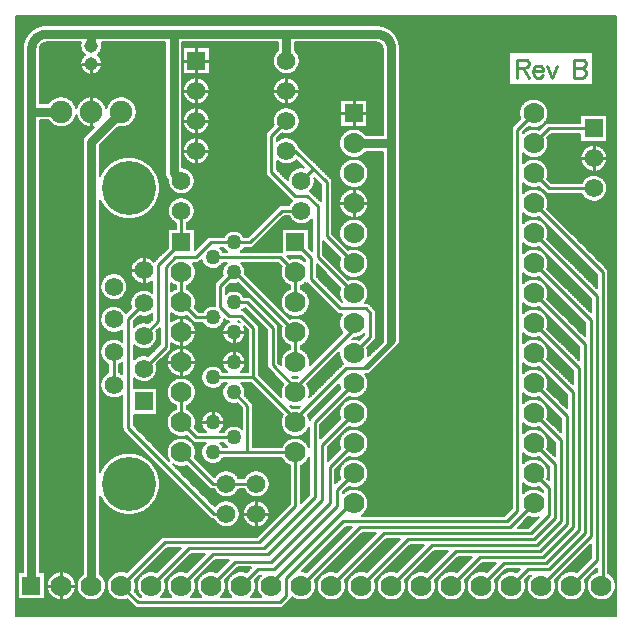
<source format=gtl>
*%FSLAX24Y24*%
*%MOIN*%
G01*
%ADD11C,0.0010*%
%ADD12C,0.0050*%
%ADD13C,0.0060*%
%ADD14C,0.0072*%
%ADD15C,0.0073*%
%ADD16C,0.0080*%
%ADD17C,0.0100*%
%ADD18C,0.0120*%
%ADD19C,0.0260*%
%ADD20C,0.0300*%
%ADD21C,0.0350*%
%ADD22C,0.0380*%
%ADD23C,0.0450*%
%ADD24C,0.0500*%
%ADD25C,0.0530*%
%ADD26C,0.0550*%
%ADD27C,0.0580*%
%ADD28C,0.0620*%
%ADD29C,0.0660*%
%ADD30C,0.0700*%
%ADD31C,0.0750*%
%ADD32C,0.0780*%
%ADD33C,0.0830*%
%ADD34C,0.0950*%
%ADD35C,0.1400*%
%ADD36C,0.1800*%
%ADD37C,0.1880*%
%ADD38R,0.0620X0.0620*%
%ADD39R,0.0700X0.0700*%
G54D16*
X88630Y70870D02*
X89530D01*
X88630D02*
Y71770D01*
X89530D02*
Y70870D01*
X92265Y70866D02*
X92495Y70636D01*
X92709Y70960D02*
X92534Y71135D01*
X92265Y71774D02*
X93395Y72904D01*
X88790Y71770D02*
X88630D01*
X89370D02*
X89530D01*
X92534Y71505D02*
X93609Y72580D01*
X94071D02*
X93265Y71774D01*
X93534Y71505D02*
X94409Y72380D01*
X95045Y73586D02*
X93346Y75285D01*
X93803Y75366D02*
X95203Y73966D01*
X93676Y75493D02*
X93615Y75554D01*
X95209Y72180D02*
X94534Y71505D01*
X94265Y71774D02*
X94871Y72380D01*
X95534Y71505D02*
X95959Y71930D01*
X95671Y72180D02*
X95265Y71774D01*
X95471Y75580D02*
X96280D01*
X96380D01*
X90790Y71715D02*
Y86120D01*
X92120Y77676D02*
Y76590D01*
Y78364D02*
Y78766D01*
Y79454D02*
Y79856D01*
X88580Y70320D02*
Y90320D01*
X88790Y87120D02*
Y71770D01*
Y87120D02*
Y89220D01*
X89370Y86830D02*
Y71770D01*
Y87410D02*
Y89220D01*
X91370Y74320D02*
Y71715D01*
Y75120D02*
Y84180D01*
Y84980D02*
Y86000D01*
X92176Y76455D02*
X93345Y75286D01*
X93614Y75555D02*
X92500Y76669D01*
Y77020D02*
X93280D01*
X92500D02*
Y76669D01*
Y77920D02*
Y78254D01*
Y78866D02*
Y79344D01*
Y79956D02*
Y80141D01*
X91640Y78702D02*
Y78428D01*
X92020D02*
Y78702D01*
X92500Y77920D02*
X93280D01*
Y77020D01*
X92984Y78983D02*
X93370Y79369D01*
X93694Y79155D02*
X93253Y78714D01*
X94265Y75316D02*
X94995Y74586D01*
X94445Y76136D02*
X94265Y76316D01*
X94534Y75585D02*
X95184Y74934D01*
X94893Y76080D02*
X94580D01*
X95367D02*
X95489D01*
X96090Y76561D02*
Y77241D01*
X94659Y76460D02*
X94534Y76585D01*
X93890Y77222D02*
Y77318D01*
X94270D02*
Y77222D01*
X94659Y76460D02*
X94893D01*
X95367D02*
X95489D01*
X96090Y77241D02*
X95936Y77395D01*
X96290Y78460D02*
Y79841D01*
X96709Y71680D02*
X96534Y71505D01*
X96265Y71774D02*
X96421Y71930D01*
X88580Y70320D02*
X108580D01*
X97380Y70580D02*
X92630D01*
X93412Y70960D02*
X93748D01*
X94412D02*
X94748D01*
X95412D02*
X95748D01*
X96412D02*
X96748D01*
X96421Y71930D02*
X95959D01*
X94071Y72580D02*
X93609D01*
X94409Y72380D02*
X94871D01*
X93530Y72960D02*
X96601D01*
X95671Y72180D02*
X95209D01*
X97515Y70636D02*
X97714Y70835D01*
X98089Y71810D02*
X99559Y73280D01*
X99771D02*
X98265Y71774D01*
X95172Y74530D02*
X95130D01*
X95988D02*
X96172D01*
Y74910D02*
X95988D01*
X97690Y74049D02*
X96601Y72960D01*
X96380Y75580D02*
X97428D01*
X98340Y74349D02*
X98070Y74079D01*
X95593Y75960D02*
X95471D01*
X96470D02*
Y77320D01*
X95593Y78080D02*
X95471D01*
X96067D02*
X96401D01*
X95593Y78460D02*
X95471D01*
X96067D02*
X96290D01*
X96205Y77664D02*
X96414Y77455D01*
X96401Y78080D02*
X97460Y77022D01*
X97428Y75960D02*
X96470D01*
X97771Y77248D02*
X97707Y77311D01*
X97421Y77597D02*
X96670Y78349D01*
Y79920D01*
X97690Y75318D02*
Y74049D01*
X98300Y77022D02*
X99340Y78061D01*
X97479Y78052D02*
X96996Y78535D01*
X97778Y78291D02*
X97813Y78255D01*
X97401Y78668D02*
X97320Y78749D01*
X96940Y78670D02*
Y79841D01*
X97320Y79920D02*
Y78749D01*
X97690Y79222D02*
Y79318D01*
X98053Y77311D02*
X97989Y77248D01*
X98339Y77597D02*
X99445Y78704D01*
X97982Y78291D02*
X97947Y78255D01*
X98359Y78668D02*
X99451Y79760D01*
X93120Y80209D02*
X92984Y80073D01*
X92676Y80317D02*
X92500Y80141D01*
X93120Y80209D02*
Y80396D01*
Y81084D02*
Y81486D01*
X93370Y79921D02*
X93253Y79804D01*
X93370Y79921D02*
Y79369D01*
X92229Y80408D02*
X92407Y80586D01*
X94265Y80316D02*
X94445Y80136D01*
X93750Y79408D02*
Y79290D01*
Y80132D02*
Y80408D01*
Y81132D02*
Y81408D01*
X93890Y81318D02*
Y81222D01*
X94270D02*
Y81318D01*
X94580Y80080D02*
X94789D01*
X94659Y80460D02*
X94534Y80585D01*
X94659Y80460D02*
X94789D01*
X95190Y80655D02*
Y81320D01*
X94560Y82080D02*
X94459D01*
X94695Y82136D02*
X94748Y82190D01*
X89654Y86830D02*
X89370D01*
X91370Y86000D02*
X91984Y86614D01*
X91161Y86611D02*
X90875Y86325D01*
X89654Y87410D02*
X89370D01*
X93630Y82589D02*
X93176Y82135D01*
X93630Y82589D02*
Y83220D01*
X93890D02*
Y83412D01*
X94270D02*
Y83220D01*
X94925Y82904D02*
X94530Y82509D01*
X93890Y83220D02*
X93630D01*
X94270D02*
X94530D01*
Y82509D01*
X93540Y85070D02*
Y89430D01*
X94120D02*
Y85268D01*
X94130Y88370D02*
Y89270D01*
Y88370D02*
X95030D01*
Y89270D01*
X94130D01*
X95516Y80215D02*
X95545Y80186D01*
X96170Y79962D02*
X96290Y79841D01*
X97426Y79955D02*
X95974Y81407D01*
X96214Y81704D02*
X97695Y80224D01*
X95570Y81061D02*
Y81241D01*
X95246Y81455D02*
X95455Y81664D01*
X95724Y81395D02*
X95570Y81241D01*
X96171Y80960D02*
X96280D01*
X95593Y82080D02*
X95471D01*
X96067D02*
X97301D01*
X95593Y82460D02*
X95471D01*
X96067D02*
X97380D01*
X96201Y80580D02*
X96940Y79841D01*
X96614Y80055D02*
X96215Y80454D01*
X96415Y80904D02*
X97264Y80055D01*
X97690Y81222D02*
Y81318D01*
X97426Y81955D02*
X97301Y82080D01*
X97599Y82320D02*
X97695Y82224D01*
X97599Y82320D02*
X98061D01*
X95489Y82580D02*
X95367D01*
X95489Y82960D02*
X95060D01*
X96171Y82580D02*
X96380D01*
X96301Y82960D02*
X96171D01*
X96301D02*
X97295Y83954D01*
X97509Y83630D02*
X96515Y82636D01*
X97745Y84186D02*
X96946Y84985D01*
X96890Y85120D02*
Y86320D01*
X97270Y86241D02*
X97426Y86397D01*
X97157Y86666D02*
X96946Y86455D01*
X97270Y85199D02*
X97630Y84838D01*
X90732Y89430D02*
X89580D01*
X91428D02*
X93540D01*
X94120D02*
X97290D01*
X97870D02*
X100580D01*
X108580Y90320D02*
X88580D01*
X89580Y90010D02*
X91080D01*
X93830D01*
X97580D01*
X100580D01*
X97430Y83220D02*
Y82453D01*
X97509Y83630D02*
X97672D01*
Y84010D02*
X97430D01*
Y83220D02*
X98330D01*
X98061Y82320D02*
X98210Y82171D01*
X97270Y85199D02*
Y85494D01*
Y86146D02*
Y86241D01*
X97290Y89164D02*
Y89430D01*
X98521Y84910D02*
X98740Y84691D01*
X98170Y85261D02*
X97913Y85518D01*
X97870Y89164D02*
Y89430D01*
X100109Y73080D02*
X98534Y71505D01*
X99265Y71774D02*
X100571Y73080D01*
X100909Y72880D02*
X99534Y71505D01*
X100534D02*
X101709Y72680D01*
X101371Y72880D02*
X100265Y71774D01*
X101534Y71505D02*
X102509Y72480D01*
X102171Y72680D02*
X101265Y71774D01*
X101371Y72880D02*
X100909D01*
X101709Y72680D02*
X102171D01*
X100571Y73080D02*
X100109D01*
X99771Y73280D02*
X99559D01*
X105289Y73260D02*
X105651D01*
X103309Y72280D02*
X102534Y71505D01*
X102265Y71774D02*
X102971Y72480D01*
X103534Y71505D02*
X104109Y72080D01*
X103771Y72280D02*
X103265Y71774D01*
X105534Y71505D02*
X105709Y71680D01*
X104909Y71880D02*
X104534Y71505D01*
X104265Y71774D02*
X104571Y72080D01*
X105265Y71774D02*
X105371Y71880D01*
X98070Y74079D02*
Y75318D01*
X99220Y75191D02*
Y74729D01*
X98970Y75479D02*
Y75941D01*
X98340Y75601D02*
Y74349D01*
Y75939D02*
Y76601D01*
X98720Y76691D02*
Y76229D01*
X99376Y74885D02*
X99220Y74729D01*
X98970Y75479D02*
X99376Y75885D01*
X99645Y75616D02*
X99220Y75191D01*
X98970Y75941D02*
X99645Y76616D01*
X100098Y73660D02*
X104851D01*
X105090Y73899D02*
Y86520D01*
Y73899D02*
X104851Y73660D01*
X99645Y74616D02*
X99470Y74441D01*
X105470Y74402D02*
Y74738D01*
Y75402D02*
Y75738D01*
Y76402D02*
Y76738D01*
Y77402D02*
Y77738D01*
Y78402D02*
Y78738D01*
Y79402D02*
Y79738D01*
Y80402D02*
Y80738D01*
Y81402D02*
Y81738D01*
Y82402D02*
Y82738D01*
Y83402D02*
Y83738D01*
Y84402D02*
Y84738D01*
Y85402D02*
Y85738D01*
X104571Y72080D02*
X104109D01*
X104909Y71880D02*
X105371D01*
X103771Y72280D02*
X103309D01*
X102971Y72480D02*
X102509D01*
X107534Y71505D02*
X107940Y71911D01*
X107740Y72711D02*
X106534Y71505D01*
X107265Y71774D02*
X107740Y72249D01*
X105645Y73616D02*
X105289Y73260D01*
X105651D02*
X106003Y73611D01*
X106340Y74829D02*
Y75291D01*
X106015Y74616D02*
X106140Y74491D01*
Y74449D01*
X106340Y74829D02*
X106284Y74885D01*
X106340Y75291D02*
X106015Y75616D01*
X106284Y75885D02*
X106540Y75629D01*
X107140Y78029D02*
Y78491D01*
X107540Y79629D02*
Y80091D01*
X107340Y79291D02*
Y78829D01*
X107740Y72711D02*
Y72249D01*
Y80429D02*
Y80891D01*
X107940Y71911D02*
Y71790D01*
Y81229D02*
Y81691D01*
X108580Y90320D02*
Y70320D01*
X108320Y71747D02*
Y81770D01*
X106540Y76091D02*
Y75629D01*
X106740Y76429D02*
Y76891D01*
X106940Y77229D02*
Y77691D01*
X99376Y76885D02*
X98720Y76229D01*
Y76691D02*
X99645Y77616D01*
X99376Y77885D02*
X98396Y76905D01*
X98281Y78052D02*
X99342Y79113D01*
X100209Y78380D02*
X100280D01*
X98070Y79222D02*
Y79318D01*
X100015Y79524D02*
X100190Y79699D01*
X99451Y80380D02*
X99380D01*
X100209Y78380D02*
X100280D01*
X100309Y78968D02*
X100790Y79449D01*
X100514Y79485D02*
X100284Y79255D01*
X100790Y79449D02*
Y79820D01*
X100514Y80555D02*
X100365Y80704D01*
X100570Y80420D02*
Y79620D01*
X98070Y81222D02*
Y81318D01*
X98330Y82589D02*
Y83220D01*
X98590Y82041D02*
Y81629D01*
X98440Y82479D02*
Y83550D01*
X98266Y81415D02*
X99245Y80436D01*
X99426Y80793D02*
X98590Y81629D01*
Y82041D02*
X99376Y81255D01*
X98440Y82479D02*
X98330Y82589D01*
X99064Y84905D02*
X98015Y85954D01*
X98415Y84454D02*
X98740Y84129D01*
X98820Y82349D02*
X99645Y81524D01*
X99376Y82255D02*
X98820Y82811D01*
Y82349D01*
X98740Y84129D02*
Y84691D01*
X99120Y83049D02*
X99645Y82524D01*
X99120Y83049D02*
Y84770D01*
X100790Y85780D02*
Y79820D01*
Y86360D02*
Y89220D01*
X100280Y86620D02*
X99380D01*
Y87520D01*
X100280D02*
Y86620D01*
Y87520D02*
X99380D01*
X101314Y79335D02*
X100415Y78436D01*
X101370Y79470D02*
Y79870D01*
X106015Y76616D02*
X106540Y76091D01*
X106740Y76891D02*
X106015Y77616D01*
X106940Y77691D02*
X106015Y78616D01*
X106284Y76885D02*
X106740Y76429D01*
X106940Y77229D02*
X106284Y77885D01*
X107140Y78029D02*
X106284Y78885D01*
X106015Y79616D02*
X107140Y78491D01*
X107340Y79291D02*
X106015Y80616D01*
X106284Y79885D02*
X107340Y78829D01*
X107540Y79629D02*
X106284Y80885D01*
X101370Y79870D02*
Y79820D01*
Y79870D02*
Y86070D01*
Y89220D01*
X100790Y85780D02*
X100225D01*
X106015Y84616D02*
X106195Y84436D01*
X106015Y81616D02*
X107540Y80091D01*
X107740Y80891D02*
X106015Y82616D01*
Y83616D02*
X107940Y81691D01*
X100790Y86360D02*
X100225D01*
X105020Y88020D02*
Y89100D01*
X105645Y86616D02*
X105470Y86441D01*
X106015Y86524D02*
X106195Y86704D01*
X105020Y88020D02*
X107817D01*
Y89100D02*
X105020D01*
X105376Y86885D02*
X105146Y86655D01*
X106284Y81885D02*
X107740Y80429D01*
X107422Y84380D02*
X106330D01*
X106409Y84760D02*
X106284Y84885D01*
X106409Y84760D02*
X107422D01*
X106284Y82885D02*
X107940Y81229D01*
X108264Y81905D02*
X106284Y83885D01*
Y86255D02*
X106409Y86380D01*
X107380D01*
Y86120D01*
Y86760D02*
Y87020D01*
Y86760D02*
X106330D01*
X107380Y86120D02*
X108280D01*
Y87020D02*
X107380D01*
X108280D02*
Y86120D01*
X107817Y88020D02*
Y89100D01*
X108580Y90260D02*
X88580D01*
Y90200D02*
X108580D01*
Y90140D02*
X88580D01*
Y90080D02*
X108580D01*
Y90020D02*
X88580D01*
Y89960D02*
X89303D01*
X100857D02*
X108580D01*
X89178Y89900D02*
X88580D01*
X100982D02*
X108580D01*
X89090Y89840D02*
X88580D01*
X101070D02*
X108580D01*
X89023Y89780D02*
X88580D01*
X101137D02*
X108580D01*
X88968Y89720D02*
X88580D01*
X101192D02*
X108580D01*
X88924Y89660D02*
X88580D01*
X101236D02*
X108580D01*
X88887Y89600D02*
X88580D01*
X101273D02*
X108580D01*
X88858Y89540D02*
X88580D01*
X101302D02*
X108580D01*
X88834Y89480D02*
X88580D01*
X101326D02*
X108580D01*
X88816Y89420D02*
X88580D01*
X89516D02*
X90729D01*
X91431D02*
X93540D01*
X94120D02*
X97290D01*
X97870D02*
X100644D01*
X101344D02*
X108580D01*
X88802Y89360D02*
X88580D01*
X89423D02*
X90717D01*
X91443D02*
X93540D01*
X94120D02*
X97290D01*
X97870D02*
X100737D01*
X101358D02*
X108580D01*
X88794Y89300D02*
X88580D01*
X89386D02*
X90716D01*
X91444D02*
X93540D01*
X94120D02*
X97290D01*
X97870D02*
X100774D01*
X101366D02*
X108580D01*
X88790Y89240D02*
X88580D01*
X89371D02*
X90724D01*
X91436D02*
X93540D01*
X95030D02*
X97290D01*
X97870D02*
X100789D01*
X101370D02*
X108580D01*
X88790Y89180D02*
X88580D01*
X89370D02*
X90743D01*
X91417D02*
X93540D01*
X95030D02*
X97290D01*
X97870D02*
X100790D01*
X101370D02*
X108580D01*
X88790Y89120D02*
X88580D01*
X89370D02*
X90775D01*
X91385D02*
X93540D01*
X95030D02*
X97245D01*
X97915D02*
X100790D01*
X101370D02*
X108580D01*
X88790Y89060D02*
X88580D01*
X89370D02*
X90824D01*
X91336D02*
X93540D01*
X95030D02*
X97199D01*
X97961D02*
X100790D01*
X101370D02*
X105020D01*
X107817D02*
X108580D01*
X88790Y89000D02*
X88580D01*
X89370D02*
X90846D01*
X91314D02*
X93540D01*
X95030D02*
X97168D01*
X97992D02*
X100790D01*
X101370D02*
X105020D01*
X107817D02*
X108580D01*
X88790Y88940D02*
X88580D01*
X89370D02*
X90789D01*
X91371D02*
X93540D01*
X95030D02*
X97146D01*
X98014D02*
X100790D01*
X101370D02*
X105020D01*
X107817D02*
X108580D01*
X88790Y88880D02*
X88580D01*
X89370D02*
X90752D01*
X91408D02*
X93540D01*
X95030D02*
X97134D01*
X98026D02*
X100790D01*
X101370D02*
X105020D01*
X107817D02*
X108580D01*
X88790Y88820D02*
X88580D01*
X89370D02*
X90729D01*
X91431D02*
X93540D01*
X95030D02*
X97130D01*
X98030D02*
X100790D01*
X101370D02*
X105020D01*
X107817D02*
X108580D01*
X88790Y88760D02*
X88580D01*
X89370D02*
X90717D01*
X91443D02*
X93540D01*
X95030D02*
X97134D01*
X98026D02*
X100790D01*
X101370D02*
X105020D01*
X107817D02*
X108580D01*
X88790Y88700D02*
X88580D01*
X89370D02*
X90716D01*
X91444D02*
X93540D01*
X95030D02*
X97146D01*
X98014D02*
X100790D01*
X101370D02*
X105020D01*
X107817D02*
X108580D01*
X88790Y88640D02*
X88580D01*
X89370D02*
X90724D01*
X91436D02*
X93540D01*
X95030D02*
X97168D01*
X97992D02*
X100790D01*
X101370D02*
X105020D01*
X107817D02*
X108580D01*
X88790Y88580D02*
X88580D01*
X89370D02*
X90743D01*
X91417D02*
X93540D01*
X95030D02*
X97199D01*
X97961D02*
X100790D01*
X101370D02*
X105020D01*
X107817D02*
X108580D01*
X88790Y88520D02*
X88580D01*
X89370D02*
X90775D01*
X91385D02*
X93540D01*
X95030D02*
X97245D01*
X97915D02*
X100790D01*
X101370D02*
X105020D01*
X107817D02*
X108580D01*
X88790Y88460D02*
X88580D01*
X89370D02*
X90824D01*
X91336D02*
X93540D01*
X95030D02*
X97310D01*
X97850D02*
X100790D01*
X101370D02*
X105020D01*
X107817D02*
X108580D01*
X88790Y88400D02*
X88580D01*
X89370D02*
X90904D01*
X91256D02*
X93540D01*
X95030D02*
X97418D01*
X97742D02*
X100790D01*
X101370D02*
X105020D01*
X107817D02*
X108580D01*
X88790Y88340D02*
X88580D01*
X89370D02*
X93540D01*
X94120D02*
X100790D01*
X101370D02*
X105020D01*
X107817D02*
X108580D01*
X88790Y88280D02*
X88580D01*
X89370D02*
X93540D01*
X94120D02*
X100790D01*
X101370D02*
X105020D01*
X107817D02*
X108580D01*
X88790Y88220D02*
X88580D01*
X89370D02*
X93540D01*
X94120D02*
X94374D01*
X94786D02*
X97374D01*
X97786D02*
X100790D01*
X101370D02*
X105020D01*
X107817D02*
X108580D01*
X88790Y88160D02*
X88580D01*
X89370D02*
X93540D01*
X94120D02*
X94285D01*
X94875D02*
X97285D01*
X97875D02*
X100790D01*
X101370D02*
X105020D01*
X107817D02*
X108580D01*
X88790Y88100D02*
X88580D01*
X89370D02*
X93540D01*
X94120D02*
X94228D01*
X94932D02*
X97228D01*
X97932D02*
X100790D01*
X101370D02*
X105020D01*
X107817D02*
X108580D01*
X88790Y88040D02*
X88580D01*
X89370D02*
X93540D01*
X94120D02*
X94187D01*
X94973D02*
X97187D01*
X97973D02*
X100790D01*
X101370D02*
X105020D01*
X107817D02*
X108580D01*
X88790Y87980D02*
X88580D01*
X89370D02*
X93540D01*
X95001D02*
X97159D01*
X98001D02*
X100790D01*
X101370D02*
X108580D01*
X88790Y87920D02*
X88580D01*
X89370D02*
X93540D01*
X95019D02*
X97141D01*
X98019D02*
X100790D01*
X101370D02*
X108580D01*
X88790Y87860D02*
X88580D01*
X89370D02*
X93540D01*
X95028D02*
X97132D01*
X98028D02*
X100790D01*
X101370D02*
X108580D01*
X88790Y87800D02*
X88580D01*
X89370D02*
X93540D01*
X95030D02*
X97130D01*
X98030D02*
X100790D01*
X101370D02*
X108580D01*
X88790Y87740D02*
X88580D01*
X89370D02*
X93540D01*
X95023D02*
X97137D01*
X98023D02*
X100790D01*
X101370D02*
X108580D01*
X88790Y87680D02*
X88580D01*
X89370D02*
X93540D01*
X95008D02*
X97152D01*
X98008D02*
X100790D01*
X101370D02*
X108580D01*
X88790Y87620D02*
X88580D01*
X89370D02*
X89957D01*
X90203D02*
X90957D01*
X91203D02*
X91957D01*
X92203D02*
X93540D01*
X94120D02*
X94177D01*
X94983D02*
X97177D01*
X97983D02*
X100790D01*
X101370D02*
X108580D01*
X88790Y87560D02*
X88580D01*
X89370D02*
X89812D01*
X90348D02*
X90812D01*
X91348D02*
X91812D01*
X92348D02*
X93540D01*
X94120D02*
X94213D01*
X94947D02*
X97213D01*
X97947D02*
X100790D01*
X101370D02*
X105830D01*
X108580D01*
X88790Y87500D02*
X88580D01*
X89370D02*
X89732D01*
X90428D02*
X90732D01*
X91428D02*
X91732D01*
X92428D02*
X93540D01*
X94120D02*
X94264D01*
X94896D02*
X97264D01*
X97896D02*
X99380D01*
X100280D02*
X100790D01*
X101370D02*
X105595D01*
X106065D02*
X108580D01*
X88790Y87440D02*
X88580D01*
X89370D02*
X89676D01*
X90484D02*
X90676D01*
X91484D02*
X91676D01*
X92484D02*
X93540D01*
X94120D02*
X94339D01*
X94821D02*
X97339D01*
X97821D02*
X99380D01*
X100280D02*
X100790D01*
X101370D02*
X105509D01*
X106151D02*
X108580D01*
X88790Y87380D02*
X88580D01*
X90525D02*
X90635D01*
X91525D02*
X91635D01*
X92525D02*
X93540D01*
X94120D02*
X94486D01*
X94674D02*
X97486D01*
X97674D02*
X99380D01*
X100280D02*
X100790D01*
X101370D02*
X105451D01*
X106209D02*
X108580D01*
X88790Y87320D02*
X88580D01*
X90555D02*
X90605D01*
X91555D02*
X91605D01*
X92555D02*
X93540D01*
X94120D02*
X99380D01*
X100280D02*
X100790D01*
X101370D02*
X105409D01*
X106251D02*
X108580D01*
X88790Y87260D02*
X88580D01*
X92576D02*
X93540D01*
X94120D02*
X94486D01*
X94674D02*
X97486D01*
X97674D02*
X99380D01*
X100280D02*
X100790D01*
X101370D02*
X105378D01*
X106282D02*
X108580D01*
X88790Y87200D02*
X88580D01*
X92589D02*
X93540D01*
X94120D02*
X94339D01*
X94821D02*
X97339D01*
X97821D02*
X99380D01*
X100280D02*
X100790D01*
X101370D02*
X105358D01*
X106302D02*
X108580D01*
X88790Y87140D02*
X88580D01*
X92595D02*
X93540D01*
X94120D02*
X94264D01*
X94896D02*
X97264D01*
X97896D02*
X99380D01*
X100280D02*
X100790D01*
X101370D02*
X105345D01*
X106315D02*
X108580D01*
X88790Y87080D02*
X88580D01*
X92593D02*
X93540D01*
X94120D02*
X94213D01*
X94947D02*
X97213D01*
X97947D02*
X99380D01*
X100280D02*
X100790D01*
X101370D02*
X105340D01*
X106320D02*
X108580D01*
X88790Y87020D02*
X88580D01*
X92585D02*
X93540D01*
X94120D02*
X94177D01*
X94983D02*
X97177D01*
X97983D02*
X99380D01*
X100280D02*
X100790D01*
X101370D02*
X105343D01*
X106317D02*
X107380D01*
X108280D01*
X108580D01*
X88790Y86960D02*
X88580D01*
X92570D02*
X93540D01*
X95008D02*
X97152D01*
X98008D02*
X99380D01*
X100280D02*
X100790D01*
X101370D02*
X105353D01*
X106307D02*
X107380D01*
X108280D02*
X108580D01*
X88790Y86900D02*
X88580D01*
X90546D02*
X90614D01*
X92546D02*
X93540D01*
X95023D02*
X97137D01*
X98023D02*
X99380D01*
X100280D02*
X100790D01*
X101370D02*
X105370D01*
X106290D02*
X107380D01*
X108280D02*
X108580D01*
X88790Y86840D02*
X88580D01*
X90512D02*
X90648D01*
X92512D02*
X93540D01*
X95030D02*
X97130D01*
X98030D02*
X99380D01*
X100280D02*
X100790D01*
X101370D02*
X105331D01*
X106263D02*
X107380D01*
X108280D02*
X108580D01*
X88790Y86780D02*
X88580D01*
X89370D02*
X89693D01*
X90467D02*
X90693D01*
X92467D02*
X93540D01*
X95028D02*
X97132D01*
X98028D02*
X99380D01*
X100280D02*
X100790D01*
X101370D02*
X105271D01*
X106225D02*
X107380D01*
X108280D02*
X108580D01*
X88790Y86720D02*
X88580D01*
X89370D02*
X89756D01*
X90404D02*
X90756D01*
X92404D02*
X93540D01*
X95019D02*
X97141D01*
X98019D02*
X99380D01*
X100280D02*
X100790D01*
X101370D02*
X105211D01*
X106173D02*
X106213D01*
X108280D02*
X108580D01*
X88790Y86660D02*
X88580D01*
X89370D02*
X89848D01*
X90312D02*
X90848D01*
X92312D02*
X93540D01*
X95001D02*
X97151D01*
X98001D02*
X99380D01*
X100280D02*
X100790D01*
X101370D02*
X105151D01*
X106098D02*
X106151D01*
X108280D02*
X108580D01*
X88790Y86600D02*
X88580D01*
X89370D02*
X91150D01*
X91970D02*
X93540D01*
X94120D02*
X94187D01*
X94973D02*
X97091D01*
X97973D02*
X100790D01*
X101370D02*
X105108D01*
X105629D02*
X105691D01*
X105969D02*
X106091D01*
X108280D02*
X108580D01*
X88790Y86540D02*
X88580D01*
X89370D02*
X91090D01*
X91910D02*
X93540D01*
X94120D02*
X94228D01*
X94932D02*
X97031D01*
X97932D02*
X99691D01*
X99969D02*
X100790D01*
X101370D02*
X105091D01*
X105569D02*
X105691D01*
X105969D02*
X106031D01*
X108280D02*
X108580D01*
X88790Y86480D02*
X88580D01*
X89370D02*
X91030D01*
X91850D02*
X93540D01*
X94120D02*
X94285D01*
X94875D02*
X96971D01*
X97875D02*
X99562D01*
X100098D02*
X100790D01*
X101370D02*
X105090D01*
X105509D02*
X105562D01*
X108280D02*
X108580D01*
X88790Y86420D02*
X88580D01*
X89370D02*
X90970D01*
X91790D02*
X93540D01*
X94120D02*
X94374D01*
X94786D02*
X96918D01*
X97786D02*
X99487D01*
X100173D02*
X100790D01*
X101370D02*
X105090D01*
X108280D02*
X108580D01*
X88790Y86360D02*
X88580D01*
X89370D02*
X90910D01*
X91730D02*
X93540D01*
X94120D02*
X96894D01*
X97389D02*
X99435D01*
X100225D02*
X100790D01*
X101370D02*
X105090D01*
X106389D02*
X107380D01*
X108280D02*
X108580D01*
X88790Y86300D02*
X88580D01*
X89370D02*
X90853D01*
X91670D02*
X93540D01*
X94120D02*
X96890D01*
X97329D02*
X99397D01*
X101370D02*
X105090D01*
X106329D02*
X107380D01*
X108280D02*
X108580D01*
X88790Y86240D02*
X88580D01*
X89370D02*
X90816D01*
X91610D02*
X93540D01*
X94120D02*
X94418D01*
X94742D02*
X96890D01*
X97270D02*
X97418D01*
X97742D02*
X99370D01*
X101370D02*
X105090D01*
X106290D02*
X107380D01*
X108280D02*
X108580D01*
X88790Y86180D02*
X88580D01*
X89370D02*
X90796D01*
X91550D02*
X93540D01*
X94120D02*
X94310D01*
X94850D02*
X96890D01*
X97850D02*
X99353D01*
X101370D02*
X105090D01*
X106307D02*
X107380D01*
X108280D02*
X108580D01*
X88790Y86120D02*
X88580D01*
X89370D02*
X90790D01*
X91490D02*
X93540D01*
X94120D02*
X94245D01*
X94915D02*
X96890D01*
X97915D02*
X99343D01*
X101370D02*
X105090D01*
X106317D02*
X107380D01*
X108280D01*
X108580D01*
X88790Y86060D02*
X88580D01*
X89370D02*
X90790D01*
X91430D02*
X93540D01*
X94120D02*
X94199D01*
X94961D02*
X96890D01*
X97961D02*
X99340D01*
X101370D02*
X105090D01*
X106320D02*
X108580D01*
X88790Y86000D02*
X88580D01*
X89370D02*
X90790D01*
X91370D02*
X93540D01*
X94120D02*
X94168D01*
X94992D02*
X96890D01*
X97992D02*
X99345D01*
X101370D02*
X105090D01*
X106315D02*
X107697D01*
X107963D02*
X108580D01*
X88790Y85940D02*
X88580D01*
X89370D02*
X90790D01*
X91370D02*
X93540D01*
X95014D02*
X96890D01*
X98029D02*
X99358D01*
X101370D02*
X105090D01*
X106302D02*
X107574D01*
X108086D02*
X108580D01*
X88790Y85880D02*
X88580D01*
X89370D02*
X90790D01*
X91370D02*
X93540D01*
X95026D02*
X96890D01*
X98089D02*
X99378D01*
X101370D02*
X105090D01*
X106282D02*
X107504D01*
X108156D02*
X108580D01*
X88790Y85820D02*
X88580D01*
X89370D02*
X90790D01*
X91370D02*
X93540D01*
X95030D02*
X96890D01*
X98149D02*
X99409D01*
X101370D02*
X105090D01*
X106251D02*
X107456D01*
X108204D02*
X108580D01*
X88790Y85760D02*
X88580D01*
X89370D02*
X90790D01*
X91370D02*
X93540D01*
X95026D02*
X96890D01*
X98209D02*
X99451D01*
X100209D02*
X100790D01*
X101370D02*
X105090D01*
X106209D02*
X107422D01*
X108238D02*
X108580D01*
X88790Y85700D02*
X88580D01*
X89370D02*
X90790D01*
X91370D02*
X93540D01*
X95014D02*
X96890D01*
X98269D02*
X99509D01*
X100151D02*
X100790D01*
X101370D02*
X105090D01*
X106151D02*
X107399D01*
X108261D02*
X108580D01*
X88790Y85640D02*
X88580D01*
X89370D02*
X90790D01*
X91370D02*
X93540D01*
X94120D02*
X94168D01*
X94992D02*
X96890D01*
X98329D02*
X99595D01*
X100065D02*
X100790D01*
X101370D02*
X105090D01*
X105470D02*
X105595D01*
X106065D02*
X107385D01*
X108275D02*
X108580D01*
X88790Y85580D02*
X88580D01*
X89370D02*
X90790D01*
X91370D02*
X92044D01*
X92616D02*
X93540D01*
X94120D02*
X94199D01*
X94961D02*
X96890D01*
X98389D02*
X99830D01*
X100790D01*
X101370D02*
X105090D01*
X105470D02*
X105830D01*
X107380D01*
X108280D02*
X108580D01*
X88790Y85520D02*
X88580D01*
X89370D02*
X90790D01*
X91370D02*
X91885D01*
X92775D02*
X93540D01*
X94120D02*
X94245D01*
X94915D02*
X96890D01*
X98449D02*
X99636D01*
X100024D02*
X100790D01*
X101370D02*
X105090D01*
X105470D02*
X105636D01*
X106024D02*
X107383D01*
X108277D02*
X108580D01*
X88790Y85460D02*
X88580D01*
X89370D02*
X90790D01*
X91370D02*
X91776D01*
X92884D02*
X93540D01*
X94120D02*
X94310D01*
X94850D02*
X96890D01*
X97850D02*
X97971D01*
X98509D02*
X99533D01*
X100127D02*
X100790D01*
X101370D02*
X105090D01*
X105470D02*
X105533D01*
X106127D02*
X107394D01*
X108266D02*
X108580D01*
X88790Y85400D02*
X88580D01*
X89370D02*
X90790D01*
X91370D02*
X91690D01*
X92970D02*
X93540D01*
X94120D02*
X94418D01*
X94742D02*
X96890D01*
X97270D02*
X97418D01*
X97742D02*
X98031D01*
X98569D02*
X99468D01*
X100192D02*
X100790D01*
X101370D02*
X105090D01*
X106192D02*
X107413D01*
X108247D02*
X108580D01*
X88790Y85340D02*
X88580D01*
X89370D02*
X90790D01*
X91370D02*
X91620D01*
X93040D02*
X93540D01*
X94120D02*
X96890D01*
X97270D02*
X98091D01*
X98629D02*
X99421D01*
X100239D02*
X100790D01*
X101370D02*
X105090D01*
X106239D02*
X107443D01*
X108217D02*
X108580D01*
X88790Y85280D02*
X88580D01*
X89370D02*
X90790D01*
X91370D02*
X91561D01*
X93099D02*
X93540D01*
X94120D02*
X96890D01*
X97270D02*
X98151D01*
X98689D02*
X99387D01*
X100273D02*
X100790D01*
X101370D02*
X105090D01*
X106273D02*
X107486D01*
X108174D02*
X108580D01*
X88790Y85220D02*
X88580D01*
X89370D02*
X90790D01*
X91370D02*
X91510D01*
X93150D02*
X93540D01*
X94286D02*
X96890D01*
X97270D02*
X97874D01*
X98749D02*
X99364D01*
X100296D02*
X100790D01*
X101370D02*
X105090D01*
X106296D02*
X107547D01*
X108113D02*
X108580D01*
X88790Y85160D02*
X88580D01*
X89370D02*
X90790D01*
X91370D02*
X91467D01*
X93193D02*
X93540D01*
X94375D02*
X96890D01*
X97309D02*
X97785D01*
X98809D02*
X99348D01*
X100312D02*
X100790D01*
X101370D02*
X105090D01*
X106312D02*
X107645D01*
X108015D02*
X108580D01*
X88790Y85100D02*
X88580D01*
X89370D02*
X90790D01*
X91370D02*
X91429D01*
X93231D02*
X93540D01*
X94432D02*
X96891D01*
X97369D02*
X97728D01*
X98869D02*
X99341D01*
X100319D02*
X100790D01*
X101370D02*
X105090D01*
X106319D02*
X108580D01*
X88790Y85040D02*
X88580D01*
X89370D02*
X90790D01*
X93263D02*
X93542D01*
X94473D02*
X96908D01*
X97429D02*
X97687D01*
X98929D02*
X99341D01*
X100319D02*
X100790D01*
X101370D02*
X105090D01*
X106319D02*
X108580D01*
X88790Y84980D02*
X88580D01*
X89370D02*
X90790D01*
X93290D02*
X93554D01*
X94501D02*
X96951D01*
X97489D02*
X97659D01*
X98989D02*
X99348D01*
X100312D02*
X100790D01*
X101370D02*
X105090D01*
X106312D02*
X107645D01*
X108015D02*
X108580D01*
X88790Y84920D02*
X88580D01*
X89370D02*
X90790D01*
X93313D02*
X93582D01*
X94519D02*
X97011D01*
X97549D02*
X97641D01*
X99049D02*
X99364D01*
X100296D02*
X100790D01*
X101370D02*
X105090D01*
X106296D02*
X107547D01*
X108113D02*
X108580D01*
X88790Y84860D02*
X88580D01*
X89370D02*
X90790D01*
X94528D02*
X97071D01*
X98528D02*
X98571D01*
X99097D02*
X99387D01*
X100273D02*
X100790D01*
X101370D02*
X105090D01*
X106309D02*
X107486D01*
X108174D02*
X108580D01*
X88790Y84800D02*
X88580D01*
X89370D02*
X90790D01*
X93346D02*
X93630D01*
X94530D02*
X97131D01*
X98530D02*
X98631D01*
X99118D02*
X99421D01*
X100239D02*
X100790D01*
X101370D02*
X105090D01*
X106369D02*
X107443D01*
X108217D02*
X108580D01*
X88790Y84740D02*
X88580D01*
X89370D02*
X90790D01*
X93358D02*
X93637D01*
X94523D02*
X97191D01*
X98523D02*
X98691D01*
X99120D02*
X99468D01*
X100192D02*
X100790D01*
X101370D02*
X105090D01*
X108247D02*
X108580D01*
X88790Y84680D02*
X88580D01*
X89370D02*
X90790D01*
X93365D02*
X93652D01*
X94508D02*
X97251D01*
X98508D02*
X98740D01*
X99120D02*
X99533D01*
X100127D02*
X100790D01*
X101370D02*
X105090D01*
X105470D02*
X105533D01*
X108266D02*
X108580D01*
X88790Y84620D02*
X88580D01*
X89370D02*
X90790D01*
X93369D02*
X93677D01*
X94483D02*
X97311D01*
X98483D02*
X98740D01*
X99120D02*
X99636D01*
X100024D02*
X100790D01*
X101370D02*
X105090D01*
X105470D02*
X105636D01*
X108277D02*
X108580D01*
X88790Y84560D02*
X88580D01*
X89370D02*
X90790D01*
X93370D02*
X93713D01*
X94447D02*
X97371D01*
X98447D02*
X98740D01*
X99120D02*
X99830D01*
X100790D01*
X101370D02*
X105090D01*
X105470D02*
X105830D01*
X106071D01*
X108280D02*
X108580D01*
X88790Y84500D02*
X88580D01*
X89370D02*
X90790D01*
X93367D02*
X93764D01*
X94396D02*
X97431D01*
X98396D02*
X98740D01*
X99120D02*
X99595D01*
X100065D02*
X100790D01*
X101370D02*
X105090D01*
X105470D02*
X105595D01*
X106065D02*
X106131D01*
X108275D02*
X108580D01*
X88790Y84440D02*
X88580D01*
X89370D02*
X90790D01*
X93361D02*
X93839D01*
X94321D02*
X97491D01*
X98429D02*
X98740D01*
X99120D02*
X99509D01*
X100151D02*
X100790D01*
X101370D02*
X105090D01*
X106151D02*
X106191D01*
X108261D02*
X108580D01*
X88790Y84380D02*
X88580D01*
X89370D02*
X90790D01*
X93351D02*
X93986D01*
X94174D02*
X97551D01*
X98489D02*
X98740D01*
X99120D02*
X99451D01*
X100209D02*
X100790D01*
X101370D02*
X105090D01*
X106209D02*
X106330D01*
X107422D01*
X108238D02*
X108580D01*
X88790Y84320D02*
X88580D01*
X89370D02*
X90790D01*
X93337D02*
X97611D01*
X98549D02*
X98740D01*
X99120D02*
X99409D01*
X100251D02*
X100790D01*
X101370D02*
X105090D01*
X106251D02*
X107456D01*
X108204D02*
X108580D01*
X88790Y84260D02*
X88580D01*
X89370D02*
X90790D01*
X93320D02*
X93986D01*
X94174D02*
X97671D01*
X98609D02*
X98740D01*
X99120D02*
X99378D01*
X100282D02*
X100790D01*
X101370D02*
X105090D01*
X106282D02*
X107504D01*
X108156D02*
X108580D01*
X88790Y84200D02*
X88580D01*
X89370D02*
X90790D01*
X93298D02*
X93839D01*
X94321D02*
X97731D01*
X98669D02*
X98740D01*
X99120D02*
X99358D01*
X100302D02*
X100790D01*
X101370D02*
X105090D01*
X106302D02*
X107574D01*
X108086D02*
X108580D01*
X88790Y84140D02*
X88580D01*
X89370D02*
X90790D01*
X93272D02*
X93764D01*
X94396D02*
X97764D01*
X99120D02*
X99345D01*
X100315D02*
X100790D01*
X101370D02*
X105090D01*
X106315D02*
X107697D01*
X107963D02*
X108580D01*
X88790Y84080D02*
X88580D01*
X89370D02*
X90790D01*
X91370D02*
X91418D01*
X93242D02*
X93713D01*
X94447D02*
X97713D01*
X99120D02*
X99340D01*
X100320D02*
X100790D01*
X101370D02*
X105090D01*
X106320D02*
X108580D01*
X88790Y84020D02*
X88580D01*
X89370D02*
X90790D01*
X91370D02*
X91454D01*
X93206D02*
X93677D01*
X94483D02*
X97677D01*
X99120D02*
X99343D01*
X100317D02*
X100790D01*
X101370D02*
X105090D01*
X106317D02*
X108580D01*
X88790Y83960D02*
X88580D01*
X89370D02*
X90790D01*
X91370D02*
X91495D01*
X93165D02*
X93652D01*
X94508D02*
X97302D01*
X99120D02*
X99353D01*
X100307D02*
X100790D01*
X101370D02*
X105090D01*
X106307D02*
X108580D01*
X88790Y83900D02*
X88580D01*
X89370D02*
X90790D01*
X91370D02*
X91543D01*
X93117D02*
X93637D01*
X94523D02*
X97241D01*
X99120D02*
X99370D01*
X100290D02*
X100790D01*
X101370D02*
X105090D01*
X106290D02*
X108580D01*
X88790Y83840D02*
X88580D01*
X89370D02*
X90790D01*
X91370D02*
X91599D01*
X93061D02*
X93630D01*
X94530D02*
X97181D01*
X99120D02*
X99397D01*
X100263D02*
X100790D01*
X101370D02*
X105090D01*
X106329D02*
X108580D01*
X88790Y83780D02*
X88580D01*
X89370D02*
X90790D01*
X91370D02*
X91665D01*
X92995D02*
X93632D01*
X94528D02*
X97121D01*
X99120D02*
X99435D01*
X100225D02*
X100790D01*
X101370D02*
X105090D01*
X106389D02*
X108580D01*
X88790Y83720D02*
X88580D01*
X89370D02*
X90790D01*
X91370D02*
X91745D01*
X92915D02*
X93641D01*
X94519D02*
X97061D01*
X99120D02*
X99487D01*
X100173D02*
X100790D01*
X101370D02*
X105090D01*
X106449D02*
X108580D01*
X88790Y83660D02*
X88580D01*
X89370D02*
X90790D01*
X91370D02*
X91845D01*
X92815D02*
X93659D01*
X94501D02*
X97001D01*
X99120D02*
X99562D01*
X100098D02*
X100790D01*
X101370D02*
X105090D01*
X105470D02*
X105562D01*
X106509D02*
X108580D01*
X88790Y83600D02*
X88580D01*
X89370D02*
X90790D01*
X91370D02*
X91982D01*
X92678D02*
X93687D01*
X94473D02*
X96941D01*
X97479D02*
X97687D01*
X99120D02*
X99691D01*
X99969D02*
X100790D01*
X101370D02*
X105090D01*
X105470D02*
X105691D01*
X105969D02*
X106031D01*
X106569D02*
X108580D01*
X88790Y83540D02*
X88580D01*
X89370D02*
X90790D01*
X91370D02*
X92330D01*
X93728D01*
X94432D02*
X96881D01*
X97419D02*
X97728D01*
X99120D02*
X99691D01*
X99969D02*
X100790D01*
X101370D02*
X105090D01*
X105470D02*
X105691D01*
X105969D02*
X106091D01*
X106629D02*
X108580D01*
X88790Y83480D02*
X88580D01*
X89370D02*
X90790D01*
X91370D02*
X93785D01*
X94375D02*
X96821D01*
X97359D02*
X97785D01*
X98375D02*
X98440D01*
X99120D02*
X99562D01*
X100098D02*
X100790D01*
X101370D02*
X105090D01*
X105470D02*
X105562D01*
X106098D02*
X106151D01*
X106689D02*
X108580D01*
X88790Y83420D02*
X88580D01*
X89370D02*
X90790D01*
X91370D02*
X93874D01*
X94286D02*
X96761D01*
X97299D02*
X97874D01*
X98286D02*
X98440D01*
X99120D02*
X99487D01*
X100173D02*
X100790D01*
X101370D02*
X105090D01*
X106749D02*
X108580D01*
X88790Y83360D02*
X88580D01*
X89370D02*
X90790D01*
X91370D02*
X93890D01*
X94270D02*
X96701D01*
X97239D02*
X98440D01*
X99120D02*
X99435D01*
X100225D02*
X100790D01*
X101370D02*
X105090D01*
X106225D02*
X106271D01*
X106809D02*
X108580D01*
X88790Y83300D02*
X88580D01*
X89370D02*
X90790D01*
X91370D02*
X93890D01*
X94270D02*
X96641D01*
X97179D02*
X98440D01*
X99120D02*
X99397D01*
X100263D02*
X100790D01*
X101370D02*
X105090D01*
X106263D02*
X106331D01*
X106869D02*
X108580D01*
X88790Y83240D02*
X88580D01*
X89370D02*
X90790D01*
X91370D02*
X93890D01*
X94270D02*
X96581D01*
X97119D02*
X98440D01*
X99120D02*
X99370D01*
X100290D02*
X100790D01*
X101370D02*
X105090D01*
X106290D02*
X106391D01*
X106929D02*
X108580D01*
X88790Y83180D02*
X88580D01*
X89370D02*
X90790D01*
X91370D02*
X93630D01*
X94530D02*
X96521D01*
X97059D02*
X97430D01*
X98330D02*
X98440D01*
X99120D02*
X99353D01*
X100307D02*
X100790D01*
X101370D02*
X105090D01*
X106307D02*
X106451D01*
X106989D02*
X108580D01*
X88790Y83120D02*
X88580D01*
X89370D02*
X90790D01*
X91370D02*
X93630D01*
X94530D02*
X95658D01*
X96002D02*
X96461D01*
X96999D02*
X97430D01*
X98330D02*
X98440D01*
X99120D02*
X99343D01*
X100317D02*
X100790D01*
X101370D02*
X105090D01*
X106317D02*
X106511D01*
X107049D02*
X108580D01*
X88790Y83060D02*
X88580D01*
X89370D02*
X90790D01*
X91370D02*
X93630D01*
X94530D02*
X95569D01*
X96091D02*
X96401D01*
X96939D02*
X97430D01*
X98330D02*
X98440D01*
X99120D02*
X99340D01*
X100320D02*
X100790D01*
X101370D02*
X105090D01*
X106320D02*
X106571D01*
X107109D02*
X108580D01*
X88790Y83000D02*
X88580D01*
X89370D02*
X90790D01*
X91370D02*
X93630D01*
X94530D02*
X95515D01*
X96145D02*
X96341D01*
X96879D02*
X97430D01*
X98330D02*
X98440D01*
X99169D02*
X99345D01*
X100315D02*
X100790D01*
X101370D02*
X105090D01*
X106315D02*
X106631D01*
X107169D02*
X108580D01*
X88790Y82940D02*
X88580D01*
X89370D02*
X90790D01*
X91370D02*
X93630D01*
X94530D02*
X94975D01*
X96819D02*
X97430D01*
X98330D02*
X98440D01*
X99229D02*
X99358D01*
X100302D02*
X100790D01*
X101370D02*
X105090D01*
X106302D02*
X106691D01*
X107229D02*
X108580D01*
X88790Y82880D02*
X88580D01*
X89370D02*
X90790D01*
X91370D02*
X93630D01*
X94530D02*
X94901D01*
X96759D02*
X97430D01*
X98330D02*
X98440D01*
X99289D02*
X99378D01*
X100282D02*
X100790D01*
X101370D02*
X105090D01*
X106289D02*
X106751D01*
X107289D02*
X108580D01*
X88790Y82820D02*
X88580D01*
X89370D02*
X90790D01*
X91370D02*
X93630D01*
X94530D02*
X94841D01*
X96699D02*
X97430D01*
X98330D02*
X98440D01*
X99349D02*
X99409D01*
X100251D02*
X100790D01*
X101370D02*
X105090D01*
X106349D02*
X106811D01*
X107349D02*
X108580D01*
X88790Y82760D02*
X88580D01*
X89370D02*
X90790D01*
X91370D02*
X93630D01*
X94530D02*
X94781D01*
X96639D02*
X97430D01*
X98330D02*
X98440D01*
X98820D02*
X98871D01*
X99409D02*
X99451D01*
X100209D02*
X100790D01*
X101370D02*
X105090D01*
X106409D02*
X106871D01*
X107409D02*
X108580D01*
X88790Y82700D02*
X88580D01*
X89370D02*
X90790D01*
X91370D02*
X93630D01*
X94530D02*
X94721D01*
X96579D02*
X97430D01*
X98330D02*
X98440D01*
X98820D02*
X98931D01*
X99469D02*
X99509D01*
X100151D02*
X100790D01*
X101370D02*
X105090D01*
X106469D02*
X106931D01*
X107469D02*
X108580D01*
X88790Y82640D02*
X88580D01*
X89370D02*
X90790D01*
X91370D02*
X93630D01*
X94530D02*
X94661D01*
X96519D02*
X97430D01*
X98330D02*
X98440D01*
X98820D02*
X98991D01*
X99529D02*
X99595D01*
X100065D02*
X100790D01*
X101370D02*
X105090D01*
X105470D02*
X105595D01*
X106529D02*
X106991D01*
X107529D02*
X108580D01*
X88790Y82580D02*
X88580D01*
X89370D02*
X90790D01*
X91370D02*
X93621D01*
X94530D02*
X94601D01*
X95367D02*
X95489D01*
X96171D02*
X96380D01*
X97430D01*
X98339D02*
X98440D01*
X98820D02*
X99051D01*
X99589D02*
X99830D01*
X100790D01*
X101370D02*
X105090D01*
X105470D02*
X105830D01*
X106051D01*
X106589D02*
X107051D01*
X107589D02*
X108580D01*
X88790Y82520D02*
X88580D01*
X89370D02*
X90790D01*
X91370D02*
X93561D01*
X95429D02*
X95531D01*
X96129D02*
X97430D01*
X98399D02*
X98440D01*
X98820D02*
X99111D01*
X100024D02*
X100790D01*
X101370D02*
X105090D01*
X105470D02*
X105636D01*
X106024D02*
X106111D01*
X106649D02*
X107111D01*
X107649D02*
X108580D01*
X88790Y82460D02*
X88580D01*
X89370D02*
X90790D01*
X91370D02*
X93501D01*
X95471D02*
X95593D01*
X96067D02*
X97380D01*
X97430D01*
X98820D02*
X99171D01*
X100127D02*
X100790D01*
X101370D02*
X105090D01*
X105470D02*
X105533D01*
X106127D02*
X106171D01*
X106709D02*
X107171D01*
X107709D02*
X108580D01*
X88790Y82400D02*
X88580D01*
X89370D02*
X90790D01*
X91370D02*
X93441D01*
X98820D02*
X99231D01*
X100192D02*
X100790D01*
X101370D02*
X105090D01*
X106769D02*
X107231D01*
X107769D02*
X108580D01*
X88790Y82340D02*
X88580D01*
X89370D02*
X90790D01*
X91370D02*
X93381D01*
X98829D02*
X99291D01*
X100239D02*
X100790D01*
X101370D02*
X105090D01*
X106239D02*
X106291D01*
X106829D02*
X107291D01*
X107829D02*
X108580D01*
X88790Y82280D02*
X88580D01*
X89370D02*
X90790D01*
X91370D02*
X92830D01*
X93321D01*
X97639D02*
X98101D01*
X98889D02*
X99351D01*
X100273D02*
X100790D01*
X101370D02*
X105090D01*
X106273D02*
X106351D01*
X106889D02*
X107351D01*
X107889D02*
X108580D01*
X88790Y82220D02*
X88580D01*
X89370D02*
X90790D01*
X91370D02*
X92605D01*
X93055D02*
X93261D01*
X98074D02*
X98161D01*
X98949D02*
X99364D01*
X100296D02*
X100790D01*
X101370D02*
X105090D01*
X106296D02*
X106411D01*
X106949D02*
X107411D01*
X107949D02*
X108580D01*
X88790Y82160D02*
X88580D01*
X89370D02*
X90790D01*
X91370D02*
X92524D01*
X93136D02*
X93201D01*
X99009D02*
X99348D01*
X100312D02*
X100790D01*
X101370D02*
X105090D01*
X106312D02*
X106471D01*
X107009D02*
X107471D01*
X108009D02*
X108580D01*
X88790Y82100D02*
X88580D01*
X89370D02*
X90790D01*
X91370D02*
X92470D01*
X94645D02*
X94779D01*
X99069D02*
X99341D01*
X100319D02*
X100790D01*
X101370D02*
X105090D01*
X106319D02*
X106531D01*
X107069D02*
X107531D01*
X108069D02*
X108580D01*
X88790Y82040D02*
X88580D01*
X89370D02*
X90790D01*
X91370D02*
X92432D01*
X94489D02*
X94815D01*
X95445D02*
X95549D01*
X96111D02*
X97341D01*
X99129D02*
X99341D01*
X100319D02*
X100790D01*
X101370D02*
X105090D01*
X106319D02*
X106591D01*
X107129D02*
X107591D01*
X108129D02*
X108580D01*
X88790Y81980D02*
X88580D01*
X89370D02*
X90790D01*
X91370D02*
X92406D01*
X94523D02*
X94869D01*
X95391D02*
X95501D01*
X96159D02*
X97401D01*
X98590D02*
X98651D01*
X99189D02*
X99348D01*
X100312D02*
X100790D01*
X101370D02*
X105090D01*
X106312D02*
X106651D01*
X107189D02*
X107651D01*
X108189D02*
X108580D01*
X88790Y81920D02*
X88580D01*
X89370D02*
X90790D01*
X91370D02*
X92389D01*
X94546D02*
X94958D01*
X95302D02*
X95470D01*
X96190D02*
X97414D01*
X98590D02*
X98711D01*
X99249D02*
X99364D01*
X100296D02*
X100790D01*
X101370D02*
X105090D01*
X106296D02*
X106711D01*
X107249D02*
X107711D01*
X108249D02*
X108580D01*
X88790Y81860D02*
X88580D01*
X89370D02*
X90790D01*
X91370D02*
X92381D01*
X94562D02*
X95451D01*
X96209D02*
X97398D01*
X98590D02*
X98771D01*
X99309D02*
X99387D01*
X100273D02*
X100790D01*
X101370D02*
X105090D01*
X106309D02*
X106771D01*
X107309D02*
X107771D01*
X108297D02*
X108580D01*
X88790Y81800D02*
X88580D01*
X89370D02*
X90790D01*
X91370D02*
X92381D01*
X94569D02*
X95441D01*
X96219D02*
X97391D01*
X98590D02*
X98831D01*
X99369D02*
X99421D01*
X100239D02*
X100790D01*
X101370D02*
X105090D01*
X106369D02*
X106831D01*
X107369D02*
X107831D01*
X108318D02*
X108580D01*
X88790Y81740D02*
X88580D01*
X89370D02*
X90790D01*
X91370D02*
X91830D01*
X92389D01*
X94569D02*
X95441D01*
X96219D02*
X97391D01*
X98590D02*
X98891D01*
X100192D02*
X100790D01*
X101370D02*
X105090D01*
X106429D02*
X106891D01*
X107429D02*
X107891D01*
X108320D02*
X108580D01*
X88790Y81680D02*
X88580D01*
X89370D02*
X90790D01*
X91370D02*
X91605D01*
X92055D02*
X92406D01*
X94562D02*
X95451D01*
X96239D02*
X97398D01*
X98590D02*
X98951D01*
X99489D02*
X99533D01*
X100127D02*
X100790D01*
X101370D02*
X105090D01*
X105470D02*
X105533D01*
X106489D02*
X106951D01*
X107489D02*
X107940D01*
X108320D02*
X108580D01*
X88790Y81620D02*
X88580D01*
X89370D02*
X90790D01*
X91370D02*
X91524D01*
X92136D02*
X92432D01*
X94546D02*
X95411D01*
X96299D02*
X97414D01*
X98599D02*
X99011D01*
X99549D02*
X99636D01*
X100024D02*
X100790D01*
X101370D02*
X105090D01*
X105470D02*
X105636D01*
X106549D02*
X107011D01*
X107549D02*
X107940D01*
X108320D02*
X108580D01*
X88790Y81560D02*
X88580D01*
X89370D02*
X90790D01*
X91370D02*
X91470D01*
X92190D02*
X92470D01*
X94523D02*
X95351D01*
X96359D02*
X97437D01*
X98659D02*
X99071D01*
X99609D02*
X99830D01*
X100790D01*
X101370D02*
X105090D01*
X105470D02*
X105830D01*
X106071D01*
X106609D02*
X107071D01*
X107609D02*
X107940D01*
X108320D02*
X108580D01*
X88790Y81500D02*
X88580D01*
X89370D02*
X90790D01*
X91370D02*
X91432D01*
X92228D02*
X92524D01*
X94489D02*
X95291D01*
X96419D02*
X97471D01*
X98719D02*
X99131D01*
X100065D02*
X100790D01*
X101370D02*
X105090D01*
X105470D02*
X105595D01*
X106065D02*
X106131D01*
X106669D02*
X107131D01*
X107669D02*
X107940D01*
X108320D02*
X108580D01*
X88790Y81440D02*
X88580D01*
X89370D02*
X90790D01*
X92254D02*
X92605D01*
X93055D02*
X93120D01*
X94442D02*
X95233D01*
X96479D02*
X97518D01*
X98779D02*
X99191D01*
X100151D02*
X100790D01*
X101370D02*
X105090D01*
X106151D02*
X106191D01*
X106729D02*
X107191D01*
X107729D02*
X107940D01*
X108320D02*
X108580D01*
X88790Y81380D02*
X88580D01*
X89370D02*
X90790D01*
X92271D02*
X92830D01*
X93120D01*
X94377D02*
X95200D01*
X95709D02*
X95830D01*
X96001D01*
X96539D02*
X97583D01*
X98177D02*
X98301D01*
X98839D02*
X99251D01*
X100209D02*
X100790D01*
X101370D02*
X105090D01*
X106209D02*
X106251D01*
X106789D02*
X107251D01*
X107789D02*
X107940D01*
X108320D02*
X108580D01*
X88790Y81320D02*
X88580D01*
X89370D02*
X90790D01*
X92279D02*
X93120D01*
X93750D02*
X93886D01*
X94274D02*
X95190D01*
X95649D02*
X96061D01*
X96599D02*
X97686D01*
X98074D02*
X98361D01*
X98899D02*
X99311D01*
X100251D02*
X100790D01*
X101370D02*
X105090D01*
X106251D02*
X106311D01*
X106849D02*
X107311D01*
X107849D02*
X107940D01*
X108320D02*
X108580D01*
X88790Y81260D02*
X88580D01*
X89370D02*
X90790D01*
X92279D02*
X93120D01*
X93750D02*
X93890D01*
X94270D02*
X95190D01*
X95589D02*
X96121D01*
X96659D02*
X97690D01*
X98070D02*
X98421D01*
X98959D02*
X99371D01*
X100282D02*
X100790D01*
X101370D02*
X105090D01*
X106282D02*
X106371D01*
X106909D02*
X107371D01*
X108320D02*
X108580D01*
X88790Y81200D02*
X88580D01*
X89370D02*
X90790D01*
X92271D02*
X93120D01*
X93750D02*
X93845D01*
X94315D02*
X95190D01*
X95570D02*
X96181D01*
X96719D02*
X97645D01*
X98115D02*
X98481D01*
X99019D02*
X99358D01*
X100302D02*
X100790D01*
X101370D02*
X105090D01*
X106302D02*
X106431D01*
X106969D02*
X107431D01*
X108320D02*
X108580D01*
X88790Y81140D02*
X88580D01*
X89370D02*
X90790D01*
X92254D02*
X92624D01*
X93036D02*
X93120D01*
X94401D02*
X95190D01*
X95570D02*
X95707D01*
X95953D02*
X96241D01*
X96779D02*
X97559D01*
X98201D02*
X98541D01*
X99079D02*
X99345D01*
X100315D02*
X100790D01*
X101370D02*
X105090D01*
X106315D02*
X106491D01*
X107029D02*
X107491D01*
X108320D02*
X108580D01*
X88790Y81080D02*
X88580D01*
X89370D02*
X90790D01*
X91370D02*
X91432D01*
X92228D02*
X92535D01*
X94459D02*
X95190D01*
X96067D02*
X96301D01*
X96839D02*
X97501D01*
X98259D02*
X98601D01*
X99139D02*
X99340D01*
X100320D02*
X100790D01*
X101370D02*
X105090D01*
X106320D02*
X106551D01*
X107089D02*
X107551D01*
X108320D02*
X108580D01*
X88790Y81020D02*
X88580D01*
X89370D02*
X90790D01*
X91370D02*
X91470D01*
X92190D02*
X92478D01*
X94501D02*
X95190D01*
X96129D02*
X96361D01*
X96899D02*
X97459D01*
X98301D02*
X98661D01*
X99199D02*
X99343D01*
X100317D02*
X100790D01*
X101370D02*
X105090D01*
X106317D02*
X106611D01*
X107149D02*
X107611D01*
X108320D02*
X108580D01*
X88790Y80960D02*
X88580D01*
X89370D02*
X90790D01*
X91370D02*
X91524D01*
X92136D02*
X92437D01*
X94532D02*
X95190D01*
X96171D02*
X96280D01*
X96421D01*
X96959D02*
X97428D01*
X98332D02*
X98721D01*
X99259D02*
X99353D01*
X100307D02*
X100790D01*
X101370D02*
X105090D01*
X106307D02*
X106671D01*
X107209D02*
X107671D01*
X108320D02*
X108580D01*
X88790Y80900D02*
X88580D01*
X89370D02*
X90790D01*
X91370D02*
X91605D01*
X92055D02*
X92409D01*
X94552D02*
X95190D01*
X96419D02*
X96481D01*
X97019D02*
X97408D01*
X98352D02*
X98781D01*
X99319D02*
X99370D01*
X100290D02*
X100790D01*
X101370D02*
X105090D01*
X106290D02*
X106731D01*
X107269D02*
X107731D01*
X108320D02*
X108580D01*
X88790Y80840D02*
X88580D01*
X89370D02*
X90790D01*
X91370D02*
X91830D01*
X92391D01*
X94565D02*
X95190D01*
X96479D02*
X96541D01*
X97079D02*
X97395D01*
X98365D02*
X98841D01*
X100263D02*
X100790D01*
X101370D02*
X105090D01*
X106329D02*
X106791D01*
X107329D02*
X107740D01*
X108320D02*
X108580D01*
X88790Y80780D02*
X88580D01*
X89370D02*
X90790D01*
X91370D02*
X92382D01*
X94570D02*
X95190D01*
X96539D02*
X96601D01*
X97139D02*
X97390D01*
X98370D02*
X98901D01*
X100225D02*
X100790D01*
X101370D02*
X105090D01*
X106389D02*
X106851D01*
X107389D02*
X107740D01*
X108320D02*
X108580D01*
X88790Y80720D02*
X88580D01*
X89370D02*
X90790D01*
X91370D02*
X92380D01*
X94567D02*
X95190D01*
X96599D02*
X96661D01*
X97199D02*
X97393D01*
X98367D02*
X98961D01*
X100347D02*
X100790D01*
X101370D02*
X105090D01*
X106449D02*
X106911D01*
X107449D02*
X107740D01*
X108320D02*
X108580D01*
X88790Y80660D02*
X88580D01*
X89370D02*
X90790D01*
X91370D02*
X92387D01*
X94557D02*
X95130D01*
X95190D01*
X96659D02*
X96721D01*
X97259D02*
X97403D01*
X98357D02*
X99021D01*
X100409D02*
X100790D01*
X101370D02*
X105090D01*
X105470D02*
X105562D01*
X106509D02*
X106971D01*
X107509D02*
X107740D01*
X108320D02*
X108580D01*
X88790Y80600D02*
X88580D01*
X89370D02*
X90790D01*
X91370D02*
X91624D01*
X92036D02*
X92402D01*
X94540D02*
X94922D01*
X96719D02*
X96781D01*
X97319D02*
X97420D01*
X98340D02*
X99081D01*
X100469D02*
X100790D01*
X101370D02*
X105090D01*
X105470D02*
X105691D01*
X105969D02*
X106031D01*
X106569D02*
X107031D01*
X107569D02*
X107740D01*
X108320D02*
X108580D01*
X88790Y80540D02*
X88580D01*
X89370D02*
X90790D01*
X91370D02*
X91535D01*
X92125D02*
X92361D01*
X94579D02*
X94849D01*
X96145D02*
X96241D01*
X96779D02*
X96841D01*
X97379D02*
X97447D01*
X98313D02*
X99141D01*
X100527D02*
X100790D01*
X101370D02*
X105090D01*
X105470D02*
X105691D01*
X105969D02*
X106091D01*
X106629D02*
X107091D01*
X107629D02*
X107740D01*
X108320D02*
X108580D01*
X88790Y80480D02*
X88580D01*
X89370D02*
X90790D01*
X91370D02*
X91478D01*
X92182D02*
X92301D01*
X94639D02*
X94801D01*
X96182D02*
X96301D01*
X96839D02*
X96901D01*
X97439D02*
X97485D01*
X98275D02*
X99201D01*
X100560D02*
X100790D01*
X101370D02*
X105090D01*
X105470D02*
X105562D01*
X106098D02*
X106151D01*
X106689D02*
X107151D01*
X107689D02*
X107740D01*
X108320D02*
X108580D01*
X88790Y80420D02*
X88580D01*
X89370D02*
X90790D01*
X91370D02*
X91437D01*
X96249D02*
X96361D01*
X96899D02*
X96961D01*
X98223D02*
X99263D01*
X100570D02*
X100790D01*
X101370D02*
X105090D01*
X106749D02*
X107211D01*
X108320D02*
X108580D01*
X88790Y80360D02*
X88580D01*
X89370D02*
X90790D01*
X93071D02*
X93120D01*
X93750D02*
X93812D01*
X96309D02*
X96421D01*
X96959D02*
X97021D01*
X97559D02*
X97612D01*
X98148D02*
X99435D01*
X100570D02*
X100790D01*
X101370D02*
X105090D01*
X106225D02*
X106271D01*
X106809D02*
X107271D01*
X108320D02*
X108580D01*
X88790Y80300D02*
X88580D01*
X89370D02*
X90790D01*
X92659D02*
X92736D01*
X92924D02*
X93120D01*
X93750D02*
X93941D01*
X94219D02*
X94281D01*
X96369D02*
X96481D01*
X97019D02*
X97081D01*
X97619D02*
X97741D01*
X98019D02*
X99397D01*
X100570D02*
X100790D01*
X101370D02*
X105090D01*
X106263D02*
X106331D01*
X106869D02*
X107331D01*
X108320D02*
X108580D01*
X88790Y80240D02*
X88580D01*
X89370D02*
X90790D01*
X92599D02*
X93120D01*
X93750D02*
X93941D01*
X94219D02*
X94341D01*
X96429D02*
X96541D01*
X97079D02*
X97141D01*
X97679D02*
X97741D01*
X98019D02*
X99370D01*
X100570D02*
X100790D01*
X101370D02*
X105090D01*
X106290D02*
X106391D01*
X106929D02*
X107391D01*
X108320D02*
X108580D01*
X88790Y80180D02*
X88580D01*
X89370D02*
X90790D01*
X92539D02*
X93091D01*
X93750D02*
X93812D01*
X94348D02*
X94401D01*
X95509D02*
X95552D01*
X96489D02*
X96601D01*
X97139D02*
X97201D01*
X98148D02*
X99353D01*
X100570D02*
X100790D01*
X101370D02*
X105090D01*
X106307D02*
X106451D01*
X106989D02*
X107451D01*
X108320D02*
X108580D01*
X88790Y80120D02*
X88580D01*
X89370D02*
X90790D01*
X92500D02*
X93031D01*
X94423D02*
X94463D01*
X95490D02*
X95658D01*
X96549D02*
X96661D01*
X97199D02*
X97261D01*
X98223D02*
X99343D01*
X100570D02*
X100790D01*
X101370D02*
X105090D01*
X106317D02*
X106511D01*
X107049D02*
X107511D01*
X108320D02*
X108580D01*
X88790Y80060D02*
X88580D01*
X89370D02*
X90790D01*
X92500D02*
X92645D01*
X94475D02*
X94801D01*
X95459D02*
X95569D01*
X96609D02*
X96721D01*
X97259D02*
X97321D01*
X98275D02*
X99340D01*
X100570D02*
X100790D01*
X101370D02*
X105090D01*
X106320D02*
X106571D01*
X107109D02*
X107540D01*
X108320D02*
X108580D01*
X88790Y80000D02*
X88580D01*
X89370D02*
X90790D01*
X91370D02*
X91427D01*
X92500D02*
X92547D01*
X94513D02*
X94849D01*
X95411D02*
X95515D01*
X96652D02*
X96781D01*
X97302D02*
X97381D01*
X98313D02*
X99345D01*
X100570D02*
X100790D01*
X101370D02*
X105090D01*
X106315D02*
X106631D01*
X107169D02*
X107540D01*
X108320D02*
X108580D01*
X88790Y79940D02*
X88580D01*
X89370D02*
X90790D01*
X91370D02*
X91463D01*
X94540D02*
X94922D01*
X95338D02*
X95479D01*
X96669D02*
X96841D01*
X97319D02*
X97420D01*
X98340D02*
X99358D01*
X100570D02*
X100790D01*
X101370D02*
X105090D01*
X106302D02*
X106691D01*
X107229D02*
X107540D01*
X108320D02*
X108580D01*
X88790Y79880D02*
X88580D01*
X89370D02*
X90790D01*
X91370D02*
X91514D01*
X93329D02*
X93370D01*
X94557D02*
X95130D01*
X95456D01*
X96204D02*
X96251D01*
X96670D02*
X96901D01*
X97320D02*
X97403D01*
X98357D02*
X99378D01*
X100570D02*
X100790D01*
X101370D02*
X105090D01*
X106289D02*
X106751D01*
X107289D02*
X107540D01*
X108320D02*
X108580D01*
X88790Y79820D02*
X88580D01*
X89370D02*
X90790D01*
X91370D02*
X91589D01*
X92071D02*
X92120D01*
X93269D02*
X93370D01*
X94567D02*
X95443D01*
X96217D02*
X96290D01*
X96670D02*
X96940D01*
X97320D02*
X97393D01*
X98367D02*
X99409D01*
X100570D02*
X100790D01*
X101370D02*
X105090D01*
X106349D02*
X106811D01*
X107349D02*
X107540D01*
X108320D02*
X108580D01*
X88790Y79760D02*
X88580D01*
X89370D02*
X90790D01*
X91370D02*
X91736D01*
X91924D02*
X92120D01*
X93266D02*
X93370D01*
X94570D02*
X95440D01*
X96220D02*
X96290D01*
X96670D02*
X96940D01*
X97320D02*
X97390D01*
X98370D02*
X99451D01*
X100570D02*
X100790D01*
X101370D02*
X105090D01*
X106409D02*
X106871D01*
X107409D02*
X107540D01*
X108320D02*
X108580D01*
X88790Y79700D02*
X88580D01*
X89370D02*
X90790D01*
X91370D02*
X92120D01*
X93277D02*
X93370D01*
X94565D02*
X95446D01*
X96214D02*
X96290D01*
X96670D02*
X96940D01*
X97320D02*
X97395D01*
X98365D02*
X99391D01*
X100570D02*
X100790D01*
X101370D02*
X105090D01*
X106469D02*
X106931D01*
X107469D02*
X107540D01*
X108320D02*
X108580D01*
X88790Y79640D02*
X88580D01*
X89370D02*
X90790D01*
X91370D02*
X92120D01*
X93280D02*
X93370D01*
X94552D02*
X95462D01*
X96198D02*
X96290D01*
X96670D02*
X96940D01*
X97320D02*
X97408D01*
X98352D02*
X99331D01*
X100065D02*
X100131D01*
X100570D02*
X100790D01*
X101370D02*
X105090D01*
X105470D02*
X105595D01*
X106529D02*
X106991D01*
X108320D02*
X108580D01*
X88790Y79580D02*
X88580D01*
X89370D02*
X90790D01*
X91370D02*
X92120D01*
X93275D02*
X93370D01*
X94532D02*
X95489D01*
X96171D02*
X96290D01*
X96670D02*
X96940D01*
X97320D02*
X97428D01*
X98332D02*
X99271D01*
X99830D02*
X100071D01*
X100566D02*
X100790D01*
X101370D02*
X105090D01*
X105470D02*
X105830D01*
X106051D01*
X106589D02*
X107051D01*
X108320D02*
X108580D01*
X88790Y79520D02*
X88580D01*
X89370D02*
X90790D01*
X91370D02*
X91645D01*
X92015D02*
X92120D01*
X93261D02*
X93370D01*
X94501D02*
X95531D01*
X96129D02*
X96290D01*
X96670D02*
X96940D01*
X97320D02*
X97459D01*
X98301D02*
X99211D01*
X100542D02*
X100790D01*
X101370D02*
X105090D01*
X105470D02*
X105636D01*
X106024D02*
X106111D01*
X106649D02*
X107111D01*
X108320D02*
X108580D01*
X88790Y79460D02*
X88580D01*
X89370D02*
X90790D01*
X91370D02*
X91547D01*
X93238D02*
X93370D01*
X94459D02*
X95593D01*
X96067D02*
X96290D01*
X96670D02*
X96940D01*
X97320D02*
X97501D01*
X98259D02*
X99151D01*
X100489D02*
X100790D01*
X101370D02*
X105090D01*
X105470D02*
X105533D01*
X106127D02*
X106171D01*
X106709D02*
X107171D01*
X108320D02*
X108580D01*
X88790Y79400D02*
X88580D01*
X89370D02*
X90790D01*
X91370D02*
X91486D01*
X93204D02*
X93370D01*
X94401D02*
X95707D01*
X95953D02*
X96290D01*
X96670D02*
X96940D01*
X97320D02*
X97559D01*
X98201D02*
X99091D01*
X100429D02*
X100741D01*
X101357D02*
X105090D01*
X106769D02*
X107231D01*
X108320D02*
X108580D01*
X88790Y79340D02*
X88580D01*
X89370D02*
X90790D01*
X91370D02*
X91443D01*
X93156D02*
X93341D01*
X93750D02*
X93845D01*
X94315D02*
X96290D01*
X96670D02*
X96940D01*
X97320D02*
X97645D01*
X98115D02*
X99031D01*
X100369D02*
X100681D01*
X101319D02*
X105090D01*
X106239D02*
X106291D01*
X106829D02*
X107291D01*
X108320D02*
X108580D01*
X88790Y79280D02*
X88580D01*
X89370D02*
X90790D01*
X91370D02*
X91413D01*
X92500D02*
X92574D01*
X93086D02*
X93281D01*
X93750D02*
X94080D01*
X96290D01*
X96670D02*
X96940D01*
X97320D02*
X97690D01*
X98070D02*
X98971D01*
X100309D02*
X100621D01*
X101259D02*
X105090D01*
X106273D02*
X106351D01*
X106889D02*
X107340D01*
X108320D02*
X108580D01*
X88790Y79220D02*
X88580D01*
X89370D02*
X90790D01*
X92500D02*
X92697D01*
X92963D02*
X93221D01*
X93737D02*
X93886D01*
X94274D02*
X96290D01*
X96670D02*
X96940D01*
X97320D02*
X97686D01*
X98074D02*
X98911D01*
X100296D02*
X100561D01*
X101199D02*
X105090D01*
X106296D02*
X106411D01*
X106949D02*
X107340D01*
X108320D02*
X108580D01*
X88790Y79160D02*
X88580D01*
X89370D02*
X90790D01*
X92500D02*
X93161D01*
X93699D02*
X93783D01*
X94377D02*
X95830D01*
X96290D01*
X96670D02*
X96940D01*
X97320D02*
X97583D01*
X98177D02*
X98851D01*
X100312D02*
X100501D01*
X101139D02*
X105090D01*
X106312D02*
X106471D01*
X107009D02*
X107340D01*
X108320D02*
X108580D01*
X88790Y79100D02*
X88580D01*
X89370D02*
X90790D01*
X92500D02*
X93101D01*
X93639D02*
X93718D01*
X94442D02*
X95622D01*
X96038D02*
X96290D01*
X96670D02*
X96940D01*
X97320D02*
X97518D01*
X98242D02*
X98791D01*
X100319D02*
X100441D01*
X101079D02*
X105090D01*
X106319D02*
X106531D01*
X107069D02*
X107340D01*
X108320D02*
X108580D01*
X88790Y79040D02*
X88580D01*
X89370D02*
X90790D01*
X92500D02*
X93041D01*
X93579D02*
X93671D01*
X94489D02*
X95549D01*
X96111D02*
X96290D01*
X96670D02*
X96940D01*
X97320D02*
X97471D01*
X98289D02*
X98731D01*
X99269D02*
X99341D01*
X100319D02*
X100381D01*
X101019D02*
X105090D01*
X106319D02*
X106591D01*
X107129D02*
X107340D01*
X108320D02*
X108580D01*
X88790Y78980D02*
X88580D01*
X89370D02*
X90790D01*
X92500D02*
X92668D01*
X93519D02*
X93637D01*
X94523D02*
X95501D01*
X96159D02*
X96290D01*
X96670D02*
X96940D01*
X97320D02*
X97437D01*
X98323D02*
X98671D01*
X99209D02*
X99348D01*
X100959D02*
X105090D01*
X106312D02*
X106651D01*
X107189D02*
X107340D01*
X108320D02*
X108580D01*
X88790Y78920D02*
X88580D01*
X89370D02*
X90790D01*
X91370D02*
X91422D01*
X92500D02*
X92560D01*
X93459D02*
X93614D01*
X94546D02*
X95470D01*
X96190D02*
X96290D01*
X96670D02*
X96940D01*
X97320D02*
X97414D01*
X98346D02*
X98611D01*
X99149D02*
X99364D01*
X100899D02*
X105090D01*
X106296D02*
X106711D01*
X107249D02*
X107340D01*
X108320D02*
X108580D01*
X88790Y78860D02*
X88580D01*
X89370D02*
X90790D01*
X91370D02*
X91456D01*
X93399D02*
X93598D01*
X94562D02*
X95451D01*
X96209D02*
X96290D01*
X96670D02*
X96940D01*
X97320D02*
X97398D01*
X98362D02*
X98551D01*
X99089D02*
X99387D01*
X100839D02*
X105090D01*
X106309D02*
X106771D01*
X108320D02*
X108580D01*
X88790Y78800D02*
X88580D01*
X89370D02*
X90790D01*
X91370D02*
X91504D01*
X93339D02*
X93591D01*
X94569D02*
X95441D01*
X96219D02*
X96290D01*
X96670D02*
X96940D01*
X97320D02*
X97391D01*
X98369D02*
X98491D01*
X99029D02*
X99421D01*
X100779D02*
X105090D01*
X106369D02*
X106831D01*
X108320D02*
X108580D01*
X88790Y78740D02*
X88580D01*
X89370D02*
X90790D01*
X91370D02*
X91574D01*
X93279D02*
X93591D01*
X94569D02*
X95441D01*
X96219D02*
X96290D01*
X96670D02*
X96940D01*
X97329D02*
X97391D01*
X98369D02*
X98431D01*
X98969D02*
X99468D01*
X100719D02*
X105090D01*
X106429D02*
X106891D01*
X108320D02*
X108580D01*
X88790Y78680D02*
X88580D01*
X89370D02*
X90790D01*
X91370D02*
X91640D01*
X92020D02*
X92120D01*
X93264D02*
X93598D01*
X94562D02*
X95451D01*
X96209D02*
X96290D01*
X96670D02*
X96940D01*
X98909D02*
X99421D01*
X100659D02*
X105090D01*
X105470D02*
X105533D01*
X106489D02*
X106951D01*
X108320D02*
X108580D01*
X88790Y78620D02*
X88580D01*
X89370D02*
X90790D01*
X91370D02*
X91640D01*
X92020D02*
X92120D01*
X93276D02*
X93614D01*
X94546D02*
X94958D01*
X95302D02*
X95470D01*
X96190D02*
X96290D01*
X96670D02*
X96947D01*
X98849D02*
X99361D01*
X100599D02*
X105090D01*
X105470D02*
X105636D01*
X106549D02*
X107011D01*
X108320D02*
X108580D01*
X88790Y78560D02*
X88580D01*
X89370D02*
X90790D01*
X91370D02*
X91640D01*
X92020D02*
X92120D01*
X93280D02*
X93637D01*
X94523D02*
X94869D01*
X95391D02*
X95501D01*
X96159D02*
X96290D01*
X96670D02*
X96975D01*
X98789D02*
X99301D01*
X100539D02*
X105090D01*
X105470D02*
X105830D01*
X106071D01*
X106609D02*
X107071D01*
X108320D02*
X108580D01*
X88790Y78500D02*
X88580D01*
X89370D02*
X90790D01*
X91370D02*
X91640D01*
X92020D02*
X92120D01*
X93276D02*
X93671D01*
X94489D02*
X94815D01*
X95445D02*
X95549D01*
X96111D02*
X96290D01*
X96670D02*
X97031D01*
X98729D02*
X99241D01*
X100479D02*
X105090D01*
X105470D02*
X105595D01*
X106065D02*
X106131D01*
X106669D02*
X107131D01*
X108320D02*
X108580D01*
X88790Y78440D02*
X88580D01*
X89370D02*
X90790D01*
X91370D02*
X91640D01*
X92020D02*
X92120D01*
X93264D02*
X93718D01*
X94442D02*
X94779D01*
X96670D02*
X97091D01*
X98669D02*
X99181D01*
X100419D02*
X105090D01*
X106151D02*
X106191D01*
X106729D02*
X107140D01*
X108320D02*
X108580D01*
X88790Y78380D02*
X88580D01*
X89370D02*
X90790D01*
X91370D02*
X91560D01*
X93242D02*
X93783D01*
X94377D02*
X94756D01*
X96670D02*
X97151D01*
X98609D02*
X99121D01*
X100209D02*
X100280D01*
X105090D01*
X106209D02*
X106251D01*
X106789D02*
X107140D01*
X108320D02*
X108580D01*
X88790Y78320D02*
X88580D01*
X89370D02*
X90790D01*
X91370D02*
X91495D01*
X93211D02*
X93886D01*
X94274D02*
X94743D01*
X96699D02*
X97211D01*
X98549D02*
X99061D01*
X100251D02*
X105090D01*
X106251D02*
X106311D01*
X106849D02*
X107140D01*
X108320D02*
X108580D01*
X88790Y78260D02*
X88580D01*
X89370D02*
X90790D01*
X91370D02*
X91449D01*
X93165D02*
X94080D01*
X94740D01*
X96759D02*
X97271D01*
X97809D02*
X97880D01*
X97951D01*
X98489D02*
X99001D01*
X100282D02*
X105090D01*
X106282D02*
X106371D01*
X106909D02*
X107140D01*
X108320D02*
X108580D01*
X88790Y78200D02*
X88580D01*
X89370D02*
X90790D01*
X91370D02*
X91418D01*
X92500D02*
X92560D01*
X93100D02*
X93845D01*
X94315D02*
X94746D01*
X96819D02*
X97331D01*
X98429D02*
X98941D01*
X100302D02*
X105090D01*
X106302D02*
X106431D01*
X106969D02*
X107140D01*
X108320D02*
X108580D01*
X88790Y78140D02*
X88580D01*
X89370D02*
X90790D01*
X92500D02*
X92668D01*
X92992D02*
X93759D01*
X94401D02*
X94762D01*
X96879D02*
X97391D01*
X98369D02*
X98881D01*
X100315D02*
X105090D01*
X106315D02*
X106491D01*
X107029D02*
X107140D01*
X108320D02*
X108580D01*
X88790Y78080D02*
X88580D01*
X89370D02*
X90790D01*
X92500D02*
X93701D01*
X94459D02*
X94789D01*
X95471D02*
X95593D01*
X96067D02*
X96401D01*
X96939D02*
X97451D01*
X98309D02*
X98821D01*
X100320D02*
X105090D01*
X106320D02*
X106551D01*
X107089D02*
X107140D01*
X108320D02*
X108580D01*
X88790Y78020D02*
X88580D01*
X89370D02*
X90790D01*
X92500D02*
X93659D01*
X94501D02*
X94831D01*
X95429D02*
X95531D01*
X96129D02*
X96461D01*
X96999D02*
X97459D01*
X98301D02*
X98761D01*
X99299D02*
X99343D01*
X100317D02*
X105090D01*
X106317D02*
X106611D01*
X108320D02*
X108580D01*
X88790Y77960D02*
X88580D01*
X89370D02*
X90790D01*
X92500D02*
X93628D01*
X94532D02*
X94893D01*
X95367D02*
X95489D01*
X96171D02*
X96521D01*
X97059D02*
X97428D01*
X98332D02*
X98701D01*
X99239D02*
X99353D01*
X100307D02*
X105090D01*
X106307D02*
X106671D01*
X108320D02*
X108580D01*
X88790Y77900D02*
X88580D01*
X89370D02*
X90790D01*
X93280D02*
X93608D01*
X94552D02*
X95007D01*
X95253D02*
X95462D01*
X96198D02*
X96581D01*
X97119D02*
X97408D01*
X98352D02*
X98641D01*
X99179D02*
X99370D01*
X100290D02*
X105090D01*
X106290D02*
X106731D01*
X108320D02*
X108580D01*
X88790Y77840D02*
X88580D01*
X89370D02*
X90790D01*
X91370D02*
X91418D01*
X93280D02*
X93595D01*
X94565D02*
X95446D01*
X96214D02*
X96641D01*
X97179D02*
X97395D01*
X98365D02*
X98581D01*
X99119D02*
X99331D01*
X100263D02*
X105090D01*
X106329D02*
X106791D01*
X108320D02*
X108580D01*
X88790Y77780D02*
X88580D01*
X89370D02*
X90790D01*
X91370D02*
X91449D01*
X93280D02*
X93590D01*
X94570D02*
X95440D01*
X96220D02*
X96701D01*
X97239D02*
X97390D01*
X98370D02*
X98521D01*
X99059D02*
X99271D01*
X100225D02*
X105090D01*
X106389D02*
X106851D01*
X108320D02*
X108580D01*
X88790Y77720D02*
X88580D01*
X89370D02*
X90790D01*
X91370D02*
X91495D01*
X93280D02*
X93593D01*
X94567D02*
X95443D01*
X96217D02*
X96761D01*
X97299D02*
X97393D01*
X98367D02*
X98461D01*
X98999D02*
X99211D01*
X100173D02*
X105090D01*
X106449D02*
X106911D01*
X108320D02*
X108580D01*
X88790Y77660D02*
X88580D01*
X89370D02*
X90790D01*
X91370D02*
X91560D01*
X93280D02*
X93603D01*
X94557D02*
X95456D01*
X96209D02*
X96821D01*
X97359D02*
X97403D01*
X98357D02*
X98401D01*
X98939D02*
X99151D01*
X100098D02*
X105090D01*
X105470D02*
X105562D01*
X106509D02*
X106940D01*
X108320D02*
X108580D01*
X88790Y77600D02*
X88580D01*
X89370D02*
X90790D01*
X91370D02*
X91668D01*
X91992D02*
X92120D01*
X93280D02*
X93620D01*
X94540D02*
X95479D01*
X96269D02*
X96881D01*
X98879D02*
X99091D01*
X99629D02*
X99691D01*
X99969D02*
X105090D01*
X105470D02*
X105691D01*
X105969D02*
X106031D01*
X106569D02*
X106940D01*
X108320D02*
X108580D01*
X88790Y77540D02*
X88580D01*
X89370D02*
X90790D01*
X91370D02*
X92120D01*
X93280D02*
X93647D01*
X94513D02*
X95515D01*
X96329D02*
X96941D01*
X98819D02*
X99031D01*
X99569D02*
X99691D01*
X99969D02*
X105090D01*
X105470D02*
X105691D01*
X105969D02*
X106091D01*
X106629D02*
X106940D01*
X108320D02*
X108580D01*
X88790Y77480D02*
X88580D01*
X89370D02*
X90790D01*
X91370D02*
X92120D01*
X93280D02*
X93685D01*
X94475D02*
X95569D01*
X96389D02*
X97001D01*
X98759D02*
X98971D01*
X99509D02*
X99562D01*
X100098D02*
X105090D01*
X105470D02*
X105562D01*
X106098D02*
X106151D01*
X106689D02*
X106940D01*
X108320D02*
X108580D01*
X88790Y77420D02*
X88580D01*
X89370D02*
X90790D01*
X91370D02*
X92120D01*
X93280D02*
X93737D01*
X94423D02*
X95658D01*
X96442D02*
X97061D01*
X98699D02*
X98911D01*
X100173D02*
X105090D01*
X106749D02*
X106940D01*
X108320D02*
X108580D01*
X88790Y77360D02*
X88580D01*
X89370D02*
X90790D01*
X91370D02*
X92120D01*
X93280D02*
X93812D01*
X94348D02*
X95971D01*
X96466D02*
X97121D01*
X98639D02*
X98851D01*
X99389D02*
X99435D01*
X100225D02*
X105090D01*
X106225D02*
X106271D01*
X106809D02*
X106940D01*
X108320D02*
X108580D01*
X88790Y77300D02*
X88580D01*
X89370D02*
X90790D01*
X91370D02*
X92120D01*
X93280D02*
X93890D01*
X94270D02*
X96031D01*
X96470D02*
X97181D01*
X98579D02*
X98791D01*
X99329D02*
X99397D01*
X100263D02*
X105090D01*
X106263D02*
X106331D01*
X106869D02*
X106940D01*
X108320D02*
X108580D01*
X88790Y77240D02*
X88580D01*
X89370D02*
X90790D01*
X91370D02*
X92120D01*
X93280D02*
X93890D01*
X94270D02*
X96090D01*
X96470D02*
X97241D01*
X98519D02*
X98731D01*
X99269D02*
X99370D01*
X100290D02*
X105090D01*
X106290D02*
X106391D01*
X108320D02*
X108580D01*
X88790Y77180D02*
X88580D01*
X89370D02*
X90790D01*
X91370D02*
X92120D01*
X93280D02*
X93812D01*
X94348D02*
X96090D01*
X96470D02*
X97301D01*
X98459D02*
X98671D01*
X99209D02*
X99353D01*
X100307D02*
X105090D01*
X106307D02*
X106451D01*
X108320D02*
X108580D01*
X88790Y77120D02*
X88580D01*
X89370D02*
X90790D01*
X91370D02*
X92120D01*
X93280D02*
X93737D01*
X94423D02*
X94958D01*
X95302D02*
X96090D01*
X96470D02*
X97361D01*
X98399D02*
X98611D01*
X99149D02*
X99343D01*
X100317D02*
X105090D01*
X106317D02*
X106511D01*
X108320D02*
X108580D01*
X88790Y77060D02*
X88580D01*
X89370D02*
X90790D01*
X91370D02*
X92120D01*
X93280D02*
X93685D01*
X94475D02*
X94869D01*
X95391D02*
X96090D01*
X96470D02*
X97421D01*
X98339D02*
X98551D01*
X99089D02*
X99340D01*
X100320D02*
X105090D01*
X106320D02*
X106571D01*
X108320D02*
X108580D01*
X88790Y77000D02*
X88580D01*
X89370D02*
X90790D01*
X91370D02*
X92120D01*
X92500D02*
X93647D01*
X94513D02*
X94815D01*
X95445D02*
X96090D01*
X96470D02*
X97447D01*
X98313D02*
X98491D01*
X99029D02*
X99345D01*
X100315D02*
X105090D01*
X106315D02*
X106631D01*
X108320D02*
X108580D01*
X88790Y76940D02*
X88580D01*
X89370D02*
X90790D01*
X91370D02*
X92120D01*
X92500D02*
X93620D01*
X94540D02*
X94779D01*
X95481D02*
X96090D01*
X96470D02*
X97420D01*
X98340D02*
X98431D01*
X98969D02*
X99358D01*
X100302D02*
X105090D01*
X106302D02*
X106691D01*
X108320D02*
X108580D01*
X88790Y76880D02*
X88580D01*
X89370D02*
X90790D01*
X91370D02*
X92120D01*
X92500D02*
X93603D01*
X94557D02*
X94756D01*
X95504D02*
X96090D01*
X96470D02*
X97403D01*
X98909D02*
X99371D01*
X100282D02*
X105090D01*
X106289D02*
X106740D01*
X108320D02*
X108580D01*
X88790Y76820D02*
X88580D01*
X89370D02*
X90790D01*
X91370D02*
X92120D01*
X92500D02*
X93593D01*
X94567D02*
X94743D01*
X95517D02*
X96090D01*
X96470D02*
X97393D01*
X98849D02*
X99311D01*
X100251D02*
X105090D01*
X106349D02*
X106740D01*
X108320D02*
X108580D01*
X88790Y76760D02*
X88580D01*
X89370D02*
X90790D01*
X91370D02*
X92120D01*
X92500D02*
X93590D01*
X94570D02*
X94740D01*
X95520D02*
X96090D01*
X96470D02*
X97390D01*
X98789D02*
X99251D01*
X100209D02*
X105090D01*
X106409D02*
X106740D01*
X108320D02*
X108580D01*
X88790Y76700D02*
X88580D01*
X89370D02*
X90790D01*
X91370D02*
X92120D01*
X92500D02*
X93595D01*
X94565D02*
X94746D01*
X95514D02*
X96090D01*
X96470D02*
X97395D01*
X98729D02*
X99191D01*
X100151D02*
X105090D01*
X106469D02*
X106740D01*
X108320D02*
X108580D01*
X88790Y76640D02*
X88580D01*
X89370D02*
X90790D01*
X91370D02*
X92120D01*
X92529D02*
X93608D01*
X94552D02*
X94762D01*
X95498D02*
X95707D01*
X95953D02*
X96090D01*
X96470D02*
X97408D01*
X98720D02*
X99131D01*
X100065D02*
X105090D01*
X105470D02*
X105595D01*
X106529D02*
X106740D01*
X108320D02*
X108580D01*
X88790Y76580D02*
X88580D01*
X89370D02*
X90790D01*
X91370D02*
X92120D01*
X92589D02*
X93628D01*
X94539D02*
X94789D01*
X95471D02*
X95593D01*
X96470D02*
X97428D01*
X98720D02*
X99071D01*
X99609D02*
X99830D01*
X105090D01*
X105470D02*
X105830D01*
X106051D01*
X106589D02*
X106740D01*
X108320D02*
X108580D01*
X88790Y76520D02*
X88580D01*
X89370D02*
X90790D01*
X91370D02*
X92133D01*
X92649D02*
X93659D01*
X94599D02*
X94831D01*
X95429D02*
X95531D01*
X96470D02*
X97459D01*
X98720D02*
X99011D01*
X99549D02*
X99636D01*
X100024D02*
X105090D01*
X105470D02*
X105636D01*
X106024D02*
X106111D01*
X106649D02*
X106740D01*
X108320D02*
X108580D01*
X88790Y76460D02*
X88580D01*
X89370D02*
X90790D01*
X91370D02*
X92171D01*
X92709D02*
X93701D01*
X94659D02*
X94893D01*
X95367D02*
X95489D01*
X96470D02*
X97501D01*
X98259D02*
X98340D01*
X98720D02*
X98951D01*
X99489D02*
X99533D01*
X100127D02*
X105090D01*
X105470D02*
X105533D01*
X106127D02*
X106171D01*
X108320D02*
X108580D01*
X88790Y76400D02*
X88580D01*
X89370D02*
X90790D01*
X91370D02*
X92231D01*
X92769D02*
X93759D01*
X96470D02*
X97559D01*
X98201D02*
X98340D01*
X98720D02*
X98891D01*
X100192D02*
X105090D01*
X108320D02*
X108580D01*
X88790Y76340D02*
X88580D01*
X89370D02*
X90790D01*
X91370D02*
X92291D01*
X92829D02*
X93845D01*
X96470D02*
X97645D01*
X98115D02*
X98340D01*
X98720D02*
X98831D01*
X99369D02*
X99421D01*
X100239D02*
X105090D01*
X106239D02*
X106291D01*
X108320D02*
X108580D01*
X88790Y76280D02*
X88580D01*
X89370D02*
X90790D01*
X91370D02*
X92351D01*
X92889D02*
X94080D01*
X94301D01*
X96470D02*
X97880D01*
X98340D01*
X98720D02*
X98771D01*
X99309D02*
X99387D01*
X100273D02*
X105090D01*
X106273D02*
X106351D01*
X108320D02*
X108580D01*
X88790Y76220D02*
X88580D01*
X89370D02*
X90790D01*
X91370D02*
X92411D01*
X92949D02*
X93886D01*
X94274D02*
X94361D01*
X96470D02*
X97686D01*
X98074D02*
X98340D01*
X99249D02*
X99364D01*
X100296D02*
X105090D01*
X106296D02*
X106411D01*
X108320D02*
X108580D01*
X88790Y76160D02*
X88580D01*
X89370D02*
X90790D01*
X91370D02*
X92471D01*
X93009D02*
X93783D01*
X94377D02*
X94421D01*
X96470D02*
X97583D01*
X98177D02*
X98340D01*
X99189D02*
X99348D01*
X100312D02*
X105090D01*
X106312D02*
X106471D01*
X108320D02*
X108580D01*
X88790Y76100D02*
X88580D01*
X89370D02*
X90790D01*
X91370D02*
X92531D01*
X93069D02*
X93718D01*
X94442D02*
X94495D01*
X96470D02*
X97518D01*
X98242D02*
X98340D01*
X99129D02*
X99341D01*
X100319D02*
X105090D01*
X106319D02*
X106531D01*
X108320D02*
X108580D01*
X88790Y76040D02*
X88580D01*
X89370D02*
X90790D01*
X91370D02*
X92591D01*
X93129D02*
X93671D01*
X94489D02*
X94849D01*
X95411D02*
X95515D01*
X96470D02*
X97471D01*
X98289D02*
X98340D01*
X99069D02*
X99341D01*
X100319D02*
X105090D01*
X106319D02*
X106540D01*
X108320D02*
X108580D01*
X88790Y75980D02*
X88580D01*
X89370D02*
X90790D01*
X91370D02*
X92651D01*
X93189D02*
X93637D01*
X94523D02*
X94801D01*
X95459D02*
X95569D01*
X96470D02*
X97437D01*
X99009D02*
X99348D01*
X100312D02*
X105090D01*
X106312D02*
X106540D01*
X108320D02*
X108580D01*
X88790Y75920D02*
X88580D01*
X89370D02*
X90790D01*
X91370D02*
X92711D01*
X93249D02*
X93614D01*
X94546D02*
X94770D01*
X98970D02*
X99364D01*
X100296D02*
X105090D01*
X106296D02*
X106540D01*
X108320D02*
X108580D01*
X88790Y75860D02*
X88580D01*
X89370D02*
X90790D01*
X91370D02*
X92771D01*
X93309D02*
X93598D01*
X94562D02*
X94751D01*
X98970D02*
X99351D01*
X100273D02*
X105090D01*
X106309D02*
X106540D01*
X108320D02*
X108580D01*
X88790Y75800D02*
X88580D01*
X89370D02*
X90790D01*
X91370D02*
X92831D01*
X93369D02*
X93591D01*
X94569D02*
X94741D01*
X98970D02*
X99291D01*
X100239D02*
X105090D01*
X106369D02*
X106540D01*
X108320D02*
X108580D01*
X88790Y75740D02*
X88580D01*
X89370D02*
X90790D01*
X91370D02*
X92127D01*
X92533D02*
X92891D01*
X93429D02*
X93591D01*
X94569D02*
X94741D01*
X98970D02*
X99231D01*
X100192D02*
X105090D01*
X106429D02*
X106540D01*
X108320D02*
X108580D01*
X88790Y75680D02*
X88580D01*
X89370D02*
X90790D01*
X91370D02*
X91930D01*
X92730D02*
X92951D01*
X93489D02*
X93598D01*
X94562D02*
X94751D01*
X98970D02*
X99171D01*
X100127D02*
X105090D01*
X105470D02*
X105533D01*
X106489D02*
X106540D01*
X108320D02*
X108580D01*
X88790Y75620D02*
X88580D01*
X89370D02*
X90790D01*
X91370D02*
X91809D01*
X92851D02*
X93011D01*
X93549D02*
X93614D01*
X94546D02*
X94770D01*
X98970D02*
X99111D01*
X100024D02*
X105090D01*
X105470D02*
X105636D01*
X108320D02*
X108580D01*
X88790Y75560D02*
X88580D01*
X89370D02*
X90790D01*
X91370D02*
X91717D01*
X92943D02*
X93071D01*
X94559D02*
X94801D01*
X95459D02*
X97437D01*
X98970D02*
X99051D01*
X99589D02*
X99830D01*
X105090D01*
X105470D02*
X105830D01*
X106071D01*
X108320D02*
X108580D01*
X88790Y75500D02*
X88580D01*
X89370D02*
X90790D01*
X91370D02*
X91642D01*
X93018D02*
X93131D01*
X94619D02*
X94849D01*
X95411D02*
X97471D01*
X98289D02*
X98340D01*
X99529D02*
X99595D01*
X100065D02*
X105090D01*
X105470D02*
X105595D01*
X106065D02*
X106131D01*
X108320D02*
X108580D01*
X88790Y75440D02*
X88580D01*
X89370D02*
X90790D01*
X91370D02*
X91580D01*
X93080D02*
X93191D01*
X94679D02*
X94922D01*
X95338D02*
X97518D01*
X98242D02*
X98340D01*
X99469D02*
X99509D01*
X100151D02*
X105090D01*
X106151D02*
X106191D01*
X108320D02*
X108580D01*
X88790Y75380D02*
X88580D01*
X89370D02*
X90790D01*
X91370D02*
X91526D01*
X93134D02*
X93251D01*
X94739D02*
X95130D01*
X97583D01*
X98177D02*
X98340D01*
X99409D02*
X99451D01*
X100209D02*
X105090D01*
X106209D02*
X106251D01*
X108320D02*
X108580D01*
X88790Y75320D02*
X88580D01*
X89370D02*
X90790D01*
X91370D02*
X91481D01*
X93179D02*
X93311D01*
X94799D02*
X97686D01*
X98074D02*
X98340D01*
X99349D02*
X99409D01*
X100251D02*
X105090D01*
X106251D02*
X106311D01*
X108320D02*
X108580D01*
X88790Y75260D02*
X88580D01*
X89370D02*
X90790D01*
X91370D02*
X91441D01*
X93219D02*
X93371D01*
X93909D02*
X94321D01*
X94859D02*
X97690D01*
X98070D02*
X98340D01*
X99289D02*
X99378D01*
X100282D02*
X105090D01*
X106282D02*
X106340D01*
X108320D02*
X108580D01*
X88790Y75200D02*
X88580D01*
X89370D02*
X90790D01*
X93253D02*
X93431D01*
X93969D02*
X94381D01*
X94919D02*
X97690D01*
X98070D02*
X98340D01*
X99229D02*
X99358D01*
X100302D02*
X105090D01*
X108320D02*
X108580D01*
X88790Y75140D02*
X88580D01*
X89370D02*
X90790D01*
X93281D02*
X93491D01*
X94029D02*
X94441D01*
X94979D02*
X95418D01*
X95742D02*
X96418D01*
X96742D02*
X97690D01*
X98070D02*
X98340D01*
X99220D02*
X99345D01*
X100315D02*
X105090D01*
X108320D02*
X108580D01*
X88790Y75080D02*
X88580D01*
X89370D02*
X90790D01*
X93306D02*
X93551D01*
X94089D02*
X94501D01*
X95039D02*
X95310D01*
X95850D02*
X96310D01*
X96850D02*
X97690D01*
X98070D02*
X98340D01*
X99220D02*
X99340D01*
X100320D02*
X105090D01*
X108320D02*
X108580D01*
X88790Y75020D02*
X88580D01*
X89370D02*
X90790D01*
X93326D02*
X93611D01*
X94149D02*
X94561D01*
X95099D02*
X95245D01*
X95915D02*
X96245D01*
X96915D02*
X97690D01*
X98070D02*
X98340D01*
X99220D02*
X99343D01*
X100317D02*
X105090D01*
X108320D02*
X108580D01*
X88790Y74960D02*
X88580D01*
X89370D02*
X90790D01*
X93342D02*
X93671D01*
X94209D02*
X94621D01*
X95159D02*
X95199D01*
X95961D02*
X96199D01*
X96961D02*
X97690D01*
X98070D02*
X98340D01*
X99220D02*
X99353D01*
X100307D02*
X105090D01*
X108320D02*
X108580D01*
X88790Y74900D02*
X88580D01*
X89370D02*
X90790D01*
X93354D02*
X93731D01*
X94269D02*
X94681D01*
X96992D02*
X97690D01*
X98070D02*
X98340D01*
X99220D02*
X99370D01*
X100290D02*
X105090D01*
X106290D02*
X106340D01*
X108320D02*
X108580D01*
X88790Y74840D02*
X88580D01*
X89370D02*
X90790D01*
X93363D02*
X93791D01*
X94329D02*
X94741D01*
X97014D02*
X97690D01*
X98070D02*
X98340D01*
X99220D02*
X99331D01*
X100263D02*
X105090D01*
X108320D02*
X108580D01*
X88790Y74780D02*
X88580D01*
X89370D02*
X90790D01*
X93368D02*
X93851D01*
X94389D02*
X94801D01*
X97026D02*
X97690D01*
X98070D02*
X98340D01*
X99220D02*
X99271D01*
X100225D02*
X105090D01*
X108320D02*
X108580D01*
X88790Y74720D02*
X88580D01*
X89370D02*
X90790D01*
X93370D02*
X93911D01*
X94449D02*
X94861D01*
X97030D02*
X97690D01*
X98070D02*
X98340D01*
X100173D02*
X105090D01*
X108320D02*
X108580D01*
X88790Y74660D02*
X88580D01*
X89370D02*
X90790D01*
X93368D02*
X93971D01*
X94509D02*
X94921D01*
X97026D02*
X97690D01*
X98070D02*
X98340D01*
X100098D02*
X105090D01*
X105470D02*
X105562D01*
X108320D02*
X108580D01*
X88790Y74600D02*
X88580D01*
X89370D02*
X90790D01*
X93363D02*
X94031D01*
X94569D02*
X94981D01*
X97014D02*
X97690D01*
X98070D02*
X98340D01*
X99629D02*
X99691D01*
X99969D02*
X105090D01*
X105470D02*
X105691D01*
X105969D02*
X106031D01*
X108320D02*
X108580D01*
X88790Y74540D02*
X88580D01*
X89370D02*
X90790D01*
X93354D02*
X94091D01*
X94629D02*
X95069D01*
X96992D02*
X97690D01*
X98070D02*
X98340D01*
X99569D02*
X99691D01*
X99969D02*
X105090D01*
X105470D02*
X105691D01*
X105969D02*
X106091D01*
X108320D02*
X108580D01*
X88790Y74480D02*
X88580D01*
X89370D02*
X90790D01*
X93342D02*
X94151D01*
X94689D02*
X95199D01*
X95961D02*
X96199D01*
X96961D02*
X97690D01*
X98070D02*
X98340D01*
X99509D02*
X99562D01*
X100098D02*
X105090D01*
X105470D02*
X105562D01*
X106098D02*
X106140D01*
X108320D02*
X108580D01*
X88790Y74420D02*
X88580D01*
X89370D02*
X90790D01*
X93326D02*
X94211D01*
X94749D02*
X95245D01*
X95915D02*
X96245D01*
X96915D02*
X97690D01*
X98070D02*
X98340D01*
X100173D02*
X105090D01*
X108320D02*
X108580D01*
X88790Y74360D02*
X88580D01*
X89370D02*
X90790D01*
X93306D02*
X94271D01*
X94809D02*
X95310D01*
X95850D02*
X96310D01*
X96850D02*
X97690D01*
X98070D02*
X98340D01*
X100225D02*
X105090D01*
X108320D02*
X108580D01*
X88790Y74300D02*
X88580D01*
X89370D02*
X90790D01*
X93281D02*
X94331D01*
X94869D02*
X95418D01*
X95742D02*
X96418D01*
X96742D02*
X97690D01*
X98070D02*
X98291D01*
X100263D02*
X105090D01*
X108320D02*
X108580D01*
X88790Y74240D02*
X88580D01*
X89370D02*
X90790D01*
X93253D02*
X94391D01*
X94929D02*
X97690D01*
X98070D02*
X98231D01*
X100290D02*
X105090D01*
X108320D02*
X108580D01*
X88790Y74180D02*
X88580D01*
X89370D02*
X90790D01*
X91370D02*
X91441D01*
X93219D02*
X94451D01*
X94989D02*
X97690D01*
X98070D02*
X98171D01*
X100307D02*
X105090D01*
X108320D02*
X108580D01*
X88790Y74120D02*
X88580D01*
X89370D02*
X90790D01*
X91370D02*
X91481D01*
X93179D02*
X94511D01*
X95049D02*
X95374D01*
X95786D02*
X96374D01*
X96786D02*
X97690D01*
X98070D02*
X98111D01*
X100317D02*
X105090D01*
X108320D02*
X108580D01*
X88790Y74060D02*
X88580D01*
X89370D02*
X90790D01*
X91370D02*
X91526D01*
X93134D02*
X94571D01*
X95109D02*
X95285D01*
X95875D02*
X96285D01*
X96875D02*
X97690D01*
X100320D02*
X105090D01*
X108320D02*
X108580D01*
X88790Y74000D02*
X88580D01*
X89370D02*
X90790D01*
X91370D02*
X91580D01*
X93080D02*
X94631D01*
X95169D02*
X95228D01*
X95932D02*
X96228D01*
X96932D02*
X97641D01*
X100315D02*
X105090D01*
X108320D02*
X108580D01*
X88790Y73940D02*
X88580D01*
X89370D02*
X90790D01*
X91370D02*
X91642D01*
X93018D02*
X94691D01*
X95973D02*
X96187D01*
X96973D02*
X97581D01*
X100302D02*
X105090D01*
X108320D02*
X108580D01*
X88790Y73880D02*
X88580D01*
X89370D02*
X90790D01*
X91370D02*
X91717D01*
X92943D02*
X94751D01*
X96001D02*
X96159D01*
X97001D02*
X97521D01*
X100282D02*
X105071D01*
X108320D02*
X108580D01*
X88790Y73820D02*
X88580D01*
X89370D02*
X90790D01*
X91370D02*
X91809D01*
X92851D02*
X94811D01*
X96019D02*
X96141D01*
X97019D02*
X97461D01*
X100251D02*
X105011D01*
X108320D02*
X108580D01*
X88790Y73760D02*
X88580D01*
X89370D02*
X90790D01*
X91370D02*
X91930D01*
X92730D02*
X94871D01*
X96028D02*
X96132D01*
X97028D02*
X97401D01*
X100209D02*
X104951D01*
X108320D02*
X108580D01*
X88790Y73700D02*
X88580D01*
X89370D02*
X90790D01*
X91370D02*
X92127D01*
X92533D02*
X94931D01*
X96030D02*
X96130D01*
X97030D02*
X97341D01*
X100151D02*
X104891D01*
X108320D02*
X108580D01*
X88790Y73640D02*
X88580D01*
X89370D02*
X90790D01*
X91370D02*
X94991D01*
X96023D02*
X96137D01*
X97023D02*
X97281D01*
X108320D02*
X108580D01*
X88790Y73580D02*
X88580D01*
X89370D02*
X90790D01*
X91370D02*
X95052D01*
X96008D02*
X96152D01*
X97008D02*
X97221D01*
X105609D02*
X105830D01*
X105971D01*
X108320D02*
X108580D01*
X88790Y73520D02*
X88580D01*
X89370D02*
X90790D01*
X91370D02*
X95177D01*
X95983D02*
X96177D01*
X96983D02*
X97161D01*
X105549D02*
X105911D01*
X108320D02*
X108580D01*
X88790Y73460D02*
X88580D01*
X89370D02*
X90790D01*
X91370D02*
X95213D01*
X95947D02*
X96213D01*
X96947D02*
X97101D01*
X105489D02*
X105851D01*
X108320D02*
X108580D01*
X88790Y73400D02*
X88580D01*
X89370D02*
X90790D01*
X91370D02*
X95264D01*
X95896D02*
X96264D01*
X96896D02*
X97041D01*
X105429D02*
X105791D01*
X108320D02*
X108580D01*
X88790Y73340D02*
X88580D01*
X89370D02*
X90790D01*
X91370D02*
X95339D01*
X95821D02*
X96339D01*
X96821D02*
X96981D01*
X105369D02*
X105731D01*
X108320D02*
X108580D01*
X88790Y73280D02*
X88580D01*
X89370D02*
X90790D01*
X91370D02*
X95486D01*
X95674D02*
X96486D01*
X96674D02*
X96921D01*
X99559D02*
X99771D01*
X105309D02*
X105671D01*
X108320D02*
X108580D01*
X88790Y73220D02*
X88580D01*
X89370D02*
X90790D01*
X91370D02*
X96861D01*
X99499D02*
X99711D01*
X108320D02*
X108580D01*
X88790Y73160D02*
X88580D01*
X89370D02*
X90790D01*
X91370D02*
X96801D01*
X99439D02*
X99651D01*
X108320D02*
X108580D01*
X88790Y73100D02*
X88580D01*
X89370D02*
X90790D01*
X91370D02*
X96741D01*
X99379D02*
X99591D01*
X108320D02*
X108580D01*
X88790Y73040D02*
X88580D01*
X89370D02*
X90790D01*
X91370D02*
X96681D01*
X99319D02*
X99531D01*
X100069D02*
X100531D01*
X108320D02*
X108580D01*
X88790Y72980D02*
X88580D01*
X89370D02*
X90790D01*
X91370D02*
X96621D01*
X99259D02*
X99471D01*
X100009D02*
X100471D01*
X108320D02*
X108580D01*
X88790Y72920D02*
X88580D01*
X89370D02*
X90790D01*
X91370D02*
X93413D01*
X99199D02*
X99411D01*
X99949D02*
X100411D01*
X108320D02*
X108580D01*
X88790Y72860D02*
X88580D01*
X89370D02*
X90790D01*
X91370D02*
X93351D01*
X99139D02*
X99351D01*
X99889D02*
X100351D01*
X100889D02*
X101351D01*
X108320D02*
X108580D01*
X88790Y72800D02*
X88580D01*
X89370D02*
X90790D01*
X91370D02*
X93291D01*
X99079D02*
X99291D01*
X99829D02*
X100291D01*
X100829D02*
X101291D01*
X108320D02*
X108580D01*
X88790Y72740D02*
X88580D01*
X89370D02*
X90790D01*
X91370D02*
X93231D01*
X99019D02*
X99231D01*
X99769D02*
X100231D01*
X100769D02*
X101231D01*
X108320D02*
X108580D01*
X88790Y72680D02*
X88580D01*
X89370D02*
X90790D01*
X91370D02*
X93171D01*
X98959D02*
X99171D01*
X99709D02*
X100171D01*
X100709D02*
X101171D01*
X101709D02*
X102171D01*
X108320D02*
X108580D01*
X88790Y72620D02*
X88580D01*
X89370D02*
X90790D01*
X91370D02*
X93111D01*
X98899D02*
X99111D01*
X99649D02*
X100111D01*
X100649D02*
X101111D01*
X101649D02*
X102111D01*
X107649D02*
X107740D01*
X108320D02*
X108580D01*
X88790Y72560D02*
X88580D01*
X89370D02*
X90790D01*
X91370D02*
X93051D01*
X93589D02*
X94051D01*
X98839D02*
X99051D01*
X99589D02*
X100051D01*
X100589D02*
X101051D01*
X101589D02*
X102051D01*
X107589D02*
X107740D01*
X108320D02*
X108580D01*
X88790Y72500D02*
X88580D01*
X89370D02*
X90790D01*
X91370D02*
X92991D01*
X93529D02*
X93991D01*
X98779D02*
X98991D01*
X99529D02*
X99991D01*
X100529D02*
X100991D01*
X101529D02*
X101991D01*
X107529D02*
X107740D01*
X108320D02*
X108580D01*
X88790Y72440D02*
X88580D01*
X89370D02*
X90790D01*
X91370D02*
X92931D01*
X93469D02*
X93931D01*
X98719D02*
X98931D01*
X99469D02*
X99931D01*
X100469D02*
X100931D01*
X101469D02*
X101931D01*
X102469D02*
X102931D01*
X107469D02*
X107740D01*
X108320D02*
X108580D01*
X88790Y72380D02*
X88580D01*
X89370D02*
X90790D01*
X91370D02*
X92871D01*
X93409D02*
X93871D01*
X94409D02*
X94871D01*
X98659D02*
X98871D01*
X99409D02*
X99871D01*
X100409D02*
X100871D01*
X101409D02*
X101871D01*
X102409D02*
X102871D01*
X107409D02*
X107740D01*
X108320D02*
X108580D01*
X88790Y72320D02*
X88580D01*
X89370D02*
X90790D01*
X91370D02*
X92811D01*
X93349D02*
X93811D01*
X94349D02*
X94811D01*
X98599D02*
X98811D01*
X99349D02*
X99811D01*
X100349D02*
X100811D01*
X101349D02*
X101811D01*
X102349D02*
X102811D01*
X107349D02*
X107740D01*
X108320D02*
X108580D01*
X88790Y72260D02*
X88580D01*
X89370D02*
X90790D01*
X91370D02*
X92751D01*
X93289D02*
X93751D01*
X94289D02*
X94751D01*
X98539D02*
X98751D01*
X99289D02*
X99751D01*
X100289D02*
X100751D01*
X101289D02*
X101751D01*
X102289D02*
X102751D01*
X103289D02*
X103751D01*
X107289D02*
X107740D01*
X108320D02*
X108580D01*
X88790Y72200D02*
X88580D01*
X89370D02*
X90790D01*
X91370D02*
X92691D01*
X93229D02*
X93691D01*
X94229D02*
X94691D01*
X98479D02*
X98691D01*
X99229D02*
X99691D01*
X100229D02*
X100691D01*
X101229D02*
X101691D01*
X102229D02*
X102691D01*
X103229D02*
X103691D01*
X107229D02*
X107691D01*
X108320D02*
X108580D01*
X88790Y72140D02*
X88580D01*
X89370D02*
X90790D01*
X91370D02*
X92631D01*
X93169D02*
X93631D01*
X94169D02*
X94631D01*
X95169D02*
X95631D01*
X98419D02*
X98631D01*
X99169D02*
X99631D01*
X100169D02*
X100631D01*
X101169D02*
X101631D01*
X102169D02*
X102631D01*
X103169D02*
X103631D01*
X107169D02*
X107631D01*
X108320D02*
X108580D01*
X88790Y72080D02*
X88580D01*
X89370D02*
X90790D01*
X91370D02*
X92571D01*
X93109D02*
X93571D01*
X94109D02*
X94571D01*
X95109D02*
X95571D01*
X98359D02*
X98571D01*
X99109D02*
X99571D01*
X100109D02*
X100571D01*
X101109D02*
X101571D01*
X102109D02*
X102571D01*
X103109D02*
X103571D01*
X104109D02*
X104571D01*
X107109D02*
X107571D01*
X108320D02*
X108580D01*
X88790Y72020D02*
X88580D01*
X89370D02*
X90790D01*
X91370D02*
X92511D01*
X93049D02*
X93511D01*
X94049D02*
X94511D01*
X95049D02*
X95511D01*
X98299D02*
X98511D01*
X99049D02*
X99511D01*
X100049D02*
X100511D01*
X101049D02*
X101511D01*
X102049D02*
X102511D01*
X103049D02*
X103511D01*
X104049D02*
X104511D01*
X107049D02*
X107511D01*
X108320D02*
X108580D01*
X88790Y71960D02*
X88580D01*
X89370D02*
X90790D01*
X91370D02*
X92451D01*
X92989D02*
X93451D01*
X93989D02*
X94451D01*
X94989D02*
X95451D01*
X98239D02*
X98451D01*
X98989D02*
X99451D01*
X99989D02*
X100451D01*
X100989D02*
X101451D01*
X101989D02*
X102451D01*
X102989D02*
X103451D01*
X103989D02*
X104451D01*
X106989D02*
X107451D01*
X108320D02*
X108580D01*
X88790Y71900D02*
X88580D01*
X89370D02*
X90790D01*
X91370D02*
X92391D01*
X92929D02*
X93391D01*
X93929D02*
X94391D01*
X94929D02*
X95391D01*
X95929D02*
X96391D01*
X98179D02*
X98391D01*
X98929D02*
X99391D01*
X99929D02*
X100391D01*
X100929D02*
X101391D01*
X101929D02*
X102391D01*
X102929D02*
X103391D01*
X103929D02*
X104391D01*
X106929D02*
X107391D01*
X108320D02*
X108580D01*
X88790Y71840D02*
X88580D01*
X89370D02*
X90790D01*
X91370D02*
X92331D01*
X92869D02*
X93331D01*
X93869D02*
X94331D01*
X94869D02*
X95331D01*
X95869D02*
X96331D01*
X98119D02*
X98331D01*
X98869D02*
X99331D01*
X99869D02*
X100331D01*
X100869D02*
X101331D01*
X101869D02*
X102331D01*
X102869D02*
X103331D01*
X103869D02*
X104331D01*
X104869D02*
X105331D01*
X106869D02*
X107331D01*
X107869D02*
X107940D01*
X108320D02*
X108580D01*
X88790Y71780D02*
X88580D01*
X89370D02*
X89911D01*
X90249D02*
X90790D01*
X91370D02*
X91911D01*
X92809D02*
X92911D01*
X93809D02*
X93911D01*
X94809D02*
X94911D01*
X95809D02*
X95911D01*
X98809D02*
X98911D01*
X99809D02*
X99911D01*
X100809D02*
X100911D01*
X101809D02*
X101911D01*
X102809D02*
X102911D01*
X103809D02*
X103911D01*
X104809D02*
X104911D01*
X106809D02*
X106911D01*
X107809D02*
X107911D01*
X108320D02*
X108580D01*
X88630Y71720D02*
X88580D01*
X89530D02*
X89797D01*
X90363D02*
X90790D01*
X91370D02*
X91797D01*
X92749D02*
X92797D01*
X93749D02*
X93797D01*
X94749D02*
X94797D01*
X95749D02*
X95797D01*
X98749D02*
X98797D01*
X99749D02*
X99797D01*
X100749D02*
X100797D01*
X101749D02*
X101797D01*
X102749D02*
X102797D01*
X103749D02*
X103797D01*
X104749D02*
X104797D01*
X106749D02*
X106797D01*
X107749D02*
X107797D01*
X108363D02*
X108580D01*
X88630Y71660D02*
X88580D01*
X89530D02*
X89727D01*
X90433D02*
X90727D01*
X91433D02*
X91727D01*
X108433D02*
X108580D01*
X88630Y71600D02*
X88580D01*
X89530D02*
X89678D01*
X90482D02*
X90678D01*
X91482D02*
X91678D01*
X92629D02*
X92678D01*
X93629D02*
X93678D01*
X94629D02*
X94678D01*
X95629D02*
X95678D01*
X96629D02*
X96678D01*
X98629D02*
X98678D01*
X99629D02*
X99678D01*
X100629D02*
X100678D01*
X101629D02*
X101678D01*
X102629D02*
X102678D01*
X103629D02*
X103678D01*
X104629D02*
X104678D01*
X105629D02*
X105678D01*
X106629D02*
X106678D01*
X107629D02*
X107678D01*
X108482D02*
X108580D01*
X88630Y71540D02*
X88580D01*
X89530D02*
X89642D01*
X90518D02*
X90642D01*
X91518D02*
X91642D01*
X92569D02*
X92642D01*
X93569D02*
X93642D01*
X94569D02*
X94642D01*
X95569D02*
X95642D01*
X96569D02*
X96642D01*
X98569D02*
X98642D01*
X99569D02*
X99642D01*
X100569D02*
X100642D01*
X101569D02*
X101642D01*
X102569D02*
X102642D01*
X103569D02*
X103642D01*
X104569D02*
X104642D01*
X105569D02*
X105642D01*
X106569D02*
X106642D01*
X107569D02*
X107642D01*
X108518D02*
X108580D01*
X88630Y71480D02*
X88580D01*
X89530D02*
X89617D01*
X90543D02*
X90617D01*
X91543D02*
X91617D01*
X92543D02*
X92617D01*
X93543D02*
X93617D01*
X94543D02*
X94617D01*
X95543D02*
X95617D01*
X96543D02*
X96617D01*
X98543D02*
X98617D01*
X99543D02*
X99617D01*
X100543D02*
X100617D01*
X101543D02*
X101617D01*
X102543D02*
X102617D01*
X103543D02*
X103617D01*
X104543D02*
X104617D01*
X105543D02*
X105617D01*
X106543D02*
X106617D01*
X107543D02*
X107617D01*
X88630Y71420D02*
X88580D01*
X89530D02*
X89600D01*
X90560D02*
X90600D01*
X91560D02*
X91600D01*
X92560D02*
X92600D01*
X93560D02*
X93600D01*
X94560D02*
X94600D01*
X95560D02*
X95600D01*
X96560D02*
X96600D01*
X98560D02*
X98600D01*
X99560D02*
X99600D01*
X100560D02*
X100600D01*
X101560D02*
X101600D01*
X102560D02*
X102600D01*
X103560D02*
X103600D01*
X104560D02*
X104600D01*
X105560D02*
X105600D01*
X106560D02*
X106600D01*
X107560D02*
X107600D01*
X88630Y71360D02*
X88580D01*
X89530D02*
X89592D01*
X88630Y71300D02*
X88580D01*
X89530D02*
X89590D01*
X88630Y71240D02*
X88580D01*
X89530D02*
X89597D01*
X88630Y71180D02*
X88580D01*
X89530D02*
X89610D01*
X90550D02*
X90610D01*
X91550D02*
X91610D01*
X92550D02*
X92610D01*
X93550D02*
X93610D01*
X94550D02*
X94610D01*
X95550D02*
X95610D01*
X96550D02*
X96610D01*
X98550D02*
X98610D01*
X99550D02*
X99610D01*
X100550D02*
X100610D01*
X101550D02*
X101610D01*
X102550D02*
X102610D01*
X103550D02*
X103610D01*
X104550D02*
X104610D01*
X105550D02*
X105610D01*
X106550D02*
X106610D01*
X107550D02*
X107610D01*
X88630Y71120D02*
X88580D01*
X89530D02*
X89633D01*
X90527D02*
X90633D01*
X91527D02*
X91633D01*
X92549D02*
X92633D01*
X93527D02*
X93633D01*
X94527D02*
X94633D01*
X95527D02*
X95633D01*
X96527D02*
X96633D01*
X98527D02*
X98633D01*
X99527D02*
X99633D01*
X100527D02*
X100633D01*
X101527D02*
X101633D01*
X102527D02*
X102633D01*
X103527D02*
X103633D01*
X104527D02*
X104633D01*
X105527D02*
X105633D01*
X106527D02*
X106633D01*
X107527D02*
X107633D01*
X108527D02*
X108580D01*
X88630Y71060D02*
X88580D01*
X89530D02*
X89665D01*
X90495D02*
X90665D01*
X91495D02*
X91665D01*
X92609D02*
X92665D01*
X93495D02*
X93665D01*
X94495D02*
X94665D01*
X95495D02*
X95665D01*
X96495D02*
X96665D01*
X98495D02*
X98665D01*
X99495D02*
X99665D01*
X100495D02*
X100665D01*
X101495D02*
X101665D01*
X102495D02*
X102665D01*
X103495D02*
X103665D01*
X104495D02*
X104665D01*
X105495D02*
X105665D01*
X106495D02*
X106665D01*
X107495D02*
X107665D01*
X108495D02*
X108580D01*
X88630Y71000D02*
X88580D01*
X89530D02*
X89709D01*
X90451D02*
X90709D01*
X91451D02*
X91709D01*
X92669D02*
X92709D01*
X93451D02*
X93709D01*
X94451D02*
X94709D01*
X95451D02*
X95709D01*
X96451D02*
X96709D01*
X98451D02*
X98709D01*
X99451D02*
X99709D01*
X100451D02*
X100709D01*
X101451D02*
X101709D01*
X102451D02*
X102709D01*
X103451D02*
X103709D01*
X104451D02*
X104709D01*
X105451D02*
X105709D01*
X106451D02*
X106709D01*
X107451D02*
X107709D01*
X108451D02*
X108580D01*
X88630Y70940D02*
X88580D01*
X89530D02*
X89771D01*
X90389D02*
X90771D01*
X91389D02*
X91771D01*
X98389D02*
X98771D01*
X99389D02*
X99771D01*
X100389D02*
X100771D01*
X101389D02*
X101771D01*
X102389D02*
X102771D01*
X103389D02*
X103771D01*
X104389D02*
X104771D01*
X105389D02*
X105771D01*
X106389D02*
X106771D01*
X107389D02*
X107771D01*
X108389D02*
X108580D01*
X88630Y70880D02*
X88580D01*
X89530D02*
X89864D01*
X90296D02*
X90864D01*
X91296D02*
X91864D01*
X97747D02*
X97864D01*
X98296D02*
X98864D01*
X99296D02*
X99864D01*
X100296D02*
X100864D01*
X101296D02*
X101864D01*
X102296D02*
X102864D01*
X103296D02*
X103864D01*
X104296D02*
X104864D01*
X105296D02*
X105864D01*
X106296D02*
X106864D01*
X107296D02*
X107864D01*
X108296D02*
X108580D01*
X92311Y70820D02*
X88580D01*
X97699D02*
X108580D01*
X92371Y70760D02*
X88580D01*
X97639D02*
X108580D01*
X92431Y70700D02*
X88580D01*
X97579D02*
X108580D01*
X92491Y70640D02*
X88580D01*
X97519D02*
X108580D01*
X92630Y70580D02*
X88580D01*
X92630D02*
X97380D01*
X108580D01*
Y70520D02*
X88580D01*
Y70460D02*
X108580D01*
Y70400D02*
X88580D01*
Y70340D02*
X108580D01*
X108520Y70320D02*
Y71104D01*
Y71536D02*
Y90320D01*
X108460Y71011D02*
Y70320D01*
Y71629D02*
Y90320D01*
X108400Y70949D02*
Y70320D01*
Y71691D02*
Y90320D01*
X108340Y70905D02*
Y70320D01*
Y71735D02*
Y90320D01*
X108280Y70873D02*
Y70320D01*
Y81887D02*
Y84570D01*
Y85570D01*
Y86120D01*
Y87020D01*
Y90320D01*
X108220Y70850D02*
Y70320D01*
Y81949D02*
Y84345D01*
Y84795D02*
Y85345D01*
Y85795D02*
Y86120D01*
Y87020D02*
Y90320D01*
X108160Y70837D02*
Y70320D01*
Y82009D02*
Y84264D01*
Y84876D02*
Y85264D01*
Y85876D02*
Y86120D01*
Y87020D02*
Y90320D01*
X108100Y70830D02*
Y70320D01*
Y82069D02*
Y84210D01*
Y84930D02*
Y85210D01*
Y85930D02*
Y86120D01*
Y87020D02*
Y90320D01*
X108040Y70832D02*
Y70320D01*
Y82129D02*
Y84172D01*
Y84968D02*
Y85172D01*
Y85968D02*
Y86120D01*
Y87020D02*
Y90320D01*
X107980Y70840D02*
Y70320D01*
Y82189D02*
Y84146D01*
Y84994D02*
Y85146D01*
Y85994D02*
Y86120D01*
Y87020D02*
Y90320D01*
X107920Y70857D02*
Y70320D01*
Y71783D02*
Y71891D01*
Y81249D02*
Y81711D01*
Y82249D02*
Y84129D01*
Y85011D02*
Y85129D01*
Y86011D02*
Y86120D01*
Y87020D02*
Y90320D01*
X107860Y70882D02*
Y70320D01*
Y71758D02*
Y71831D01*
Y81309D02*
Y81771D01*
Y82309D02*
Y84121D01*
Y85019D02*
Y85121D01*
Y86019D02*
Y86120D01*
Y87020D02*
Y90320D01*
X107800Y70918D02*
Y70320D01*
Y71722D02*
Y71771D01*
Y81369D02*
Y81831D01*
Y82369D02*
Y84121D01*
Y85019D02*
Y85121D01*
Y86019D02*
Y86120D01*
Y87020D02*
Y88020D01*
Y89100D02*
Y90320D01*
X107740Y70967D02*
Y70320D01*
Y72249D02*
Y72711D01*
Y80429D02*
Y80891D01*
Y81429D02*
Y81891D01*
Y82429D02*
Y84129D01*
Y85011D02*
Y85129D01*
Y86011D02*
Y86120D01*
Y87020D02*
Y88020D01*
Y89100D02*
Y90320D01*
X107680Y71037D02*
Y70320D01*
Y71603D02*
Y71651D01*
Y72189D02*
Y72651D01*
Y80489D02*
Y80951D01*
Y81489D02*
Y81951D01*
Y82489D02*
Y84146D01*
Y84994D02*
Y85146D01*
Y85994D02*
Y86120D01*
Y87020D02*
Y88020D01*
Y89100D02*
Y90320D01*
X107620Y71151D02*
Y70320D01*
Y71489D02*
Y71591D01*
Y72129D02*
Y72591D01*
Y80549D02*
Y81011D01*
Y81549D02*
Y82011D01*
Y82549D02*
Y84172D01*
Y84968D02*
Y85172D01*
Y85968D02*
Y86120D01*
Y87020D02*
Y88020D01*
Y89100D02*
Y90320D01*
X107560Y71222D02*
Y70320D01*
Y71418D02*
Y71531D01*
Y72069D02*
Y72531D01*
Y80609D02*
Y81071D01*
Y81609D02*
Y82071D01*
Y82609D02*
Y84210D01*
Y84930D02*
Y85210D01*
Y85930D02*
Y86120D01*
Y87020D02*
Y88020D01*
Y89100D02*
Y90320D01*
X107500Y71068D02*
Y70320D01*
Y72009D02*
Y72471D01*
Y79669D02*
Y80131D01*
Y80669D02*
Y81131D01*
Y81669D02*
Y82131D01*
Y82669D02*
Y84264D01*
Y84876D02*
Y85264D01*
Y85876D02*
Y86120D01*
Y87020D02*
Y88020D01*
Y89100D02*
Y90320D01*
X107440Y70988D02*
Y70320D01*
Y71949D02*
Y72411D01*
Y79729D02*
Y80191D01*
Y80729D02*
Y81191D01*
Y81729D02*
Y82191D01*
Y82729D02*
Y84345D01*
Y84795D02*
Y85345D01*
Y85795D02*
Y86120D01*
Y87020D02*
Y88020D01*
Y89100D02*
Y90320D01*
X107380Y70933D02*
Y70320D01*
Y71889D02*
Y72351D01*
Y79789D02*
Y80251D01*
Y80789D02*
Y81251D01*
Y81789D02*
Y82251D01*
Y82789D02*
Y84380D01*
Y84760D02*
Y85570D01*
Y86120D01*
Y86380D01*
Y86760D02*
Y87020D01*
Y88020D01*
Y89100D02*
Y90320D01*
X107320Y70893D02*
Y70320D01*
Y71829D02*
Y72291D01*
Y78849D02*
Y79311D01*
Y79849D02*
Y80311D01*
Y80849D02*
Y81311D01*
Y81849D02*
Y82311D01*
Y82849D02*
Y84380D01*
Y84760D02*
Y86380D01*
Y86760D02*
Y88020D01*
Y89100D02*
Y90320D01*
X107260Y70864D02*
Y70320D01*
Y71776D02*
Y72231D01*
Y78909D02*
Y79371D01*
Y79909D02*
Y80371D01*
Y80909D02*
Y81371D01*
Y81909D02*
Y82371D01*
Y82909D02*
Y84380D01*
Y84760D02*
Y86380D01*
Y86760D02*
Y88020D01*
Y89100D02*
Y90320D01*
X107200Y70845D02*
Y70320D01*
Y71795D02*
Y72171D01*
Y78969D02*
Y79431D01*
Y79969D02*
Y80431D01*
Y80969D02*
Y81431D01*
Y81969D02*
Y82431D01*
Y82969D02*
Y84380D01*
Y84760D02*
Y86380D01*
Y86760D02*
Y88020D01*
Y89100D02*
Y90320D01*
X107140Y70834D02*
Y70320D01*
Y71806D02*
Y72111D01*
Y78029D02*
Y78491D01*
Y79029D02*
Y79491D01*
Y80029D02*
Y80491D01*
Y81029D02*
Y81491D01*
Y82029D02*
Y82491D01*
Y83029D02*
Y84380D01*
Y84760D02*
Y86380D01*
Y86760D02*
Y88020D01*
Y89100D02*
Y90320D01*
X107080Y70830D02*
Y70320D01*
Y71810D02*
Y72051D01*
Y78089D02*
Y78551D01*
Y79089D02*
Y79551D01*
Y80089D02*
Y80551D01*
Y81089D02*
Y81551D01*
Y82089D02*
Y82551D01*
Y83089D02*
Y84380D01*
Y84760D02*
Y86380D01*
Y86760D02*
Y88020D01*
Y89100D02*
Y90320D01*
X107020Y70834D02*
Y70320D01*
Y71806D02*
Y71991D01*
Y78149D02*
Y78611D01*
Y79149D02*
Y79611D01*
Y80149D02*
Y80611D01*
Y81149D02*
Y81611D01*
Y82149D02*
Y82611D01*
Y83149D02*
Y84380D01*
Y84760D02*
Y86380D01*
Y86760D02*
Y88020D01*
Y89100D02*
Y90320D01*
X106960Y70845D02*
Y70320D01*
Y71795D02*
Y71931D01*
Y78209D02*
Y78671D01*
Y79209D02*
Y79671D01*
Y80209D02*
Y80671D01*
Y81209D02*
Y81671D01*
Y82209D02*
Y82671D01*
Y83209D02*
Y84380D01*
Y84760D02*
Y86380D01*
Y86760D02*
Y88020D01*
Y89100D02*
Y90320D01*
X106900Y70864D02*
Y70320D01*
Y71776D02*
Y71871D01*
Y77269D02*
Y77731D01*
Y78269D02*
Y78731D01*
Y79269D02*
Y79731D01*
Y80269D02*
Y80731D01*
Y81269D02*
Y81731D01*
Y82269D02*
Y82731D01*
Y83269D02*
Y84380D01*
Y84760D02*
Y86380D01*
Y86760D02*
Y88020D01*
Y89100D02*
Y90320D01*
X106840Y70893D02*
Y70320D01*
Y71747D02*
Y71811D01*
Y77329D02*
Y77791D01*
Y78329D02*
Y78791D01*
Y79329D02*
Y79791D01*
Y80329D02*
Y80791D01*
Y81329D02*
Y81791D01*
Y82329D02*
Y82791D01*
Y83329D02*
Y84380D01*
Y84760D02*
Y86380D01*
Y86760D02*
Y88020D01*
Y89100D02*
Y90320D01*
X106780Y70933D02*
Y70320D01*
Y71707D02*
Y71751D01*
Y77389D02*
Y77851D01*
Y78389D02*
Y78851D01*
Y79389D02*
Y79851D01*
Y80389D02*
Y80851D01*
Y81389D02*
Y81851D01*
Y82389D02*
Y82851D01*
Y83389D02*
Y84380D01*
Y84760D02*
Y86380D01*
Y86760D02*
Y88020D01*
Y89100D02*
Y90320D01*
X106720Y70988D02*
Y70320D01*
Y76449D02*
Y76911D01*
Y77449D02*
Y77911D01*
Y78449D02*
Y78911D01*
Y79449D02*
Y79911D01*
Y80449D02*
Y80911D01*
Y81449D02*
Y81911D01*
Y82449D02*
Y82911D01*
Y83449D02*
Y84380D01*
Y84760D02*
Y86380D01*
Y86760D02*
Y88020D01*
Y89100D02*
Y90320D01*
X106660Y71068D02*
Y70320D01*
Y71572D02*
Y71631D01*
Y76509D02*
Y76971D01*
Y77509D02*
Y77971D01*
Y78509D02*
Y78971D01*
Y79509D02*
Y79971D01*
Y80509D02*
Y80971D01*
Y81509D02*
Y81971D01*
Y82509D02*
Y82971D01*
Y83509D02*
Y84380D01*
Y84760D02*
Y86380D01*
Y86760D02*
Y88020D01*
Y89100D02*
Y90320D01*
X106600Y71222D02*
Y70320D01*
Y71418D02*
Y71571D01*
Y76569D02*
Y77031D01*
Y77569D02*
Y78031D01*
Y78569D02*
Y79031D01*
Y79569D02*
Y80031D01*
Y80569D02*
Y81031D01*
Y81569D02*
Y82031D01*
Y82569D02*
Y83031D01*
Y83569D02*
Y84380D01*
Y84760D02*
Y86380D01*
Y86760D02*
Y88020D01*
Y89100D02*
Y90320D01*
X106540Y71151D02*
Y70320D01*
Y75629D02*
Y76091D01*
Y76629D02*
Y77091D01*
Y77629D02*
Y78091D01*
Y78629D02*
Y79091D01*
Y79629D02*
Y80091D01*
Y80629D02*
Y81091D01*
Y81629D02*
Y82091D01*
Y82629D02*
Y83091D01*
Y83629D02*
Y84380D01*
Y84760D02*
Y86380D01*
Y86760D02*
Y88020D01*
Y89100D02*
Y90320D01*
X106480Y71037D02*
Y70320D01*
Y75689D02*
Y76151D01*
Y76689D02*
Y77151D01*
Y77689D02*
Y78151D01*
Y78689D02*
Y79151D01*
Y79689D02*
Y80151D01*
Y80689D02*
Y81151D01*
Y81689D02*
Y82151D01*
Y82689D02*
Y83151D01*
Y83689D02*
Y84380D01*
Y84760D02*
Y86380D01*
Y86760D02*
Y88020D01*
Y89100D02*
Y90320D01*
X106420Y70967D02*
Y70320D01*
Y75749D02*
Y76211D01*
Y76749D02*
Y77211D01*
Y77749D02*
Y78211D01*
Y78749D02*
Y79211D01*
Y79749D02*
Y80211D01*
Y80749D02*
Y81211D01*
Y81749D02*
Y82211D01*
Y82749D02*
Y83211D01*
Y83749D02*
Y84380D01*
Y84760D02*
Y86380D01*
Y86760D02*
Y88020D01*
Y89100D02*
Y90320D01*
X106360Y70918D02*
Y70320D01*
Y75809D02*
Y76271D01*
Y76809D02*
Y77271D01*
Y77809D02*
Y78271D01*
Y78809D02*
Y79271D01*
Y79809D02*
Y80271D01*
Y80809D02*
Y81271D01*
Y81809D02*
Y82271D01*
Y82809D02*
Y83271D01*
Y83809D02*
Y84380D01*
Y84809D02*
Y86331D01*
Y86760D02*
Y88020D01*
Y89100D02*
Y90320D01*
X106300Y70882D02*
Y70320D01*
Y74869D02*
Y74931D01*
Y75209D02*
Y75331D01*
Y75869D02*
Y75931D01*
Y76209D02*
Y76331D01*
Y76869D02*
Y76931D01*
Y77209D02*
Y77331D01*
Y77869D02*
Y77931D01*
Y78209D02*
Y78331D01*
Y78869D02*
Y78931D01*
Y79209D02*
Y79331D01*
Y79869D02*
Y79931D01*
Y80209D02*
Y80331D01*
Y80869D02*
Y80931D01*
Y81209D02*
Y81331D01*
Y81869D02*
Y81931D01*
Y82209D02*
Y82331D01*
Y82869D02*
Y82931D01*
Y83209D02*
Y83331D01*
Y83869D02*
Y83931D01*
Y84209D02*
Y84382D01*
Y84869D02*
Y84931D01*
Y85209D02*
Y85931D01*
Y86209D02*
Y86271D01*
Y86758D02*
Y86931D01*
Y87209D02*
Y88020D01*
Y89100D02*
Y90320D01*
X106240Y70857D02*
Y70320D01*
Y75338D02*
Y75391D01*
Y76338D02*
Y76391D01*
Y77338D02*
Y77391D01*
Y78338D02*
Y78391D01*
Y79338D02*
Y79391D01*
Y80338D02*
Y80391D01*
Y81338D02*
Y81391D01*
Y82338D02*
Y82391D01*
Y83338D02*
Y83391D01*
Y84338D02*
Y84403D01*
Y85338D02*
Y85802D01*
Y86737D02*
Y86802D01*
Y87338D02*
Y88020D01*
Y89100D02*
Y90320D01*
X106180Y70840D02*
Y70320D01*
Y85413D02*
Y85727D01*
Y87413D02*
Y88020D01*
Y89100D02*
Y90320D01*
X106120Y70832D02*
Y70320D01*
Y74465D02*
Y74511D01*
Y75465D02*
Y75511D01*
Y76465D02*
Y76511D01*
Y77465D02*
Y77511D01*
Y78465D02*
Y78511D01*
Y79465D02*
Y79511D01*
Y80465D02*
Y80511D01*
Y81465D02*
Y81511D01*
Y82465D02*
Y82511D01*
Y83465D02*
Y83511D01*
Y84465D02*
Y84511D01*
Y85465D02*
Y85675D01*
Y86629D02*
Y86675D01*
Y87465D02*
Y88020D01*
Y89100D02*
Y90320D01*
X106060Y70830D02*
Y70320D01*
Y74503D02*
Y74571D01*
Y75503D02*
Y75571D01*
Y76503D02*
Y76571D01*
Y77503D02*
Y77571D01*
Y78503D02*
Y78571D01*
Y79503D02*
Y79571D01*
Y80503D02*
Y80571D01*
Y81503D02*
Y81571D01*
Y82503D02*
Y82571D01*
Y83503D02*
Y83571D01*
Y84503D02*
Y84571D01*
Y85503D02*
Y85637D01*
Y86569D02*
Y86637D01*
Y87503D02*
Y88020D01*
Y89100D02*
Y90320D01*
X106000Y70837D02*
Y70320D01*
Y74530D02*
Y74610D01*
Y75530D02*
Y75610D01*
Y76530D02*
Y76610D01*
Y77530D02*
Y77610D01*
Y78530D02*
Y78610D01*
Y79530D02*
Y79610D01*
Y80530D02*
Y80610D01*
Y81530D02*
Y81610D01*
Y82530D02*
Y82610D01*
Y83530D02*
Y83610D01*
Y84530D02*
Y84610D01*
Y85530D02*
Y85610D01*
Y86530D02*
Y86610D01*
Y87530D02*
Y88020D01*
Y89100D02*
Y90320D01*
X105940Y70850D02*
Y70320D01*
Y73549D02*
Y73593D01*
Y74547D02*
Y74593D01*
Y75547D02*
Y75593D01*
Y76547D02*
Y76593D01*
Y77547D02*
Y77593D01*
Y78547D02*
Y78593D01*
Y79547D02*
Y79593D01*
Y80547D02*
Y80593D01*
Y81547D02*
Y81593D01*
Y82547D02*
Y82593D01*
Y83547D02*
Y83593D01*
Y84547D02*
Y84593D01*
Y85547D02*
Y85593D01*
Y86547D02*
Y86593D01*
Y87547D02*
Y88020D01*
Y89100D02*
Y90320D01*
X105880Y70873D02*
Y70320D01*
Y73489D02*
Y73583D01*
Y87557D02*
Y88020D01*
Y89100D02*
Y90320D01*
X105820Y70905D02*
Y70320D01*
Y73429D02*
Y73580D01*
Y87560D02*
Y88020D01*
Y89100D02*
Y90320D01*
X105760Y70949D02*
Y70320D01*
Y73369D02*
Y73585D01*
Y87555D02*
Y88020D01*
Y89100D02*
Y90320D01*
X105700Y71011D02*
Y70320D01*
Y71629D02*
Y71671D01*
Y73309D02*
Y73598D01*
Y74542D02*
Y74598D01*
Y75542D02*
Y75598D01*
Y76542D02*
Y76598D01*
Y77542D02*
Y77598D01*
Y78542D02*
Y78598D01*
Y79542D02*
Y79598D01*
Y80542D02*
Y80598D01*
Y81542D02*
Y81598D01*
Y82542D02*
Y82598D01*
Y83542D02*
Y83598D01*
Y84542D02*
Y84598D01*
Y85542D02*
Y85598D01*
Y86542D02*
Y86598D01*
Y87542D02*
Y88020D01*
Y89100D02*
Y90320D01*
X105640Y71104D02*
Y70320D01*
Y71536D02*
Y71611D01*
Y73260D02*
Y73611D01*
Y74522D02*
Y74618D01*
Y75522D02*
Y75618D01*
Y76522D02*
Y76618D01*
Y77522D02*
Y77618D01*
Y78522D02*
Y78618D01*
Y79522D02*
Y79618D01*
Y80522D02*
Y80618D01*
Y81522D02*
Y81618D01*
Y82522D02*
Y82618D01*
Y83522D02*
Y83618D01*
Y84522D02*
Y84618D01*
Y85522D02*
Y85618D01*
Y86522D02*
Y86611D01*
Y87522D02*
Y88020D01*
Y89100D02*
Y90320D01*
X105580Y71551D02*
Y70320D01*
Y73260D02*
Y73551D01*
Y74491D02*
Y74649D01*
Y75491D02*
Y75649D01*
Y76491D02*
Y76649D01*
Y77491D02*
Y77649D01*
Y78491D02*
Y78649D01*
Y79491D02*
Y79649D01*
Y80491D02*
Y80649D01*
Y81491D02*
Y81649D01*
Y82491D02*
Y82649D01*
Y83491D02*
Y83649D01*
Y84491D02*
Y84649D01*
Y85491D02*
Y85649D01*
Y86491D02*
Y86551D01*
Y87491D02*
Y88020D01*
Y89100D02*
Y90320D01*
X105520Y71104D02*
Y70320D01*
Y73260D02*
Y73491D01*
Y74449D02*
Y74691D01*
Y75449D02*
Y75691D01*
Y76449D02*
Y76691D01*
Y77449D02*
Y77691D01*
Y78449D02*
Y78691D01*
Y79449D02*
Y79691D01*
Y80449D02*
Y80691D01*
Y81449D02*
Y81691D01*
Y82449D02*
Y82691D01*
Y83449D02*
Y83691D01*
Y84449D02*
Y84691D01*
Y85449D02*
Y85691D01*
Y86449D02*
Y86491D01*
Y87449D02*
Y88020D01*
Y89100D02*
Y90320D01*
X105460Y71011D02*
Y70320D01*
Y73260D02*
Y73431D01*
Y87391D02*
Y88020D01*
Y89100D02*
Y90320D01*
X105400Y70949D02*
Y70320D01*
Y73260D02*
Y73371D01*
Y87305D02*
Y88020D01*
Y89100D02*
Y90320D01*
X105340Y70905D02*
Y70320D01*
Y73260D02*
Y73311D01*
Y86849D02*
Y87070D01*
Y88020D01*
Y89100D02*
Y90320D01*
X105280Y70873D02*
Y70320D01*
Y71789D02*
Y71880D01*
Y86789D02*
Y88020D01*
Y89100D02*
Y90320D01*
X105220Y70850D02*
Y70320D01*
Y71790D02*
Y71880D01*
Y86729D02*
Y88020D01*
Y89100D02*
Y90320D01*
X105160Y70837D02*
Y70320D01*
Y71803D02*
Y71880D01*
Y86669D02*
Y88020D01*
Y89100D02*
Y90320D01*
X105100Y70830D02*
Y70320D01*
Y71810D02*
Y71880D01*
Y86581D02*
Y88020D01*
Y89100D02*
Y90320D01*
X105040Y70832D02*
Y70320D01*
Y71808D02*
Y71880D01*
Y73849D02*
Y88020D01*
Y89100D02*
Y90320D01*
X104980Y70840D02*
Y70320D01*
Y71800D02*
Y71880D01*
Y73789D02*
Y90320D01*
X104920Y70857D02*
Y70320D01*
Y71783D02*
Y71880D01*
Y73729D02*
Y90320D01*
X104860Y70882D02*
Y70320D01*
Y71758D02*
Y71831D01*
Y73669D02*
Y90320D01*
X104800Y70918D02*
Y70320D01*
Y71722D02*
Y71771D01*
Y73660D02*
Y90320D01*
X104740Y70967D02*
Y70320D01*
Y73660D02*
Y90320D01*
X104680Y71037D02*
Y70320D01*
Y71603D02*
Y71651D01*
Y73660D02*
Y90320D01*
X104620Y71151D02*
Y70320D01*
Y71489D02*
Y71591D01*
Y73660D02*
Y90320D01*
X104560Y71222D02*
Y70320D01*
Y71418D02*
Y71531D01*
Y73660D02*
Y90320D01*
X104500Y71068D02*
Y70320D01*
Y72009D02*
Y72080D01*
Y73660D02*
Y90320D01*
X104440Y70988D02*
Y70320D01*
Y71949D02*
Y72080D01*
Y73660D02*
Y90320D01*
X104380Y70933D02*
Y70320D01*
Y71889D02*
Y72080D01*
Y73660D02*
Y90320D01*
X104320Y70893D02*
Y70320D01*
Y71829D02*
Y72080D01*
Y73660D02*
Y90320D01*
X104260Y70864D02*
Y70320D01*
Y71776D02*
Y72080D01*
Y73660D02*
Y90320D01*
X104200Y70845D02*
Y70320D01*
Y71795D02*
Y72080D01*
Y73660D02*
Y90320D01*
X104140Y70834D02*
Y70320D01*
Y71806D02*
Y72080D01*
Y73660D02*
Y90320D01*
X104080Y70830D02*
Y70320D01*
Y71810D02*
Y72051D01*
Y73660D02*
Y90320D01*
X104020Y70834D02*
Y70320D01*
Y71806D02*
Y71991D01*
Y73660D02*
Y90320D01*
X103960Y70845D02*
Y70320D01*
Y71795D02*
Y71931D01*
Y73660D02*
Y90320D01*
X103900Y70864D02*
Y70320D01*
Y71776D02*
Y71871D01*
Y73660D02*
Y90320D01*
X103840Y70893D02*
Y70320D01*
Y71747D02*
Y71811D01*
Y73660D02*
Y90320D01*
X103780Y70933D02*
Y70320D01*
Y71707D02*
Y71751D01*
Y73660D02*
Y90320D01*
X103720Y70988D02*
Y70320D01*
Y72229D02*
Y72280D01*
Y73660D02*
Y90320D01*
X103660Y71068D02*
Y70320D01*
Y71572D02*
Y71631D01*
Y72169D02*
Y72280D01*
Y73660D02*
Y90320D01*
X103600Y71222D02*
Y70320D01*
Y71418D02*
Y71571D01*
Y72109D02*
Y72280D01*
Y73660D02*
Y90320D01*
X103540Y71151D02*
Y70320D01*
Y72049D02*
Y72280D01*
Y73660D02*
Y90320D01*
X103480Y71037D02*
Y70320D01*
Y71989D02*
Y72280D01*
Y73660D02*
Y90320D01*
X103420Y70967D02*
Y70320D01*
Y71929D02*
Y72280D01*
Y73660D02*
Y90320D01*
X103360Y70918D02*
Y70320D01*
Y71869D02*
Y72280D01*
Y73660D02*
Y90320D01*
X103300Y70882D02*
Y70320D01*
Y71809D02*
Y72271D01*
Y73660D02*
Y90320D01*
X103240Y70857D02*
Y70320D01*
Y71783D02*
Y72211D01*
Y73660D02*
Y90320D01*
X103180Y70840D02*
Y70320D01*
Y71800D02*
Y72151D01*
Y73660D02*
Y90320D01*
X103120Y70832D02*
Y70320D01*
Y71808D02*
Y72091D01*
Y73660D02*
Y90320D01*
X103060Y70830D02*
Y70320D01*
Y71810D02*
Y72031D01*
Y73660D02*
Y90320D01*
X103000Y70837D02*
Y70320D01*
Y71803D02*
Y71971D01*
Y73660D02*
Y90320D01*
X102940Y70850D02*
Y70320D01*
Y71790D02*
Y71911D01*
Y73660D02*
Y90320D01*
X102880Y70873D02*
Y70320D01*
Y71767D02*
Y71851D01*
Y72389D02*
Y72480D01*
Y73660D02*
Y90320D01*
X102820Y70905D02*
Y70320D01*
Y71735D02*
Y71791D01*
Y72329D02*
Y72480D01*
Y73660D02*
Y90320D01*
X102760Y70949D02*
Y70320D01*
Y71691D02*
Y71731D01*
Y72269D02*
Y72480D01*
Y73660D02*
Y90320D01*
X102700Y71011D02*
Y70320D01*
Y71629D02*
Y71671D01*
Y72209D02*
Y72480D01*
Y73660D02*
Y90320D01*
X102640Y71104D02*
Y70320D01*
Y71536D02*
Y71611D01*
Y72149D02*
Y72480D01*
Y73660D02*
Y90320D01*
X102580Y71551D02*
Y70320D01*
Y72089D02*
Y72480D01*
Y73660D02*
Y90320D01*
X102520Y71104D02*
Y70320D01*
Y72029D02*
Y72480D01*
Y73660D02*
Y90320D01*
X102460Y71011D02*
Y70320D01*
Y71969D02*
Y72431D01*
Y73660D02*
Y90320D01*
X102400Y70949D02*
Y70320D01*
Y71909D02*
Y72371D01*
Y73660D02*
Y90320D01*
X102340Y70905D02*
Y70320D01*
Y71849D02*
Y72311D01*
Y73660D02*
Y90320D01*
X102280Y70873D02*
Y70320D01*
Y71789D02*
Y72251D01*
Y73660D02*
Y90320D01*
X102220Y70850D02*
Y70320D01*
Y71790D02*
Y72191D01*
Y73660D02*
Y90320D01*
X102160Y70837D02*
Y70320D01*
Y71803D02*
Y72131D01*
Y73660D02*
Y90320D01*
X102100Y70830D02*
Y70320D01*
Y71810D02*
Y72071D01*
Y72609D02*
Y72680D01*
Y73660D02*
Y90320D01*
X102040Y70832D02*
Y70320D01*
Y71808D02*
Y72011D01*
Y72549D02*
Y72680D01*
Y73660D02*
Y90320D01*
X101980Y70840D02*
Y70320D01*
Y71800D02*
Y71951D01*
Y72489D02*
Y72680D01*
Y73660D02*
Y90320D01*
X101920Y70857D02*
Y70320D01*
Y71783D02*
Y71891D01*
Y72429D02*
Y72680D01*
Y73660D02*
Y90320D01*
X101860Y70882D02*
Y70320D01*
Y71758D02*
Y71831D01*
Y72369D02*
Y72680D01*
Y73660D02*
Y90320D01*
X101800Y70918D02*
Y70320D01*
Y71722D02*
Y71771D01*
Y72309D02*
Y72680D01*
Y73660D02*
Y90320D01*
X101740Y70967D02*
Y70320D01*
Y72249D02*
Y72680D01*
Y73660D02*
Y90320D01*
X101680Y71037D02*
Y70320D01*
Y71603D02*
Y71651D01*
Y72189D02*
Y72651D01*
Y73660D02*
Y90320D01*
X101620Y71151D02*
Y70320D01*
Y71489D02*
Y71591D01*
Y72129D02*
Y72591D01*
Y73660D02*
Y90320D01*
X101560Y71222D02*
Y70320D01*
Y71418D02*
Y71531D01*
Y72069D02*
Y72531D01*
Y73660D02*
Y90320D01*
X101500Y71068D02*
Y70320D01*
Y72009D02*
Y72471D01*
Y73660D02*
Y90320D01*
X101440Y70988D02*
Y70320D01*
Y71949D02*
Y72411D01*
Y73660D02*
Y90320D01*
X101380Y70933D02*
Y70320D01*
Y71889D02*
Y72351D01*
Y73660D02*
Y90320D01*
X101320Y70893D02*
Y70320D01*
Y71829D02*
Y72291D01*
Y72829D02*
Y72880D01*
Y73660D02*
Y79342D01*
Y89497D02*
Y90320D01*
X101260Y70864D02*
Y70320D01*
Y71776D02*
Y72231D01*
Y72769D02*
Y72880D01*
Y73660D02*
Y79281D01*
Y89622D02*
Y90320D01*
X101200Y70845D02*
Y70320D01*
Y71795D02*
Y72171D01*
Y72709D02*
Y72880D01*
Y73660D02*
Y79221D01*
Y89710D02*
Y90320D01*
X101140Y70834D02*
Y70320D01*
Y71806D02*
Y72111D01*
Y72649D02*
Y72880D01*
Y73660D02*
Y79161D01*
Y89777D02*
Y90320D01*
X101080Y70830D02*
Y70320D01*
Y71810D02*
Y72051D01*
Y72589D02*
Y72880D01*
Y73660D02*
Y79101D01*
Y89832D02*
Y90320D01*
X101020Y70834D02*
Y70320D01*
Y71806D02*
Y71991D01*
Y72529D02*
Y72880D01*
Y73660D02*
Y79041D01*
Y89876D02*
Y90320D01*
X100960Y70845D02*
Y70320D01*
Y71795D02*
Y71931D01*
Y72469D02*
Y72880D01*
Y73660D02*
Y78981D01*
Y89913D02*
Y90320D01*
X100900Y70864D02*
Y70320D01*
Y71776D02*
Y71871D01*
Y72409D02*
Y72871D01*
Y73660D02*
Y78921D01*
Y89942D02*
Y90320D01*
X100840Y70893D02*
Y70320D01*
Y71747D02*
Y71811D01*
Y72349D02*
Y72811D01*
Y73660D02*
Y78861D01*
Y89966D02*
Y90320D01*
X100780Y70933D02*
Y70320D01*
Y71707D02*
Y71751D01*
Y72289D02*
Y72751D01*
Y73660D02*
Y78801D01*
Y79439D02*
Y85780D01*
Y86360D02*
Y89284D01*
Y89984D02*
Y90320D01*
X100720Y70988D02*
Y70320D01*
Y72229D02*
Y72691D01*
Y73660D02*
Y78741D01*
Y79379D02*
Y85780D01*
Y86360D02*
Y89377D01*
Y89998D02*
Y90320D01*
X100660Y71068D02*
Y70320D01*
Y71572D02*
Y71631D01*
Y72169D02*
Y72631D01*
Y73660D02*
Y78681D01*
Y79319D02*
Y85780D01*
Y86360D02*
Y89414D01*
Y90006D02*
Y90320D01*
X100600Y71222D02*
Y70320D01*
Y71418D02*
Y71571D01*
Y72109D02*
Y72571D01*
Y73660D02*
Y78621D01*
Y79259D02*
Y85780D01*
Y86360D02*
Y89429D01*
Y90010D02*
Y90320D01*
X100540Y71151D02*
Y70320D01*
Y72049D02*
Y72511D01*
Y73660D02*
Y78561D01*
Y79199D02*
Y79518D01*
Y80522D02*
Y85780D01*
Y86360D02*
Y89430D01*
Y90010D02*
Y90320D01*
X100480Y71037D02*
Y70320D01*
Y71989D02*
Y72451D01*
Y72989D02*
Y73080D01*
Y73660D02*
Y78501D01*
Y79139D02*
Y79451D01*
Y80589D02*
Y85780D01*
Y86360D02*
Y89430D01*
Y90010D02*
Y90320D01*
X100420Y70967D02*
Y70320D01*
Y71929D02*
Y72391D01*
Y72929D02*
Y73080D01*
Y73660D02*
Y78441D01*
Y79079D02*
Y79391D01*
Y80649D02*
Y85780D01*
Y86360D02*
Y89430D01*
Y90010D02*
Y90320D01*
X100360Y70918D02*
Y70320D01*
Y71869D02*
Y72331D01*
Y72869D02*
Y73080D01*
Y73660D02*
Y78398D01*
Y79019D02*
Y79331D01*
Y80709D02*
Y85780D01*
Y86360D02*
Y89430D01*
Y90010D02*
Y90320D01*
X100300Y70882D02*
Y70320D01*
Y71809D02*
Y72271D01*
Y72809D02*
Y73080D01*
Y73660D02*
Y73931D01*
Y74209D02*
Y74931D01*
Y75209D02*
Y75931D01*
Y76209D02*
Y76931D01*
Y77209D02*
Y77931D01*
Y78209D02*
Y78381D01*
Y79209D02*
Y79271D01*
Y80747D02*
Y80931D01*
Y81209D02*
Y81931D01*
Y82209D02*
Y82931D01*
Y83209D02*
Y83931D01*
Y84209D02*
Y84931D01*
Y85209D02*
Y85780D01*
Y86360D02*
Y89430D01*
Y90010D02*
Y90320D01*
X100240Y70857D02*
Y70320D01*
Y71783D02*
Y72211D01*
Y72749D02*
Y73080D01*
Y73660D02*
Y73802D01*
Y74338D02*
Y74802D01*
Y75338D02*
Y75802D01*
Y76338D02*
Y76802D01*
Y77338D02*
Y77802D01*
Y78338D02*
Y78380D01*
Y80760D02*
Y80802D01*
Y81338D02*
Y81802D01*
Y82338D02*
Y82802D01*
Y83338D02*
Y83802D01*
Y84338D02*
Y84802D01*
Y85338D02*
Y85780D01*
Y86360D02*
Y86620D01*
Y87520D02*
Y89430D01*
Y90010D02*
Y90320D01*
X100180Y70840D02*
Y70320D01*
Y71800D02*
Y72151D01*
Y72689D02*
Y73080D01*
Y73660D02*
Y73727D01*
Y74413D02*
Y74727D01*
Y75413D02*
Y75727D01*
Y76413D02*
Y76727D01*
Y77413D02*
Y77727D01*
Y81413D02*
Y81727D01*
Y82413D02*
Y82727D01*
Y83413D02*
Y83727D01*
Y84413D02*
Y84727D01*
Y85413D02*
Y85727D01*
Y86413D02*
Y86620D01*
Y87520D02*
Y89430D01*
Y90010D02*
Y90320D01*
X100120Y70832D02*
Y70320D01*
Y71808D02*
Y72091D01*
Y72629D02*
Y73080D01*
Y74465D02*
Y74675D01*
Y75465D02*
Y75675D01*
Y76465D02*
Y76675D01*
Y77465D02*
Y77675D01*
Y79629D02*
Y79675D01*
Y81465D02*
Y81675D01*
Y82465D02*
Y82675D01*
Y83465D02*
Y83675D01*
Y84465D02*
Y84675D01*
Y85465D02*
Y85675D01*
Y86465D02*
Y86620D01*
Y87520D02*
Y89430D01*
Y90010D02*
Y90320D01*
X100060Y70830D02*
Y70320D01*
Y71810D02*
Y72031D01*
Y72569D02*
Y73031D01*
Y74503D02*
Y74637D01*
Y75503D02*
Y75637D01*
Y76503D02*
Y76637D01*
Y77503D02*
Y77637D01*
Y79569D02*
Y79637D01*
Y81503D02*
Y81637D01*
Y82503D02*
Y82637D01*
Y83503D02*
Y83637D01*
Y84503D02*
Y84637D01*
Y85503D02*
Y85637D01*
Y86503D02*
Y86620D01*
Y87520D02*
Y89430D01*
Y90010D02*
Y90320D01*
X100000Y70837D02*
Y70320D01*
Y71803D02*
Y71971D01*
Y72509D02*
Y72971D01*
Y74530D02*
Y74610D01*
Y75530D02*
Y75610D01*
Y76530D02*
Y76610D01*
Y77530D02*
Y77610D01*
Y79530D02*
Y79610D01*
Y81530D02*
Y81610D01*
Y82530D02*
Y82610D01*
Y83530D02*
Y83610D01*
Y84530D02*
Y84610D01*
Y85530D02*
Y85610D01*
Y86530D02*
Y86620D01*
Y87520D02*
Y89430D01*
Y90010D02*
Y90320D01*
X99940Y70850D02*
Y70320D01*
Y71790D02*
Y71911D01*
Y72449D02*
Y72911D01*
Y74547D02*
Y74593D01*
Y75547D02*
Y75593D01*
Y76547D02*
Y76593D01*
Y77547D02*
Y77593D01*
Y79547D02*
Y79593D01*
Y81547D02*
Y81593D01*
Y82547D02*
Y82593D01*
Y83547D02*
Y83593D01*
Y84547D02*
Y84593D01*
Y85547D02*
Y85593D01*
Y86547D02*
Y86620D01*
Y87520D02*
Y89430D01*
Y90010D02*
Y90320D01*
X99880Y70873D02*
Y70320D01*
Y71767D02*
Y71851D01*
Y72389D02*
Y72851D01*
Y86557D02*
Y86620D01*
Y87520D02*
Y89430D01*
Y90010D02*
Y90320D01*
X99820Y70905D02*
Y70320D01*
Y71735D02*
Y71791D01*
Y72329D02*
Y72791D01*
Y86560D02*
Y86620D01*
Y87520D02*
Y89430D01*
Y90010D02*
Y90320D01*
X99760Y70949D02*
Y70320D01*
Y71691D02*
Y71731D01*
Y72269D02*
Y72731D01*
Y86555D02*
Y86620D01*
Y87520D02*
Y89430D01*
Y90010D02*
Y90320D01*
X99700Y71011D02*
Y70320D01*
Y71629D02*
Y71671D01*
Y72209D02*
Y72671D01*
Y73209D02*
Y73280D01*
Y74542D02*
Y74598D01*
Y75542D02*
Y75598D01*
Y76542D02*
Y76598D01*
Y77542D02*
Y77598D01*
Y81542D02*
Y81598D01*
Y82542D02*
Y82598D01*
Y83542D02*
Y83598D01*
Y84542D02*
Y84598D01*
Y85542D02*
Y85598D01*
Y86542D02*
Y86620D01*
Y87520D02*
Y89430D01*
Y90010D02*
Y90320D01*
X99640Y71104D02*
Y70320D01*
Y71536D02*
Y71611D01*
Y72149D02*
Y72611D01*
Y73149D02*
Y73280D01*
Y74522D02*
Y74611D01*
Y75522D02*
Y75611D01*
Y76522D02*
Y76611D01*
Y77522D02*
Y77611D01*
Y81529D02*
Y81618D01*
Y82529D02*
Y82618D01*
Y83522D02*
Y83618D01*
Y84522D02*
Y84618D01*
Y85522D02*
Y85618D01*
Y86522D02*
Y86620D01*
Y87520D02*
Y89430D01*
Y90010D02*
Y90320D01*
X99580Y71551D02*
Y70320D01*
Y72089D02*
Y72551D01*
Y73089D02*
Y73280D01*
Y74491D02*
Y74551D01*
Y75491D02*
Y75551D01*
Y76491D02*
Y76551D01*
Y77491D02*
Y77551D01*
Y81589D02*
Y81649D01*
Y82589D02*
Y82649D01*
Y83491D02*
Y83649D01*
Y84491D02*
Y84649D01*
Y85491D02*
Y85649D01*
Y86491D02*
Y86620D01*
Y87520D02*
Y89430D01*
Y90010D02*
Y90320D01*
X99520Y71104D02*
Y70320D01*
Y72029D02*
Y72491D01*
Y73029D02*
Y73241D01*
Y74449D02*
Y74491D01*
Y75449D02*
Y75491D01*
Y76449D02*
Y76491D01*
Y77449D02*
Y77491D01*
Y81649D02*
Y81691D01*
Y82649D02*
Y82691D01*
Y83449D02*
Y83691D01*
Y84449D02*
Y84691D01*
Y85449D02*
Y85691D01*
Y86449D02*
Y86620D01*
Y87520D02*
Y89430D01*
Y90010D02*
Y90320D01*
X99460Y71011D02*
Y70320D01*
Y71969D02*
Y72431D01*
Y72969D02*
Y73181D01*
Y75391D02*
Y75431D01*
Y76391D02*
Y76431D01*
Y77391D02*
Y77431D01*
Y81709D02*
Y81749D01*
Y82709D02*
Y82749D01*
Y83391D02*
Y83749D01*
Y84391D02*
Y84749D01*
Y85391D02*
Y85749D01*
Y86391D02*
Y86620D01*
Y87520D02*
Y89430D01*
Y90010D02*
Y90320D01*
X99400Y70949D02*
Y70320D01*
Y71909D02*
Y72371D01*
Y72909D02*
Y73121D01*
Y75305D02*
Y75371D01*
Y76305D02*
Y76371D01*
Y77305D02*
Y77371D01*
Y78659D02*
Y78835D01*
Y79709D02*
Y79835D01*
Y80305D02*
Y80380D01*
Y81769D02*
Y81835D01*
Y82769D02*
Y82835D01*
Y83305D02*
Y83835D01*
Y84305D02*
Y84835D01*
Y85305D02*
Y85835D01*
Y86305D02*
Y86620D01*
Y87520D02*
Y89430D01*
Y90010D02*
Y90320D01*
X99340Y70905D02*
Y70320D01*
Y71849D02*
Y72311D01*
Y72849D02*
Y73061D01*
Y74849D02*
Y75070D01*
Y75311D01*
Y75849D02*
Y76070D01*
Y76311D01*
Y76849D02*
Y77070D01*
Y77311D01*
Y77849D02*
Y78061D01*
Y78599D02*
Y79070D01*
Y79111D01*
Y79649D02*
Y80070D01*
Y80384D01*
Y80879D02*
Y81070D01*
Y81291D01*
Y81829D02*
Y82070D01*
Y82291D01*
Y82829D02*
Y83070D01*
Y84070D01*
Y85070D01*
Y86070D01*
Y89430D01*
Y90010D02*
Y90320D01*
X99280Y70873D02*
Y70320D01*
Y71789D02*
Y72251D01*
Y72789D02*
Y73001D01*
Y74789D02*
Y75251D01*
Y75789D02*
Y76251D01*
Y76789D02*
Y77251D01*
Y77789D02*
Y78001D01*
Y78539D02*
Y79051D01*
Y79589D02*
Y80408D01*
Y80939D02*
Y81351D01*
Y81889D02*
Y82351D01*
Y82889D02*
Y89430D01*
Y90010D02*
Y90320D01*
X99220Y70850D02*
Y70320D01*
Y71790D02*
Y72191D01*
Y72729D02*
Y72941D01*
Y74729D02*
Y75191D01*
Y75729D02*
Y76191D01*
Y76729D02*
Y77191D01*
Y77729D02*
Y77941D01*
Y78479D02*
Y78991D01*
Y79529D02*
Y80461D01*
Y80999D02*
Y81411D01*
Y81949D02*
Y82411D01*
Y82949D02*
Y89430D01*
Y90010D02*
Y90320D01*
X99160Y70837D02*
Y70320D01*
Y71803D02*
Y72131D01*
Y72669D02*
Y72881D01*
Y75669D02*
Y76131D01*
Y76669D02*
Y77131D01*
Y77669D02*
Y77881D01*
Y78419D02*
Y78931D01*
Y79469D02*
Y80521D01*
Y81059D02*
Y81471D01*
Y82009D02*
Y82471D01*
Y83009D02*
Y89430D01*
Y90010D02*
Y90320D01*
X99100Y70830D02*
Y70320D01*
Y71810D02*
Y72071D01*
Y72609D02*
Y72821D01*
Y75609D02*
Y76071D01*
Y76609D02*
Y77071D01*
Y77609D02*
Y77821D01*
Y78359D02*
Y78871D01*
Y79409D02*
Y80581D01*
Y81119D02*
Y81531D01*
Y82069D02*
Y82531D01*
Y84855D02*
Y89430D01*
Y90010D02*
Y90320D01*
X99040Y70832D02*
Y70320D01*
Y71808D02*
Y72011D01*
Y72549D02*
Y72761D01*
Y75549D02*
Y76011D01*
Y76549D02*
Y77011D01*
Y77549D02*
Y77761D01*
Y78299D02*
Y78811D01*
Y79349D02*
Y80641D01*
Y81179D02*
Y81591D01*
Y82129D02*
Y82591D01*
Y84929D02*
Y89430D01*
Y90010D02*
Y90320D01*
X98980Y70840D02*
Y70320D01*
Y71800D02*
Y71951D01*
Y72489D02*
Y72701D01*
Y75489D02*
Y75951D01*
Y76489D02*
Y76951D01*
Y77489D02*
Y77701D01*
Y78239D02*
Y78751D01*
Y79289D02*
Y80701D01*
Y81239D02*
Y81651D01*
Y82189D02*
Y82651D01*
Y84989D02*
Y89430D01*
Y90010D02*
Y90320D01*
X98920Y70857D02*
Y70320D01*
Y71783D02*
Y71891D01*
Y72429D02*
Y72641D01*
Y76429D02*
Y76891D01*
Y77429D02*
Y77641D01*
Y78179D02*
Y78691D01*
Y79229D02*
Y80761D01*
Y81299D02*
Y81711D01*
Y82249D02*
Y82711D01*
Y85049D02*
Y89430D01*
Y90010D02*
Y90320D01*
X98860Y70882D02*
Y70320D01*
Y71758D02*
Y71831D01*
Y72369D02*
Y72581D01*
Y76369D02*
Y76831D01*
Y77369D02*
Y77581D01*
Y78119D02*
Y78631D01*
Y79169D02*
Y80821D01*
Y81359D02*
Y81771D01*
Y82309D02*
Y82771D01*
Y85109D02*
Y89430D01*
Y90010D02*
Y90320D01*
X98800Y70918D02*
Y70320D01*
Y71722D02*
Y71771D01*
Y72309D02*
Y72521D01*
Y76309D02*
Y76771D01*
Y77309D02*
Y77521D01*
Y78059D02*
Y78571D01*
Y79109D02*
Y80881D01*
Y81419D02*
Y81831D01*
Y85169D02*
Y89430D01*
Y90010D02*
Y90320D01*
X98740Y70967D02*
Y70320D01*
Y72249D02*
Y72461D01*
Y76249D02*
Y76711D01*
Y77249D02*
Y77461D01*
Y77999D02*
Y78511D01*
Y79049D02*
Y80941D01*
Y81479D02*
Y81891D01*
Y84129D02*
Y84691D01*
Y85229D02*
Y89430D01*
Y90010D02*
Y90320D01*
X98680Y71037D02*
Y70320D01*
Y71603D02*
Y71651D01*
Y72189D02*
Y72401D01*
Y77189D02*
Y77401D01*
Y77939D02*
Y78451D01*
Y78989D02*
Y81001D01*
Y81539D02*
Y81951D01*
Y84189D02*
Y84751D01*
Y85289D02*
Y89430D01*
Y90010D02*
Y90320D01*
X98620Y71151D02*
Y70320D01*
Y71489D02*
Y71591D01*
Y72129D02*
Y72341D01*
Y77129D02*
Y77341D01*
Y77879D02*
Y78391D01*
Y78929D02*
Y81061D01*
Y81599D02*
Y82011D01*
Y84249D02*
Y84811D01*
Y85349D02*
Y89430D01*
Y90010D02*
Y90320D01*
X98560Y71222D02*
Y70320D01*
Y71418D02*
Y71531D01*
Y72069D02*
Y72281D01*
Y77069D02*
Y77281D01*
Y77819D02*
Y78331D01*
Y78869D02*
Y81121D01*
Y84309D02*
Y84871D01*
Y85409D02*
Y89430D01*
Y90010D02*
Y90320D01*
X98500Y71068D02*
Y70320D01*
Y72009D02*
Y72221D01*
Y77009D02*
Y77221D01*
Y77759D02*
Y78271D01*
Y78809D02*
Y81181D01*
Y84369D02*
Y84658D01*
Y85469D02*
Y89430D01*
Y90010D02*
Y90320D01*
X98440Y70988D02*
Y70320D01*
Y71949D02*
Y72161D01*
Y76949D02*
Y77161D01*
Y77699D02*
Y78211D01*
Y78749D02*
Y81241D01*
Y82479D02*
Y83550D01*
Y84429D02*
Y84550D01*
Y85529D02*
Y89430D01*
Y90010D02*
Y90320D01*
X98380Y70933D02*
Y70320D01*
Y71889D02*
Y72101D01*
Y76887D02*
Y77101D01*
Y77639D02*
Y78151D01*
Y78689D02*
Y81301D01*
Y82539D02*
Y83485D01*
Y85589D02*
Y89430D01*
Y90010D02*
Y90320D01*
X98320Y70893D02*
Y70320D01*
Y71829D02*
Y72041D01*
Y74329D02*
Y75554D01*
Y75986D02*
Y76554D01*
Y76986D02*
Y77041D01*
Y77986D02*
Y78091D01*
Y78986D02*
Y79554D01*
Y79986D02*
Y80554D01*
Y80986D02*
Y81361D01*
Y83220D02*
Y83439D01*
Y85649D02*
Y89430D01*
Y90010D02*
Y90320D01*
X98260Y70864D02*
Y70320D01*
Y71776D02*
Y71981D01*
Y74269D02*
Y75461D01*
Y76079D02*
Y76461D01*
Y79079D02*
Y79461D01*
Y80079D02*
Y80461D01*
Y83220D02*
Y83408D01*
Y85709D02*
Y89430D01*
Y90010D02*
Y90320D01*
X98200Y70845D02*
Y70320D01*
Y71795D02*
Y71921D01*
Y74209D02*
Y75399D01*
Y76141D02*
Y76399D01*
Y79141D02*
Y79399D01*
Y80141D02*
Y80399D01*
Y81141D02*
Y81399D01*
Y82141D02*
Y82181D01*
Y83220D02*
Y83386D01*
Y85769D02*
Y89430D01*
Y90010D02*
Y90320D01*
X98140Y70834D02*
Y70320D01*
Y71806D02*
Y71861D01*
Y74149D02*
Y75355D01*
Y76185D02*
Y76355D01*
Y79185D02*
Y79355D01*
Y80185D02*
Y80355D01*
Y81185D02*
Y81355D01*
Y82185D02*
Y82241D01*
Y83220D02*
Y83374D01*
Y85829D02*
Y89430D01*
Y90010D02*
Y90320D01*
X98080Y70830D02*
Y70320D01*
Y74089D02*
Y75323D01*
Y76217D02*
Y76323D01*
Y79217D02*
Y79323D01*
Y80217D02*
Y80323D01*
Y81217D02*
Y81323D01*
Y82217D02*
Y82301D01*
Y83220D02*
Y83370D01*
Y85270D02*
Y85351D01*
Y85889D02*
Y89430D01*
Y90010D02*
Y90320D01*
X98020Y70834D02*
Y70320D01*
Y76240D02*
Y76300D01*
Y80240D02*
Y80300D01*
Y82240D02*
Y82320D01*
Y83220D02*
Y83374D01*
Y85266D02*
Y85411D01*
Y85949D02*
Y86726D01*
Y86914D02*
Y87726D01*
Y87914D02*
Y88726D01*
Y88914D02*
Y89430D01*
Y90010D02*
Y90320D01*
X97960Y70845D02*
Y70320D01*
Y82253D02*
Y82320D01*
Y83220D02*
Y83386D01*
Y85254D02*
Y85471D01*
Y86061D02*
Y86579D01*
Y87061D02*
Y87579D01*
Y88061D02*
Y88579D01*
Y89061D02*
Y89430D01*
Y90010D02*
Y90320D01*
X97900Y70864D02*
Y70320D01*
Y82260D02*
Y82320D01*
Y83220D02*
Y83408D01*
Y85232D02*
Y85504D01*
Y86136D02*
Y86504D01*
Y87136D02*
Y87504D01*
Y88136D02*
Y88504D01*
Y89136D02*
Y89430D01*
Y90010D02*
Y90320D01*
X97840Y70893D02*
Y70320D01*
Y82258D02*
Y82320D01*
Y83220D02*
Y83439D01*
Y85201D02*
Y85453D01*
Y86187D02*
Y86453D01*
Y87187D02*
Y87453D01*
Y88187D02*
Y88453D01*
Y90010D02*
Y90320D01*
X97780Y70933D02*
Y70320D01*
Y76250D02*
Y76290D01*
Y77250D02*
Y77290D01*
Y80250D02*
Y80290D01*
Y82250D02*
Y82320D01*
Y83220D02*
Y83485D01*
Y85155D02*
Y85417D01*
Y86223D02*
Y86417D01*
Y87223D02*
Y87417D01*
Y88223D02*
Y88417D01*
Y90010D02*
Y90320D01*
X97720Y70842D02*
Y70320D01*
Y76233D02*
Y76307D01*
Y80233D02*
Y80307D01*
Y82233D02*
Y82320D01*
Y83220D02*
Y83550D01*
Y84090D02*
Y84211D01*
Y85090D02*
Y85392D01*
Y86248D02*
Y86392D01*
Y87248D02*
Y87392D01*
Y88248D02*
Y88392D01*
Y90010D02*
Y90320D01*
X97660Y70781D02*
Y70320D01*
Y74019D02*
Y75332D01*
Y76208D02*
Y76332D01*
Y79208D02*
Y79332D01*
Y80259D02*
Y80332D01*
Y81208D02*
Y81332D01*
Y82259D02*
Y82320D01*
Y83220D02*
Y83630D01*
Y84010D02*
Y84271D01*
Y84982D02*
Y85377D01*
Y86263D02*
Y86377D01*
Y87263D02*
Y87377D01*
Y88263D02*
Y88377D01*
Y90010D02*
Y90320D01*
X97600Y70721D02*
Y70320D01*
Y73959D02*
Y75368D01*
Y76172D02*
Y76368D01*
Y79172D02*
Y79368D01*
Y80319D02*
Y80368D01*
Y81172D02*
Y81368D01*
Y83220D02*
Y83630D01*
Y84010D02*
Y84331D01*
Y84869D02*
Y85370D01*
Y86270D02*
Y86370D01*
Y87270D02*
Y87370D01*
Y88270D02*
Y88370D01*
Y90010D02*
Y90320D01*
X97540Y70661D02*
Y70320D01*
Y73899D02*
Y75417D01*
Y76123D02*
Y76417D01*
Y79123D02*
Y79417D01*
Y81123D02*
Y81417D01*
Y83220D02*
Y83630D01*
Y84010D02*
Y84391D01*
Y84929D02*
Y85372D01*
Y86268D02*
Y86372D01*
Y87268D02*
Y87372D01*
Y88268D02*
Y88372D01*
Y90010D02*
Y90320D01*
X97480Y70608D02*
Y70320D01*
Y73839D02*
Y75487D01*
Y76053D02*
Y76487D01*
Y79053D02*
Y79487D01*
Y80439D02*
Y80487D01*
Y81053D02*
Y81487D01*
Y83220D02*
Y83601D01*
Y84010D02*
Y84451D01*
Y84989D02*
Y85381D01*
Y86259D02*
Y86381D01*
Y87259D02*
Y87381D01*
Y88259D02*
Y88381D01*
Y90010D02*
Y90320D01*
X97420Y70584D02*
Y70320D01*
Y73779D02*
Y75580D01*
Y75960D02*
Y76601D01*
Y76939D02*
Y77061D01*
Y77939D02*
Y78111D01*
Y78939D02*
Y79601D01*
Y80499D02*
Y80601D01*
Y80939D02*
Y81601D01*
Y82456D02*
Y83541D01*
Y84010D02*
Y84511D01*
Y85049D02*
Y85399D01*
Y86241D02*
Y86391D01*
Y87241D02*
Y87399D01*
Y88241D02*
Y88399D01*
Y90010D02*
Y90320D01*
X97360Y70580D02*
Y70320D01*
Y73719D02*
Y75580D01*
Y75960D02*
Y77121D01*
Y77659D02*
Y78171D01*
Y78709D02*
Y80021D01*
Y80559D02*
Y82021D01*
Y82460D02*
Y83481D01*
Y83997D02*
Y84571D01*
Y85109D02*
Y85427D01*
Y86213D02*
Y86331D01*
Y87213D02*
Y87427D01*
Y88213D02*
Y88427D01*
Y90010D02*
Y90320D01*
X97300Y70580D02*
Y70320D01*
Y73659D02*
Y75580D01*
Y75960D02*
Y77181D01*
Y77719D02*
Y78231D01*
Y80005D02*
Y80081D01*
Y80619D02*
Y82080D01*
Y82460D02*
Y83421D01*
Y83959D02*
Y84631D01*
Y85169D02*
Y85468D01*
Y86172D02*
Y86271D01*
Y87172D02*
Y87468D01*
Y88172D02*
Y88468D01*
Y90010D02*
Y90320D01*
X97240Y70580D02*
Y70320D01*
Y73599D02*
Y75580D01*
Y75960D02*
Y77241D01*
Y77779D02*
Y78291D01*
Y80079D02*
Y80141D01*
Y80679D02*
Y82080D01*
Y82460D02*
Y83361D01*
Y83899D02*
Y84691D01*
Y87115D02*
Y87525D01*
Y88115D02*
Y88525D01*
Y89115D02*
Y89430D01*
Y90010D02*
Y90320D01*
X97180Y70580D02*
Y70320D01*
Y73539D02*
Y75580D01*
Y75960D02*
Y77301D01*
Y77839D02*
Y78351D01*
Y80139D02*
Y80201D01*
Y80739D02*
Y82080D01*
Y82460D02*
Y83301D01*
Y83839D02*
Y84751D01*
Y87026D02*
Y87614D01*
Y88026D02*
Y88614D01*
Y89026D02*
Y89430D01*
Y90010D02*
Y90320D01*
X97120Y70580D02*
Y70320D01*
Y73479D02*
Y75580D01*
Y75960D02*
Y77361D01*
Y77899D02*
Y78411D01*
Y80199D02*
Y80261D01*
Y80799D02*
Y82080D01*
Y82460D02*
Y83241D01*
Y83779D02*
Y84811D01*
Y86629D02*
Y89430D01*
Y90010D02*
Y90320D01*
X97060Y70580D02*
Y70320D01*
Y73419D02*
Y75580D01*
Y75960D02*
Y77421D01*
Y77959D02*
Y78471D01*
Y80259D02*
Y80321D01*
Y80859D02*
Y82080D01*
Y82460D02*
Y83181D01*
Y83719D02*
Y84871D01*
Y86569D02*
Y89430D01*
Y90010D02*
Y90320D01*
X97000Y70580D02*
Y70320D01*
Y73359D02*
Y73558D01*
Y73882D02*
Y74558D01*
Y74882D02*
Y75580D01*
Y75960D02*
Y77481D01*
Y78019D02*
Y78531D01*
Y80319D02*
Y80381D01*
Y80919D02*
Y82080D01*
Y82460D02*
Y83121D01*
Y83659D02*
Y84931D01*
Y86509D02*
Y89430D01*
Y90010D02*
Y90320D01*
X96940Y70580D02*
Y70320D01*
Y73299D02*
Y73450D01*
Y73990D02*
Y74450D01*
Y74990D02*
Y75580D01*
Y75960D02*
Y77541D01*
Y78079D02*
Y78670D01*
Y79841D01*
Y80379D02*
Y80441D01*
Y80979D02*
Y82080D01*
Y82460D02*
Y83061D01*
Y83599D02*
Y84992D01*
Y86448D02*
Y89430D01*
Y90010D02*
Y90320D01*
X96880Y70580D02*
Y70320D01*
Y73239D02*
Y73385D01*
Y74055D02*
Y74385D01*
Y75055D02*
Y75580D01*
Y75960D02*
Y77601D01*
Y78139D02*
Y79901D01*
Y80439D02*
Y80501D01*
Y81039D02*
Y82080D01*
Y82460D02*
Y83001D01*
Y83539D02*
Y89430D01*
Y90010D02*
Y90320D01*
X96820Y70580D02*
Y70320D01*
Y73179D02*
Y73339D01*
Y74101D02*
Y74339D01*
Y75101D02*
Y75580D01*
Y75960D02*
Y77661D01*
Y78199D02*
Y79961D01*
Y80499D02*
Y80561D01*
Y81099D02*
Y82080D01*
Y82460D02*
Y82941D01*
Y83479D02*
Y89430D01*
Y90010D02*
Y90320D01*
X96760Y70580D02*
Y70320D01*
Y73119D02*
Y73308D01*
Y74132D02*
Y74308D01*
Y75132D02*
Y75580D01*
Y75960D02*
Y77721D01*
Y78259D02*
Y80021D01*
Y80559D02*
Y80621D01*
Y81159D02*
Y82080D01*
Y82460D02*
Y82881D01*
Y83419D02*
Y89430D01*
Y90010D02*
Y90320D01*
X96700Y70580D02*
Y70320D01*
Y70960D02*
Y71011D01*
Y71629D02*
Y71671D01*
Y73059D02*
Y73286D01*
Y74154D02*
Y74286D01*
Y75154D02*
Y75580D01*
Y75960D02*
Y77781D01*
Y78319D02*
Y80081D01*
Y80619D02*
Y80681D01*
Y81219D02*
Y82080D01*
Y82460D02*
Y82821D01*
Y83359D02*
Y89430D01*
Y90010D02*
Y90320D01*
X96640Y70580D02*
Y70320D01*
Y70960D02*
Y71104D01*
Y71536D02*
Y71611D01*
Y72999D02*
Y73274D01*
Y74166D02*
Y74274D01*
Y75166D02*
Y75580D01*
Y75960D02*
Y77841D01*
Y80022D02*
Y80141D01*
Y80679D02*
Y80741D01*
Y81279D02*
Y82080D01*
Y82460D02*
Y82761D01*
Y83299D02*
Y89430D01*
Y90010D02*
Y90320D01*
X96580Y70580D02*
Y70320D01*
Y70960D02*
Y71551D01*
Y72960D02*
Y73270D01*
Y74170D02*
Y74270D01*
Y75170D02*
Y75580D01*
Y75960D02*
Y77901D01*
Y80089D02*
Y80201D01*
Y80739D02*
Y80801D01*
Y81339D02*
Y82080D01*
Y82460D02*
Y82701D01*
Y83239D02*
Y89430D01*
Y90010D02*
Y90320D01*
X96520Y70580D02*
Y70320D01*
Y70960D02*
Y71104D01*
Y72960D02*
Y73274D01*
Y74166D02*
Y74274D01*
Y75166D02*
Y75580D01*
Y75960D02*
Y77961D01*
Y80149D02*
Y80261D01*
Y80799D02*
Y80861D01*
Y81399D02*
Y82080D01*
Y82460D02*
Y82641D01*
Y83179D02*
Y89430D01*
Y90010D02*
Y90320D01*
X96460Y70580D02*
Y70320D01*
Y70960D02*
Y71011D01*
Y72960D02*
Y73286D01*
Y74154D02*
Y74286D01*
Y75154D02*
Y75580D01*
Y77381D02*
Y78021D01*
Y80209D02*
Y80321D01*
Y80859D02*
Y80921D01*
Y81459D02*
Y82080D01*
Y82460D02*
Y82598D01*
Y83119D02*
Y89430D01*
Y90010D02*
Y90320D01*
X96400Y70580D02*
Y70320D01*
Y72960D02*
Y73308D01*
Y74132D02*
Y74308D01*
Y75132D02*
Y75580D01*
Y77469D02*
Y78080D01*
Y80269D02*
Y80381D01*
Y80917D02*
Y80981D01*
Y81519D02*
Y82080D01*
Y82460D02*
Y82581D01*
Y83059D02*
Y89430D01*
Y90010D02*
Y90320D01*
X96340Y70580D02*
Y70320D01*
Y71849D02*
Y71930D01*
Y72960D02*
Y73339D01*
Y74101D02*
Y74339D01*
Y75101D02*
Y75580D01*
Y77529D02*
Y78080D01*
Y80329D02*
Y80441D01*
Y80950D02*
Y81041D01*
Y81579D02*
Y82080D01*
Y82460D02*
Y82580D01*
Y82999D02*
Y89430D01*
Y90010D02*
Y90320D01*
X96280Y70580D02*
Y70320D01*
Y71789D02*
Y71930D01*
Y72960D02*
Y73385D01*
Y74055D02*
Y74385D01*
Y75055D02*
Y75580D01*
Y77589D02*
Y78080D01*
Y78460D02*
Y79851D01*
Y80389D02*
Y80501D01*
Y80960D02*
Y81101D01*
Y81639D02*
Y82080D01*
Y82460D02*
Y82580D01*
Y82960D02*
Y89430D01*
Y90010D02*
Y90320D01*
X96220Y70580D02*
Y70320D01*
Y71790D02*
Y71930D01*
Y72960D02*
Y73450D01*
Y73990D02*
Y74450D01*
Y74990D02*
Y75580D01*
Y77649D02*
Y77770D01*
Y78080D01*
Y78460D02*
Y78770D01*
Y79770D01*
Y79911D01*
Y80449D02*
Y80561D01*
Y80960D02*
Y81161D01*
Y81699D02*
Y81770D01*
Y82080D01*
Y82460D02*
Y82580D01*
Y82960D02*
Y89430D01*
Y90010D02*
Y90320D01*
X96160Y70580D02*
Y70320D01*
Y71803D02*
Y71930D01*
Y72960D02*
Y73558D01*
Y73882D02*
Y74530D01*
Y74910D02*
Y75580D01*
Y77978D02*
Y78080D01*
Y78460D02*
Y78562D01*
Y78978D02*
Y79562D01*
Y80492D02*
Y80562D01*
Y80978D02*
Y81221D01*
Y81978D02*
Y82080D01*
Y82460D02*
Y82562D01*
Y82978D02*
Y89430D01*
Y90010D02*
Y90320D01*
X96100Y70580D02*
Y70320D01*
Y71810D02*
Y71930D01*
Y72960D02*
Y74530D01*
Y74910D02*
Y75580D01*
Y79051D02*
Y79489D01*
Y81051D02*
Y81281D01*
Y83051D02*
Y89430D01*
Y90010D02*
Y90320D01*
X96040Y70580D02*
Y70320D01*
Y71808D02*
Y71930D01*
Y72960D02*
Y74530D01*
Y74910D02*
Y75580D01*
Y76599D02*
Y77291D01*
Y79099D02*
Y79441D01*
Y81099D02*
Y81341D01*
Y83099D02*
Y89430D01*
Y90010D02*
Y90320D01*
X95980Y70580D02*
Y70320D01*
Y71800D02*
Y71930D01*
Y72960D02*
Y73514D01*
Y73926D02*
Y74514D01*
Y74926D02*
Y75580D01*
Y76630D02*
Y77351D01*
Y79130D02*
Y79410D01*
Y81130D02*
Y81401D01*
Y83130D02*
Y89430D01*
Y90010D02*
Y90320D01*
X95920Y70580D02*
Y70320D01*
Y71783D02*
Y71891D01*
Y72960D02*
Y73425D01*
Y74015D02*
Y74425D01*
Y75015D02*
Y75580D01*
Y76649D02*
Y77391D01*
Y79149D02*
Y79391D01*
Y81149D02*
Y81391D01*
Y83149D02*
Y89430D01*
Y90010D02*
Y90320D01*
X95860Y70580D02*
Y70320D01*
Y71758D02*
Y71831D01*
Y72960D02*
Y73368D01*
Y74072D02*
Y74368D01*
Y75072D02*
Y75580D01*
Y76659D02*
Y77381D01*
Y79159D02*
Y79381D01*
Y81159D02*
Y81381D01*
Y83159D02*
Y89430D01*
Y90010D02*
Y90320D01*
X95800Y70580D02*
Y70320D01*
Y71722D02*
Y71771D01*
Y72960D02*
Y73327D01*
Y74113D02*
Y74327D01*
Y75113D02*
Y75580D01*
Y76659D02*
Y77381D01*
Y79159D02*
Y79381D01*
Y81159D02*
Y81381D01*
Y83159D02*
Y89430D01*
Y90010D02*
Y90320D01*
X95740Y70580D02*
Y70320D01*
Y72960D02*
Y73299D01*
Y74141D02*
Y74299D01*
Y75141D02*
Y75580D01*
Y76649D02*
Y77391D01*
Y79149D02*
Y79391D01*
Y81149D02*
Y81391D01*
Y83149D02*
Y89430D01*
Y90010D02*
Y90320D01*
X95680Y70580D02*
Y70320D01*
Y70960D02*
Y71037D01*
Y71603D02*
Y71651D01*
Y72960D02*
Y73281D01*
Y74159D02*
Y74281D01*
Y75159D02*
Y75580D01*
Y76630D02*
Y77410D01*
Y79130D02*
Y79410D01*
Y81130D02*
Y81351D01*
Y83130D02*
Y89430D01*
Y90010D02*
Y90320D01*
X95620Y70580D02*
Y70320D01*
Y70960D02*
Y71151D01*
Y71489D02*
Y71591D01*
Y72129D02*
Y72180D01*
Y72960D02*
Y73272D01*
Y74168D02*
Y74272D01*
Y75168D02*
Y75580D01*
Y76599D02*
Y77441D01*
Y79099D02*
Y79441D01*
Y80099D02*
Y80140D01*
Y81099D02*
Y81291D01*
Y83099D02*
Y89430D01*
Y90010D02*
Y90320D01*
X95560Y70580D02*
Y70320D01*
Y70960D02*
Y71222D01*
Y71418D02*
Y71531D01*
Y72069D02*
Y72180D01*
Y72960D02*
Y73270D01*
Y74170D02*
Y74270D01*
Y75170D02*
Y75580D01*
Y76551D02*
Y77489D01*
Y79051D02*
Y79489D01*
Y80051D02*
Y80173D01*
Y83051D02*
Y89430D01*
Y90010D02*
Y90320D01*
X95500Y70580D02*
Y70320D01*
Y70960D02*
Y71068D01*
Y72009D02*
Y72180D01*
Y72960D02*
Y73277D01*
Y74163D02*
Y74277D01*
Y75163D02*
Y75580D01*
Y75960D02*
Y76062D01*
Y76478D02*
Y76647D01*
Y76893D02*
Y77562D01*
Y77978D02*
Y78080D01*
Y78460D02*
Y78562D01*
Y78978D02*
Y79562D01*
Y79978D02*
Y80147D01*
Y81978D02*
Y82080D01*
Y82460D02*
Y82562D01*
Y82978D02*
Y89430D01*
Y90010D02*
Y90320D01*
X95440Y70580D02*
Y70320D01*
Y71949D02*
Y72180D01*
Y72960D02*
Y73292D01*
Y74148D02*
Y74292D01*
Y75148D02*
Y75533D01*
Y76007D02*
Y76080D01*
Y76460D02*
Y76533D01*
Y77007D02*
Y77770D01*
Y78033D01*
Y78507D02*
Y78770D01*
Y79770D01*
Y80033D01*
Y81649D02*
Y81770D01*
Y82033D01*
Y82507D02*
Y82580D01*
Y82960D02*
Y89430D01*
Y90010D02*
Y90320D01*
X95380Y70580D02*
Y70320D01*
Y71889D02*
Y72180D01*
Y72960D02*
Y73317D01*
Y74123D02*
Y74317D01*
Y75123D02*
Y75471D01*
Y77069D02*
Y77971D01*
Y78569D02*
Y79971D01*
Y81589D02*
Y81971D01*
Y82960D02*
Y89430D01*
Y90010D02*
Y90320D01*
X95320Y70580D02*
Y70320D01*
Y71829D02*
Y72180D01*
Y72960D02*
Y73353D01*
Y74087D02*
Y74353D01*
Y75087D02*
Y75429D01*
Y77111D02*
Y77929D01*
Y78611D02*
Y79929D01*
Y81529D02*
Y81929D01*
Y82960D02*
Y89430D01*
Y90010D02*
Y90320D01*
X95260Y70580D02*
Y70320D01*
Y71776D02*
Y72180D01*
Y72960D02*
Y73404D01*
Y74036D02*
Y74404D01*
Y75036D02*
Y75402D01*
Y77138D02*
Y77902D01*
Y78638D02*
Y79902D01*
Y81469D02*
Y81902D01*
Y82960D02*
Y89430D01*
Y90010D02*
Y90320D01*
X95200Y70580D02*
Y70320D01*
Y71795D02*
Y72171D01*
Y72960D02*
Y73479D01*
Y73969D02*
Y74479D01*
Y74961D02*
Y75386D01*
Y77154D02*
Y77886D01*
Y78654D02*
Y79886D01*
Y81381D02*
Y81886D01*
Y82960D02*
Y89430D01*
Y90010D02*
Y90320D01*
X95140Y70580D02*
Y70320D01*
Y71806D02*
Y72111D01*
Y72960D02*
Y73534D01*
Y74029D02*
Y74530D01*
Y74979D02*
Y75380D01*
Y77160D02*
Y77880D01*
Y78660D02*
Y79880D01*
Y80660D02*
Y81880D01*
Y82960D02*
Y89430D01*
Y90010D02*
Y90320D01*
X95080Y70580D02*
Y70320D01*
Y71810D02*
Y72051D01*
Y72960D02*
Y73558D01*
Y74089D02*
Y74537D01*
Y75039D02*
Y75383D01*
Y77157D02*
Y77883D01*
Y78657D02*
Y79883D01*
Y80657D02*
Y81883D01*
Y82960D02*
Y89430D01*
Y90010D02*
Y90320D01*
X95020Y70580D02*
Y70320D01*
Y71806D02*
Y71991D01*
Y72960D02*
Y73611D01*
Y74149D02*
Y74565D01*
Y75099D02*
Y75396D01*
Y77144D02*
Y77896D01*
Y78644D02*
Y79896D01*
Y80644D02*
Y81896D01*
Y82956D02*
Y85726D01*
Y85914D02*
Y86726D01*
Y86914D02*
Y87726D01*
Y87914D02*
Y88370D01*
Y89270D02*
Y89430D01*
Y90010D02*
Y90320D01*
X94960Y70580D02*
Y70320D01*
Y71795D02*
Y71931D01*
Y72960D02*
Y73671D01*
Y74209D02*
Y74621D01*
Y75159D02*
Y75419D01*
Y77121D02*
Y77919D01*
Y78621D02*
Y79919D01*
Y80621D02*
Y81919D01*
Y82932D02*
Y85579D01*
Y86061D02*
Y86579D01*
Y87061D02*
Y87579D01*
Y88061D02*
Y88370D01*
Y89270D02*
Y89430D01*
Y90010D02*
Y90320D01*
X94900Y70580D02*
Y70320D01*
Y71776D02*
Y71871D01*
Y72960D02*
Y73731D01*
Y74269D02*
Y74681D01*
Y75219D02*
Y75455D01*
Y77085D02*
Y77955D01*
Y78585D02*
Y79955D01*
Y80585D02*
Y81955D01*
Y82879D02*
Y85504D01*
Y86136D02*
Y86504D01*
Y87136D02*
Y87504D01*
Y88136D02*
Y88370D01*
Y89270D02*
Y89430D01*
Y90010D02*
Y90320D01*
X94840Y70580D02*
Y70320D01*
Y71747D02*
Y71811D01*
Y72960D02*
Y73791D01*
Y74329D02*
Y74741D01*
Y75279D02*
Y75509D01*
Y76031D02*
Y76080D01*
Y76460D02*
Y76509D01*
Y77031D02*
Y78009D01*
Y78531D02*
Y80009D01*
Y80531D02*
Y82009D01*
Y82819D02*
Y85453D01*
Y86187D02*
Y86453D01*
Y87187D02*
Y87453D01*
Y88187D02*
Y88370D01*
Y89270D02*
Y89430D01*
Y90010D02*
Y90320D01*
X94780Y70580D02*
Y70320D01*
Y71707D02*
Y71751D01*
Y72289D02*
Y72380D01*
Y72960D02*
Y73851D01*
Y74389D02*
Y74801D01*
Y75339D02*
Y75598D01*
Y75942D02*
Y76080D01*
Y76460D02*
Y76598D01*
Y76942D02*
Y78098D01*
Y78442D02*
Y80080D01*
Y80460D02*
Y82098D01*
Y82759D02*
Y85417D01*
Y86223D02*
Y86417D01*
Y87223D02*
Y87417D01*
Y88223D02*
Y88370D01*
Y89270D02*
Y89430D01*
Y90010D02*
Y90320D01*
X94720Y70580D02*
Y70320D01*
Y72229D02*
Y72380D01*
Y72960D02*
Y73911D01*
Y74449D02*
Y74861D01*
Y75399D02*
Y76080D01*
Y76460D02*
Y80080D01*
Y80460D02*
Y82161D01*
Y82699D02*
Y85392D01*
Y86248D02*
Y86392D01*
Y87248D02*
Y87392D01*
Y88248D02*
Y88370D01*
Y89270D02*
Y89430D01*
Y90010D02*
Y90320D01*
X94660Y70580D02*
Y70320D01*
Y70960D02*
Y71068D01*
Y71572D02*
Y71631D01*
Y72169D02*
Y72380D01*
Y72960D02*
Y73971D01*
Y74509D02*
Y74921D01*
Y75459D02*
Y76080D01*
Y76460D02*
Y80080D01*
Y80460D02*
Y82108D01*
Y82639D02*
Y85377D01*
Y86263D02*
Y86377D01*
Y87263D02*
Y87377D01*
Y88263D02*
Y88370D01*
Y89270D02*
Y89430D01*
Y90010D02*
Y90320D01*
X94600Y70580D02*
Y70320D01*
Y70960D02*
Y71222D01*
Y71418D02*
Y71571D01*
Y72109D02*
Y72380D01*
Y72960D02*
Y74031D01*
Y74569D02*
Y74981D01*
Y75519D02*
Y76080D01*
Y76519D02*
Y80080D01*
Y80519D02*
Y82084D01*
Y82579D02*
Y85370D01*
Y86270D02*
Y86370D01*
Y87270D02*
Y87370D01*
Y88270D02*
Y88370D01*
Y89270D02*
Y89430D01*
Y90010D02*
Y90320D01*
X94540Y70580D02*
Y70320D01*
Y70960D02*
Y71151D01*
Y72049D02*
Y72380D01*
Y72960D02*
Y74091D01*
Y74629D02*
Y75041D01*
Y75939D02*
Y76084D01*
Y76939D02*
Y77601D01*
Y77939D02*
Y78601D01*
Y78939D02*
Y79601D01*
Y79939D02*
Y80084D01*
Y80939D02*
Y81601D01*
Y81939D02*
Y82080D01*
Y82519D02*
Y85372D01*
Y86268D02*
Y86372D01*
Y87268D02*
Y87372D01*
Y88268D02*
Y88370D01*
Y89270D02*
Y89430D01*
Y90010D02*
Y90320D01*
X94480Y70580D02*
Y70320D01*
Y70960D02*
Y71037D01*
Y71989D02*
Y72380D01*
Y72960D02*
Y74151D01*
Y74689D02*
Y75101D01*
Y76053D02*
Y76108D01*
Y77053D02*
Y77487D01*
Y78053D02*
Y78487D01*
Y79053D02*
Y79487D01*
Y80053D02*
Y80108D01*
Y81053D02*
Y81487D01*
Y83220D02*
Y83614D01*
Y84026D02*
Y84614D01*
Y85026D02*
Y85381D01*
Y86259D02*
Y86381D01*
Y87259D02*
Y87381D01*
Y88259D02*
Y88370D01*
Y89270D02*
Y89430D01*
Y90010D02*
Y90320D01*
X94420Y70580D02*
Y70320D01*
Y71929D02*
Y72380D01*
Y72960D02*
Y74211D01*
Y74749D02*
Y75161D01*
Y77123D02*
Y77417D01*
Y78123D02*
Y78417D01*
Y79123D02*
Y79417D01*
Y81123D02*
Y81417D01*
Y83220D02*
Y83525D01*
Y84115D02*
Y84525D01*
Y85115D02*
Y85399D01*
Y86241D02*
Y86399D01*
Y87241D02*
Y87399D01*
Y88241D02*
Y88370D01*
Y89270D02*
Y89430D01*
Y90010D02*
Y90320D01*
X94360Y70580D02*
Y70320D01*
Y71869D02*
Y72331D01*
Y72960D02*
Y74271D01*
Y74809D02*
Y75221D01*
Y76172D02*
Y76221D01*
Y77172D02*
Y77368D01*
Y78172D02*
Y78368D01*
Y79172D02*
Y79368D01*
Y80172D02*
Y80221D01*
Y81172D02*
Y81368D01*
Y83220D02*
Y83468D01*
Y84172D02*
Y84468D01*
Y85172D02*
Y85427D01*
Y86213D02*
Y86427D01*
Y87213D02*
Y87427D01*
Y88213D02*
Y88370D01*
Y89270D02*
Y89430D01*
Y90010D02*
Y90320D01*
X94300Y70580D02*
Y70320D01*
Y71809D02*
Y72271D01*
Y72960D02*
Y74331D01*
Y74869D02*
Y75281D01*
Y76208D02*
Y76281D01*
Y77208D02*
Y77332D01*
Y78208D02*
Y78332D01*
Y79208D02*
Y79332D01*
Y80208D02*
Y80281D01*
Y81208D02*
Y81332D01*
Y83220D02*
Y83427D01*
Y84213D02*
Y84427D01*
Y85213D02*
Y85468D01*
Y86172D02*
Y86468D01*
Y87172D02*
Y87468D01*
Y88172D02*
Y88370D01*
Y89270D02*
Y89430D01*
Y90010D02*
Y90320D01*
X94240Y70580D02*
Y70320D01*
Y71783D02*
Y72211D01*
Y72960D02*
Y74391D01*
Y74929D02*
Y75307D01*
Y76233D02*
Y76307D01*
Y78233D02*
Y78307D01*
Y79233D02*
Y79307D01*
Y80233D02*
Y80307D01*
Y84241D02*
Y84399D01*
Y85241D02*
Y85525D01*
Y86115D02*
Y86525D01*
Y87115D02*
Y87525D01*
Y88115D02*
Y88370D01*
Y89270D02*
Y89430D01*
Y90010D02*
Y90320D01*
X94180Y70580D02*
Y70320D01*
Y71800D02*
Y72151D01*
Y72960D02*
Y74451D01*
Y74989D02*
Y75290D01*
Y76250D02*
Y76290D01*
Y78250D02*
Y78290D01*
Y79250D02*
Y79290D01*
Y80250D02*
Y80290D01*
Y84259D02*
Y84381D01*
Y85259D02*
Y85614D01*
Y86026D02*
Y86614D01*
Y87026D02*
Y87614D01*
Y88026D02*
Y88370D01*
Y89270D02*
Y89430D01*
Y90010D02*
Y90320D01*
X94120Y70580D02*
Y70320D01*
Y71808D02*
Y72091D01*
Y72960D02*
Y74511D01*
Y75049D02*
Y75282D01*
Y84268D02*
Y84372D01*
Y85268D02*
Y89430D01*
Y90010D02*
Y90320D01*
X94060Y70580D02*
Y70320D01*
Y71810D02*
Y72031D01*
Y72960D02*
Y74571D01*
Y75109D02*
Y75280D01*
Y84270D02*
Y84370D01*
Y90010D02*
Y90320D01*
X94000Y70580D02*
Y70320D01*
Y71803D02*
Y71971D01*
Y72509D02*
Y72580D01*
Y72960D02*
Y74631D01*
Y75169D02*
Y75287D01*
Y84263D02*
Y84377D01*
Y90010D02*
Y90320D01*
X93940Y70580D02*
Y70320D01*
Y71790D02*
Y71911D01*
Y72449D02*
Y72580D01*
Y72960D02*
Y74691D01*
Y75229D02*
Y75300D01*
Y76240D02*
Y76300D01*
Y78240D02*
Y78300D01*
Y79240D02*
Y79300D01*
Y80240D02*
Y80300D01*
Y84248D02*
Y84392D01*
Y90010D02*
Y90320D01*
X93880Y70580D02*
Y70320D01*
Y71767D02*
Y71851D01*
Y72389D02*
Y72580D01*
Y72960D02*
Y74751D01*
Y76217D02*
Y76323D01*
Y77217D02*
Y77323D01*
Y78217D02*
Y78323D01*
Y79217D02*
Y79323D01*
Y80217D02*
Y80323D01*
Y81217D02*
Y81323D01*
Y83220D02*
Y83417D01*
Y84223D02*
Y84417D01*
Y90010D02*
Y90320D01*
X93820Y70580D02*
Y70320D01*
Y71735D02*
Y71791D01*
Y72329D02*
Y72580D01*
Y72960D02*
Y74811D01*
Y76185D02*
Y76355D01*
Y77185D02*
Y77355D01*
Y78185D02*
Y78355D01*
Y79185D02*
Y79355D01*
Y80185D02*
Y80355D01*
Y81185D02*
Y81355D01*
Y83220D02*
Y83453D01*
Y84187D02*
Y84453D01*
Y90010D02*
Y90320D01*
X93760Y70580D02*
Y70320D01*
Y71691D02*
Y71731D01*
Y72269D02*
Y72580D01*
Y72960D02*
Y74871D01*
Y76141D02*
Y76399D01*
Y77141D02*
Y77399D01*
Y78141D02*
Y78399D01*
Y79141D02*
Y79399D01*
Y80141D02*
Y80399D01*
Y81141D02*
Y81399D01*
Y83220D02*
Y83504D01*
Y84136D02*
Y84504D01*
Y90010D02*
Y90320D01*
X93700Y70580D02*
Y70320D01*
Y70960D02*
Y71011D01*
Y71629D02*
Y71671D01*
Y72209D02*
Y72580D01*
Y72960D02*
Y74931D01*
Y76079D02*
Y76461D01*
Y77079D02*
Y77461D01*
Y78079D02*
Y78461D01*
Y79079D02*
Y79162D01*
Y83220D02*
Y83579D01*
Y84061D02*
Y84579D01*
Y90010D02*
Y90320D01*
X93640Y70580D02*
Y70320D01*
Y70960D02*
Y71104D01*
Y71536D02*
Y71611D01*
Y72149D02*
Y72580D01*
Y72960D02*
Y74991D01*
Y75986D02*
Y76554D01*
Y76986D02*
Y77554D01*
Y77986D02*
Y78554D01*
Y78986D02*
Y79101D01*
Y83220D02*
Y83726D01*
Y83914D02*
Y84726D01*
Y90010D02*
Y90320D01*
X93580Y70580D02*
Y70320D01*
Y70960D02*
Y71551D01*
Y72089D02*
Y72551D01*
Y72960D02*
Y75051D01*
Y75589D02*
Y79041D01*
Y82539D02*
Y84923D01*
Y90010D02*
Y90320D01*
X93520Y70580D02*
Y70320D01*
Y70960D02*
Y71104D01*
Y72029D02*
Y72491D01*
Y72960D02*
Y75111D01*
Y75649D02*
Y78981D01*
Y82479D02*
Y89430D01*
Y90010D02*
Y90320D01*
X93460Y70580D02*
Y70320D01*
Y70960D02*
Y71011D01*
Y71969D02*
Y72431D01*
Y72947D02*
Y75171D01*
Y75709D02*
Y78921D01*
Y82419D02*
Y89430D01*
Y90010D02*
Y90320D01*
X93400Y70580D02*
Y70320D01*
Y71909D02*
Y72371D01*
Y72909D02*
Y75231D01*
Y75769D02*
Y78861D01*
Y82359D02*
Y89430D01*
Y90010D02*
Y90320D01*
X93340Y70580D02*
Y70320D01*
Y71849D02*
Y72311D01*
Y72849D02*
Y74472D01*
Y74968D02*
Y75291D01*
Y75829D02*
Y78801D01*
Y79339D02*
Y79891D01*
Y82299D02*
Y84332D01*
Y84828D02*
Y89430D01*
Y90010D02*
Y90320D01*
X93280Y70580D02*
Y70320D01*
Y71789D02*
Y72251D01*
Y72789D02*
Y74297D01*
Y75143D02*
Y75351D01*
Y75889D02*
Y77020D01*
Y77920D01*
Y78560D01*
Y78741D01*
Y79279D02*
Y79650D01*
Y79831D01*
Y82239D02*
Y84157D01*
Y85003D02*
Y89430D01*
Y90010D02*
Y90320D01*
X93220Y70580D02*
Y70320D01*
Y71790D02*
Y72191D01*
Y72729D02*
Y74182D01*
Y75258D02*
Y75411D01*
Y75949D02*
Y77020D01*
Y77920D02*
Y78336D01*
Y79219D02*
Y79426D01*
Y82179D02*
Y84042D01*
Y85118D02*
Y89430D01*
Y90010D02*
Y90320D01*
X93160Y70580D02*
Y70320D01*
Y71803D02*
Y72131D01*
Y72669D02*
Y74093D01*
Y75347D02*
Y75471D01*
Y76009D02*
Y77020D01*
Y77920D02*
Y78254D01*
Y79159D02*
Y79344D01*
Y82136D02*
Y83953D01*
Y85207D02*
Y89430D01*
Y90010D02*
Y90320D01*
X93100Y70580D02*
Y70320D01*
Y71810D02*
Y72071D01*
Y72609D02*
Y74021D01*
Y75419D02*
Y75531D01*
Y76069D02*
Y77020D01*
Y77920D02*
Y78200D01*
Y79099D02*
Y79290D01*
Y80189D02*
Y80380D01*
Y81100D02*
Y81470D01*
Y82190D02*
Y83881D01*
Y85279D02*
Y89430D01*
Y90010D02*
Y90320D01*
X93040Y70580D02*
Y70320D01*
Y71808D02*
Y72011D01*
Y72549D02*
Y73960D01*
Y75480D02*
Y75591D01*
Y76129D02*
Y77020D01*
Y77920D02*
Y78162D01*
Y79039D02*
Y79252D01*
Y80129D02*
Y80342D01*
Y81138D02*
Y81432D01*
Y82228D02*
Y83820D01*
Y85340D02*
Y89430D01*
Y90010D02*
Y90320D01*
X92980Y70580D02*
Y70320D01*
Y71800D02*
Y71951D01*
Y72489D02*
Y73908D01*
Y75532D02*
Y75651D01*
Y76189D02*
Y77020D01*
Y77920D02*
Y78136D01*
Y78984D02*
Y79226D01*
Y80074D02*
Y80316D01*
Y81164D02*
Y81406D01*
Y82254D02*
Y83768D01*
Y85392D02*
Y89430D01*
Y90010D02*
Y90320D01*
X92920Y70580D02*
Y70320D01*
Y71783D02*
Y71891D01*
Y72429D02*
Y73864D01*
Y75576D02*
Y75711D01*
Y76249D02*
Y77020D01*
Y77920D02*
Y78119D01*
Y79001D02*
Y79209D01*
Y80091D02*
Y80299D01*
Y81181D02*
Y81389D01*
Y82271D02*
Y83724D01*
Y85436D02*
Y89430D01*
Y90010D02*
Y90320D01*
X92860Y70580D02*
Y70320D01*
Y71758D02*
Y71831D01*
Y72369D02*
Y73825D01*
Y75615D02*
Y75771D01*
Y76309D02*
Y77020D01*
Y77920D02*
Y78111D01*
Y79009D02*
Y79201D01*
Y80099D02*
Y80291D01*
Y81189D02*
Y81381D01*
Y82279D02*
Y83685D01*
Y85475D02*
Y89430D01*
Y90010D02*
Y90320D01*
X92800Y70580D02*
Y70320D01*
Y71722D02*
Y71771D01*
Y72309D02*
Y73792D01*
Y75648D02*
Y75831D01*
Y76369D02*
Y77020D01*
Y77920D02*
Y78111D01*
Y79009D02*
Y79201D01*
Y80099D02*
Y80291D01*
Y81189D02*
Y81381D01*
Y82279D02*
Y83652D01*
Y85508D02*
Y89430D01*
Y90010D02*
Y90320D01*
X92740Y70580D02*
Y70320D01*
Y72249D02*
Y73764D01*
Y75676D02*
Y75891D01*
Y76429D02*
Y77020D01*
Y77920D02*
Y78119D01*
Y79001D02*
Y79209D01*
Y80091D02*
Y80299D01*
Y81181D02*
Y81389D01*
Y82271D02*
Y83624D01*
Y85536D02*
Y89430D01*
Y90010D02*
Y90320D01*
X92680Y70580D02*
Y70320D01*
Y70989D02*
Y71037D01*
Y71603D02*
Y71651D01*
Y72189D02*
Y73741D01*
Y75699D02*
Y75951D01*
Y76489D02*
Y77020D01*
Y77920D02*
Y78136D01*
Y78984D02*
Y79226D01*
Y80074D02*
Y80316D01*
Y81164D02*
Y81406D01*
Y82254D02*
Y83601D01*
Y85559D02*
Y89430D01*
Y90010D02*
Y90320D01*
X92620Y70580D02*
Y70320D01*
Y71049D02*
Y71151D01*
Y71489D02*
Y71591D01*
Y72129D02*
Y73721D01*
Y75719D02*
Y76011D01*
Y76549D02*
Y77020D01*
Y77920D02*
Y78162D01*
Y78958D02*
Y79252D01*
Y80048D02*
Y80261D01*
Y81138D02*
Y81432D01*
Y82228D02*
Y83581D01*
Y85579D02*
Y89430D01*
Y90010D02*
Y90320D01*
X92560Y70593D02*
Y70320D01*
Y71109D02*
Y71222D01*
Y71418D02*
Y71531D01*
Y72069D02*
Y73706D01*
Y75734D02*
Y76071D01*
Y76609D02*
Y77020D01*
Y77920D02*
Y78200D01*
Y78920D02*
Y79290D01*
Y80010D02*
Y80201D01*
Y81100D02*
Y81470D01*
Y82190D02*
Y83566D01*
Y85594D02*
Y86933D01*
Y87307D02*
Y89430D01*
Y90010D02*
Y90320D01*
X92500Y70631D02*
Y70320D01*
Y72009D02*
Y73694D01*
Y75746D02*
Y76131D01*
Y76669D02*
Y77020D01*
Y77920D02*
Y78254D01*
Y78866D02*
Y79344D01*
Y79956D02*
Y80141D01*
Y81046D02*
Y81524D01*
Y82136D02*
Y83554D01*
Y85606D02*
Y86822D01*
Y87418D02*
Y89430D01*
Y90010D02*
Y90320D01*
X92440Y70691D02*
Y70320D01*
Y71949D02*
Y73686D01*
Y75754D02*
Y76191D01*
Y80964D02*
Y81606D01*
Y82055D02*
Y83546D01*
Y85614D02*
Y86752D01*
Y87488D02*
Y89430D01*
Y90010D02*
Y90320D01*
X92380Y70751D02*
Y70320D01*
Y71889D02*
Y73681D01*
Y75759D02*
Y76251D01*
Y80559D02*
Y80740D01*
Y81830D01*
Y83541D01*
Y85619D02*
Y86701D01*
Y87539D02*
Y89430D01*
Y90010D02*
Y90320D01*
X92320Y70811D02*
Y70320D01*
Y71829D02*
Y73680D01*
Y75760D02*
Y76311D01*
Y80499D02*
Y83540D01*
Y85620D02*
Y86664D01*
Y87576D02*
Y89430D01*
Y90010D02*
Y90320D01*
X92260Y70864D02*
Y70320D01*
Y71776D02*
Y73682D01*
Y75758D02*
Y76371D01*
Y80439D02*
Y81157D01*
Y81423D02*
Y83542D01*
Y85618D02*
Y86637D01*
Y87603D02*
Y89430D01*
Y90010D02*
Y90320D01*
X92200Y70845D02*
Y70320D01*
Y71795D02*
Y73688D01*
Y75752D02*
Y76431D01*
Y80456D02*
Y81034D01*
Y81546D02*
Y83548D01*
Y85612D02*
Y86619D01*
Y87621D02*
Y89430D01*
Y90010D02*
Y90320D01*
X92140Y70834D02*
Y70320D01*
Y71806D02*
Y73698D01*
Y75742D02*
Y76505D01*
Y80526D02*
Y80964D01*
Y81616D02*
Y83558D01*
Y85602D02*
Y86609D01*
Y87631D02*
Y89430D01*
Y90010D02*
Y90320D01*
X92080Y70830D02*
Y70320D01*
Y71810D02*
Y73711D01*
Y75729D02*
Y77646D01*
Y78394D02*
Y78736D01*
Y79484D02*
Y79826D01*
Y80574D02*
Y80916D01*
Y81664D02*
Y83570D01*
Y85590D02*
Y86605D01*
Y87635D02*
Y89430D01*
Y90010D02*
Y90320D01*
X92020Y70834D02*
Y70320D01*
Y71806D02*
Y73727D01*
Y75713D02*
Y77612D01*
Y78428D02*
Y78702D01*
Y79518D02*
Y79792D01*
Y80608D02*
Y80882D01*
Y81698D02*
Y83587D01*
Y85573D02*
Y86609D01*
Y87631D02*
Y89430D01*
Y90010D02*
Y90320D01*
X91960Y70845D02*
Y70320D01*
Y71795D02*
Y73748D01*
Y75692D02*
Y77589D01*
Y79541D02*
Y79769D01*
Y80631D02*
Y80859D01*
Y81721D02*
Y83608D01*
Y85552D02*
Y86590D01*
Y87621D02*
Y89430D01*
Y90010D02*
Y90320D01*
X91900Y70864D02*
Y70320D01*
Y71776D02*
Y73773D01*
Y75667D02*
Y77575D01*
Y79555D02*
Y79755D01*
Y80645D02*
Y80845D01*
Y81735D02*
Y83633D01*
Y85527D02*
Y86530D01*
Y87603D02*
Y89430D01*
Y90010D02*
Y90320D01*
X91840Y70893D02*
Y70320D01*
Y71747D02*
Y73803D01*
Y75637D02*
Y77570D01*
Y79560D02*
Y79750D01*
Y80650D02*
Y80840D01*
Y81740D02*
Y83663D01*
Y85497D02*
Y86470D01*
Y87576D02*
Y89430D01*
Y90010D02*
Y90320D01*
X91780Y70933D02*
Y70320D01*
Y71707D02*
Y73837D01*
Y75603D02*
Y77573D01*
Y79557D02*
Y79753D01*
Y80647D02*
Y80843D01*
Y81737D02*
Y83697D01*
Y85463D02*
Y86410D01*
Y87539D02*
Y89430D01*
Y90010D02*
Y90320D01*
X91720Y70988D02*
Y70320D01*
Y71652D02*
Y73878D01*
Y75562D02*
Y77584D01*
Y79546D02*
Y79764D01*
Y80636D02*
Y80854D01*
Y81726D02*
Y83738D01*
Y85422D02*
Y86350D01*
Y87488D02*
Y89430D01*
Y90010D02*
Y90320D01*
X91660Y71068D02*
Y70320D01*
Y71572D02*
Y73925D01*
Y75515D02*
Y77603D01*
Y79527D02*
Y79783D01*
Y80617D02*
Y80873D01*
Y81707D02*
Y83785D01*
Y85375D02*
Y86290D01*
Y87418D02*
Y89430D01*
Y90010D02*
Y90320D01*
X91600Y71222D02*
Y70320D01*
Y71418D02*
Y73979D01*
Y75461D02*
Y77633D01*
Y78407D02*
Y78723D01*
Y79497D02*
Y79813D01*
Y80587D02*
Y80903D01*
Y81677D02*
Y83839D01*
Y85321D02*
Y86230D01*
Y87307D02*
Y89430D01*
Y90010D02*
Y90320D01*
X91540Y71151D02*
Y70320D01*
Y71489D02*
Y74044D01*
Y75396D02*
Y77676D01*
Y78364D02*
Y78766D01*
Y79454D02*
Y79856D01*
Y80544D02*
Y80946D01*
Y81634D02*
Y83904D01*
Y85256D02*
Y86170D01*
Y87352D02*
Y89430D01*
Y90010D02*
Y90320D01*
X91480Y71037D02*
Y70320D01*
Y71603D02*
Y74121D01*
Y75319D02*
Y77737D01*
Y78303D02*
Y78827D01*
Y79393D02*
Y79917D01*
Y80483D02*
Y81007D01*
Y81573D02*
Y83981D01*
Y85179D02*
Y86110D01*
Y87444D02*
Y89430D01*
Y90010D02*
Y90320D01*
X91420Y70967D02*
Y70320D01*
Y71673D02*
Y74217D01*
Y75223D02*
Y77835D01*
Y78205D02*
Y78925D01*
Y79295D02*
Y80015D01*
Y80385D02*
Y81105D01*
Y81475D02*
Y84077D01*
Y85083D02*
Y86050D01*
Y87507D02*
Y88587D01*
Y88853D02*
Y89187D01*
Y90010D02*
Y90320D01*
X91360Y70918D02*
Y70320D01*
Y87552D02*
Y88486D01*
Y88954D02*
Y89086D01*
Y90010D02*
Y90320D01*
X91300Y70882D02*
Y70320D01*
Y87586D02*
Y88429D01*
Y90010D02*
Y90320D01*
X91240Y70857D02*
Y70320D01*
Y87610D02*
Y88392D01*
Y90010D02*
Y90320D01*
X91180Y70840D02*
Y70320D01*
Y87625D02*
Y88369D01*
Y90010D02*
Y90320D01*
X91120Y70832D02*
Y70320D01*
Y87633D02*
Y88357D01*
Y90010D02*
Y90320D01*
X91060Y70830D02*
Y70320D01*
Y86510D02*
Y86605D01*
Y87635D02*
Y88356D01*
Y90010D02*
Y90320D01*
X91000Y70837D02*
Y70320D01*
Y86450D02*
Y86611D01*
Y87629D02*
Y88364D01*
Y90010D02*
Y90320D01*
X90940Y70850D02*
Y70320D01*
Y86390D02*
Y86624D01*
Y87616D02*
Y88383D01*
Y90010D02*
Y90320D01*
X90880Y70873D02*
Y70320D01*
Y86330D02*
Y86645D01*
Y87595D02*
Y88415D01*
Y90010D02*
Y90320D01*
X90820Y70905D02*
Y70320D01*
Y86248D02*
Y86675D01*
Y87565D02*
Y88464D01*
Y88976D02*
Y89064D01*
Y90010D02*
Y90320D01*
X90760Y70949D02*
Y70320D01*
Y71691D02*
Y86716D01*
Y87524D02*
Y88544D01*
Y88896D02*
Y89144D01*
Y90010D02*
Y90320D01*
X90700Y71011D02*
Y70320D01*
Y71629D02*
Y86772D01*
Y87468D02*
Y89430D01*
Y90010D02*
Y90320D01*
X90640Y71104D02*
Y70320D01*
Y71536D02*
Y86852D01*
Y87388D02*
Y89430D01*
Y90010D02*
Y90320D01*
X90580Y86997D02*
Y70320D01*
Y87243D02*
Y89430D01*
Y90010D02*
Y90320D01*
X90520Y71104D02*
Y70320D01*
Y71536D02*
Y86852D01*
Y87388D02*
Y89430D01*
Y90010D02*
Y90320D01*
X90460Y71011D02*
Y70320D01*
Y71629D02*
Y86772D01*
Y87468D02*
Y89430D01*
Y90010D02*
Y90320D01*
X90400Y70949D02*
Y70320D01*
Y71691D02*
Y86716D01*
Y87524D02*
Y89430D01*
Y90010D02*
Y90320D01*
X90340Y70905D02*
Y70320D01*
Y71735D02*
Y86675D01*
Y87565D02*
Y89430D01*
Y90010D02*
Y90320D01*
X90280Y70873D02*
Y70320D01*
Y71767D02*
Y86645D01*
Y87595D02*
Y89430D01*
Y90010D02*
Y90320D01*
X90220Y70850D02*
Y70320D01*
Y71790D02*
Y86624D01*
Y87616D02*
Y89430D01*
Y90010D02*
Y90320D01*
X90160Y70837D02*
Y70320D01*
Y71803D02*
Y86611D01*
Y87629D02*
Y89430D01*
Y90010D02*
Y90320D01*
X90100Y70830D02*
Y70320D01*
Y71810D02*
Y86605D01*
Y87635D02*
Y89430D01*
Y90010D02*
Y90320D01*
X90040Y70832D02*
Y70320D01*
Y71808D02*
Y86607D01*
Y87633D02*
Y89430D01*
Y90010D02*
Y90320D01*
X89980Y70840D02*
Y70320D01*
Y71800D02*
Y86615D01*
Y87625D02*
Y89430D01*
Y90010D02*
Y90320D01*
X89920Y70857D02*
Y70320D01*
Y71783D02*
Y86630D01*
Y87610D02*
Y89430D01*
Y90010D02*
Y90320D01*
X89860Y70882D02*
Y70320D01*
Y71758D02*
Y86654D01*
Y87586D02*
Y89430D01*
Y90010D02*
Y90320D01*
X89800Y70918D02*
Y70320D01*
Y71722D02*
Y86688D01*
Y87552D02*
Y89430D01*
Y90010D02*
Y90320D01*
X89740Y70967D02*
Y70320D01*
Y71673D02*
Y86733D01*
Y87507D02*
Y89430D01*
Y90010D02*
Y90320D01*
X89680Y71037D02*
Y70320D01*
Y71603D02*
Y86796D01*
Y87444D02*
Y89430D01*
Y90010D02*
Y90320D01*
X89620Y71151D02*
Y70320D01*
Y71489D02*
Y86830D01*
Y87410D02*
Y89430D01*
Y90010D02*
Y90320D01*
X89560Y86830D02*
Y70320D01*
Y87410D02*
Y89429D01*
Y90010D02*
Y90320D01*
X89500Y70870D02*
Y70320D01*
Y71770D02*
Y86830D01*
Y87410D02*
Y89414D01*
Y90006D02*
Y90320D01*
X89440Y70870D02*
Y70320D01*
Y71770D02*
Y86830D01*
Y87410D02*
Y89377D01*
Y89998D02*
Y90320D01*
X89380Y70870D02*
Y70320D01*
Y71770D02*
Y86830D01*
Y87410D02*
Y89284D01*
Y89984D02*
Y90320D01*
X89320Y70870D02*
Y70320D01*
Y89966D02*
Y90320D01*
X89260Y70870D02*
Y70320D01*
Y89942D02*
Y90320D01*
X89200Y70870D02*
Y70320D01*
Y89913D02*
Y90320D01*
X89140Y70870D02*
Y70320D01*
Y89876D02*
Y90320D01*
X89080Y70870D02*
Y70320D01*
Y89832D02*
Y90320D01*
X89020Y70870D02*
Y70320D01*
Y89777D02*
Y90320D01*
X88960Y70870D02*
Y70320D01*
Y89710D02*
Y90320D01*
X88900Y70870D02*
Y70320D01*
Y89622D02*
Y90320D01*
X88840Y70870D02*
Y70320D01*
Y89497D02*
Y90320D01*
X88780Y70870D02*
Y70320D01*
Y71770D02*
Y90320D01*
X88720Y70870D02*
Y70320D01*
Y71770D02*
Y90320D01*
X88660Y70870D02*
Y70320D01*
Y71770D02*
Y90320D01*
X88600D02*
Y70320D01*
X90570Y71320D02*
X90569Y71287D01*
X90566Y71254D01*
X90560Y71221D01*
X90552Y71189D01*
X90542Y71158D01*
X90530Y71127D01*
X90516Y71097D01*
X90500Y71068D01*
X90482Y71040D01*
X90462Y71014D01*
X90441Y70988D01*
X90418Y70965D01*
X90393Y70943D01*
X90367Y70923D01*
X90339Y70904D01*
X90311Y70888D01*
X90281Y70873D01*
X90250Y70861D01*
X90219Y70850D01*
X90187Y70842D01*
X90154Y70836D01*
X90121Y70832D01*
X90088Y70830D01*
X90055Y70831D01*
X90022Y70833D01*
X89989Y70838D01*
X89957Y70846D01*
X89925Y70855D01*
X89894Y70867D01*
X89864Y70880D01*
X89835Y70896D01*
X89807Y70913D01*
X89780Y70933D01*
X89755Y70954D01*
X89731Y70976D01*
X89708Y71001D01*
X89688Y71027D01*
X89669Y71054D01*
X89652Y71082D01*
X89636Y71112D01*
X89623Y71142D01*
X89612Y71173D01*
X89604Y71205D01*
X89597Y71238D01*
X89593Y71270D01*
X89590Y71303D01*
Y71337D01*
X89593Y71370D01*
X89597Y71402D01*
X89604Y71435D01*
X89612Y71467D01*
X89623Y71498D01*
X89636Y71528D01*
X89652Y71558D01*
X89669Y71586D01*
X89688Y71613D01*
X89708Y71639D01*
X89731Y71664D01*
X89755Y71686D01*
X89780Y71707D01*
X89807Y71727D01*
X89835Y71744D01*
X89864Y71760D01*
X89894Y71773D01*
X89925Y71785D01*
X89957Y71794D01*
X89989Y71802D01*
X90022Y71807D01*
X90055Y71809D01*
X90088Y71810D01*
X90121Y71808D01*
X90154Y71804D01*
X90187Y71798D01*
X90219Y71790D01*
X90250Y71779D01*
X90281Y71767D01*
X90311Y71752D01*
X90339Y71736D01*
X90367Y71717D01*
X90393Y71697D01*
X90418Y71675D01*
X90441Y71652D01*
X90462Y71626D01*
X90482Y71600D01*
X90500Y71572D01*
X90516Y71543D01*
X90530Y71513D01*
X90542Y71482D01*
X90552Y71451D01*
X90560Y71419D01*
X90566Y71386D01*
X90569Y71353D01*
X90570Y71320D01*
X91370Y71715D02*
X91394Y71696D01*
X91417Y71676D01*
X91439Y71654D01*
X91459Y71631D01*
X91477Y71607D01*
X91495Y71581D01*
X91510Y71555D01*
X91524Y71528D01*
X91536Y71499D01*
X91546Y71471D01*
X91555Y71441D01*
X91561Y71411D01*
X91566Y71381D01*
X91569Y71351D01*
X91570Y71320D01*
X91569Y71287D01*
X91565Y71254D01*
X91560Y71221D01*
X91552Y71188D01*
X91542Y71157D01*
X91530Y71126D01*
X91516Y71096D01*
X91499Y71066D01*
X91481Y71039D01*
X91461Y71012D01*
X91439Y70987D01*
X91416Y70963D01*
X91391Y70941D01*
X91364Y70921D01*
X91337Y70903D01*
X91308Y70886D01*
X91278Y70872D01*
X91247Y70859D01*
X91215Y70849D01*
X91183Y70841D01*
X91150Y70835D01*
X91117Y70831D01*
X91084Y70830D01*
X91050Y70831D01*
X91017Y70834D01*
X90984Y70839D01*
X90952Y70847D01*
X90920Y70857D01*
X90889Y70869D01*
X90859Y70883D01*
X90829Y70899D01*
X90801Y70917D01*
X90775Y70937D01*
X90749Y70958D01*
X90726Y70982D01*
X90703Y71007D01*
X90683Y71033D01*
X90664Y71060D01*
X90648Y71089D01*
X90633Y71119D01*
X90620Y71150D01*
X90610Y71182D01*
X90602Y71214D01*
X90596Y71247D01*
X90592Y71280D01*
X90590Y71313D01*
X90591Y71346D01*
X90594Y71379D01*
X90599Y71412D01*
X90606Y71445D01*
X90616Y71477D01*
X90627Y71508D01*
X90641Y71538D01*
X90657Y71568D01*
X90675Y71596D01*
X90695Y71623D01*
X90716Y71648D01*
X90739Y71672D01*
X90764Y71694D01*
X90790Y71715D01*
X92495Y70636D02*
X92535Y70606D01*
X92581Y70587D01*
X92630Y70580D01*
X92581Y70586D01*
X92535Y70605D01*
X92496Y70636D01*
X92570Y71320D02*
X92569Y71352D01*
X92566Y71383D01*
X92561Y71414D01*
X92554Y71445D01*
X92545Y71475D01*
X92534Y71505D01*
X92265Y71774D02*
X92233Y71785D01*
X92201Y71795D01*
X92168Y71802D01*
X92135Y71807D01*
X92101Y71810D01*
X92068Y71810D01*
X92034Y71808D01*
X92001Y71804D01*
X91968Y71797D01*
X91935Y71788D01*
X91903Y71777D01*
X91873Y71764D01*
X91843Y71749D01*
X91814Y71731D01*
X91786Y71712D01*
X91760Y71691D01*
X91735Y71668D01*
X91712Y71644D01*
X91691Y71618D01*
X91671Y71590D01*
X91654Y71561D01*
X91638Y71532D01*
X91625Y71501D01*
X91613Y71469D01*
X91604Y71437D01*
X91597Y71404D01*
X91593Y71370D01*
X91590Y71337D01*
Y71303D01*
X91593Y71270D01*
X91597Y71236D01*
X91604Y71203D01*
X91613Y71171D01*
X91625Y71139D01*
X91638Y71108D01*
X91654Y71079D01*
X91671Y71050D01*
X91691Y71022D01*
X91712Y70996D01*
X91735Y70972D01*
X91760Y70949D01*
X91786Y70928D01*
X91814Y70909D01*
X91843Y70891D01*
X91873Y70876D01*
X91903Y70863D01*
X91935Y70852D01*
X91968Y70843D01*
X92001Y70836D01*
X92034Y70832D01*
X92068Y70830D01*
X92101Y70830D01*
X92135Y70833D01*
X92168Y70838D01*
X92201Y70845D01*
X92233Y70855D01*
X92265Y70866D01*
X92534Y71135D02*
X92545Y71165D01*
X92554Y71195D01*
X92561Y71226D01*
X92566Y71257D01*
X92569Y71288D01*
X92570Y71320D01*
X93534Y71505D02*
X93545Y71475D01*
X93554Y71445D01*
X93561Y71414D01*
X93566Y71383D01*
X93569Y71352D01*
X93570Y71320D01*
X93265Y71774D02*
X93235Y71785D01*
X93203Y71794D01*
X93172Y71801D01*
X93140Y71806D01*
X93107Y71809D01*
X93075Y71810D01*
X93042Y71809D01*
X93010Y71805D01*
X92978Y71799D01*
X92947Y71792D01*
X92916Y71782D01*
X92886Y71770D01*
X92856Y71756D01*
X92828Y71740D01*
X92801Y71723D01*
X92775Y71703D01*
X92750Y71682D01*
X92727Y71659D01*
X92705Y71635D01*
X92685Y71610D01*
X92667Y71583D01*
X92650Y71555D01*
X92635Y71526D01*
X92623Y71496D01*
X92612Y71465D01*
X92603Y71434D01*
X92597Y71402D01*
X92593Y71370D01*
X92590Y71338D01*
X92590Y71305D01*
X92592Y71273D01*
X92596Y71241D01*
X92603Y71209D01*
X92611Y71178D01*
X92622Y71147D01*
X92634Y71117D01*
X92649Y71088D01*
X92665Y71060D01*
X92683Y71033D01*
X92703Y71007D01*
X92724Y70983D01*
X92748Y70960D01*
X93412D02*
X93436Y70984D01*
X93459Y71009D01*
X93479Y71036D01*
X93498Y71064D01*
X93514Y71093D01*
X93529Y71124D01*
X93541Y71155D01*
X93552Y71187D01*
X93560Y71220D01*
X93565Y71253D01*
X93569Y71286D01*
X93570Y71320D01*
X94534Y71505D02*
X94545Y71475D01*
X94554Y71445D01*
X94561Y71414D01*
X94566Y71383D01*
X94569Y71352D01*
X94570Y71320D01*
X94265Y71774D02*
X94235Y71785D01*
X94203Y71794D01*
X94172Y71801D01*
X94140Y71806D01*
X94107Y71809D01*
X94075Y71810D01*
X94042Y71809D01*
X94010Y71805D01*
X93978Y71799D01*
X93947Y71792D01*
X93916Y71782D01*
X93886Y71770D01*
X93856Y71756D01*
X93828Y71740D01*
X93801Y71723D01*
X93775Y71703D01*
X93750Y71682D01*
X93727Y71659D01*
X93705Y71635D01*
X93685Y71610D01*
X93667Y71583D01*
X93650Y71555D01*
X93635Y71526D01*
X93623Y71496D01*
X93612Y71465D01*
X93603Y71434D01*
X93597Y71402D01*
X93593Y71370D01*
X93590Y71338D01*
X93590Y71305D01*
X93592Y71273D01*
X93596Y71241D01*
X93603Y71209D01*
X93611Y71178D01*
X93622Y71147D01*
X93634Y71117D01*
X93649Y71088D01*
X93665Y71060D01*
X93683Y71033D01*
X93703Y71007D01*
X93724Y70983D01*
X93748Y70960D01*
X94412D02*
X94436Y70984D01*
X94459Y71009D01*
X94479Y71036D01*
X94498Y71064D01*
X94514Y71093D01*
X94529Y71124D01*
X94541Y71155D01*
X94552Y71187D01*
X94560Y71220D01*
X94565Y71253D01*
X94569Y71286D01*
X94570Y71320D01*
X93530Y72960D02*
X93481Y72953D01*
X93435Y72934D01*
X93395Y72904D01*
X93396Y72904D02*
X93435Y72935D01*
X93481Y72954D01*
X93530Y72960D01*
X95534Y71505D02*
X95545Y71475D01*
X95554Y71445D01*
X95561Y71414D01*
X95566Y71383D01*
X95569Y71352D01*
X95570Y71320D01*
X95265Y71774D02*
X95235Y71785D01*
X95203Y71794D01*
X95172Y71801D01*
X95140Y71806D01*
X95107Y71809D01*
X95075Y71810D01*
X95042Y71809D01*
X95010Y71805D01*
X94978Y71799D01*
X94947Y71792D01*
X94916Y71782D01*
X94886Y71770D01*
X94856Y71756D01*
X94828Y71740D01*
X94801Y71723D01*
X94775Y71703D01*
X94750Y71682D01*
X94727Y71659D01*
X94705Y71635D01*
X94685Y71610D01*
X94667Y71583D01*
X94650Y71555D01*
X94635Y71526D01*
X94623Y71496D01*
X94612Y71465D01*
X94603Y71434D01*
X94597Y71402D01*
X94593Y71370D01*
X94590Y71338D01*
X94590Y71305D01*
X94592Y71273D01*
X94596Y71241D01*
X94603Y71209D01*
X94611Y71178D01*
X94622Y71147D01*
X94634Y71117D01*
X94649Y71088D01*
X94665Y71060D01*
X94683Y71033D01*
X94703Y71007D01*
X94724Y70983D01*
X94748Y70960D01*
X95412D02*
X95436Y70984D01*
X95459Y71009D01*
X95479Y71036D01*
X95498Y71064D01*
X95514Y71093D01*
X95529Y71124D01*
X95541Y71155D01*
X95552Y71187D01*
X95560Y71220D01*
X95565Y71253D01*
X95569Y71286D01*
X95570Y71320D01*
X95172Y73530D02*
X95126Y73538D01*
X95083Y73557D01*
X95046Y73586D01*
X95045Y73586D02*
X95082Y73557D01*
X95126Y73538D01*
X95172Y73530D01*
X95130Y74530D02*
X95081Y74537D01*
X95035Y74556D01*
X94995Y74586D01*
X94996Y74586D02*
X95035Y74555D01*
X95081Y74536D01*
X95130Y74530D01*
X95203Y73966D02*
X95221Y73992D01*
X95242Y74017D01*
X95264Y74040D01*
X95287Y74062D01*
X95312Y74082D01*
X95339Y74100D01*
X95366Y74116D01*
X95395Y74130D01*
X95425Y74142D01*
X95455Y74152D01*
X95486Y74160D01*
X95518Y74166D01*
X95550Y74169D01*
X95582Y74170D01*
X95614Y74169D01*
X95646Y74165D01*
X95677Y74159D01*
X95708Y74151D01*
X95739Y74141D01*
X95768Y74129D01*
X95797Y74114D01*
X95824Y74098D01*
X95850Y74080D01*
X95875Y74059D01*
X95899Y74038D01*
X95921Y74014D01*
X95941Y73989D01*
X95959Y73963D01*
X95975Y73935D01*
X95990Y73906D01*
X96002Y73877D01*
X96012Y73846D01*
X96020Y73815D01*
X96025Y73784D01*
X96029Y73752D01*
X96030Y73720D01*
X96029Y73686D01*
X96025Y73653D01*
X96019Y73619D01*
X96010Y73587D01*
X95999Y73555D01*
X95985Y73524D01*
X95969Y73494D01*
X95951Y73465D01*
X95931Y73438D01*
X95909Y73413D01*
X95885Y73389D01*
X95859Y73367D01*
X95832Y73347D01*
X95803Y73329D01*
X95773Y73313D01*
X95742Y73300D01*
X95710Y73289D01*
X95677Y73281D01*
X95644Y73275D01*
X95610Y73271D01*
X95576Y73270D01*
X95543Y73272D01*
X95509Y73276D01*
X95476Y73282D01*
X95443Y73291D01*
X95412Y73303D01*
X95381Y73317D01*
X95351Y73333D01*
X95323Y73351D01*
X95296Y73371D01*
X95270Y73394D01*
X95247Y73418D01*
X95225Y73444D01*
X95205Y73471D01*
X95187Y73500D01*
X95172Y73530D01*
X95184Y74934D02*
X95201Y74963D01*
X95220Y74990D01*
X95241Y75016D01*
X95264Y75040D01*
X95288Y75062D01*
X95314Y75083D01*
X95341Y75102D01*
X95370Y75118D01*
X95400Y75132D01*
X95431Y75145D01*
X95462Y75154D01*
X95495Y75162D01*
X95527Y75167D01*
X95561Y75170D01*
X95594Y75170D01*
X95627Y75168D01*
X95660Y75163D01*
X95692Y75156D01*
X95724Y75146D01*
X95755Y75135D01*
X95785Y75121D01*
X95814Y75105D01*
X95841Y75086D01*
X95868Y75066D01*
X95892Y75044D01*
X95915Y75020D01*
X95936Y74995D01*
X95956Y74968D01*
X95973Y74939D01*
X95988Y74910D01*
Y74530D02*
X95972Y74500D01*
X95955Y74471D01*
X95935Y74443D01*
X95913Y74417D01*
X95889Y74393D01*
X95863Y74370D01*
X95836Y74350D01*
X95807Y74332D01*
X95777Y74316D01*
X95746Y74302D01*
X95714Y74290D01*
X95681Y74282D01*
X95648Y74275D01*
X95614Y74271D01*
X95580Y74270D01*
X95546Y74271D01*
X95512Y74275D01*
X95479Y74282D01*
X95446Y74290D01*
X95414Y74302D01*
X95383Y74316D01*
X95353Y74332D01*
X95324Y74350D01*
X95297Y74370D01*
X95271Y74393D01*
X95247Y74417D01*
X95225Y74443D01*
X95205Y74471D01*
X95188Y74500D01*
X95172Y74530D01*
X92176Y76456D02*
X92145Y76495D01*
X92126Y76541D01*
X92120Y76590D01*
X91370Y75120D02*
X91383Y75150D01*
X91397Y75180D01*
X91412Y75209D01*
X91428Y75238D01*
X91445Y75266D01*
X91462Y75294D01*
X91481Y75321D01*
X91500Y75347D01*
X91521Y75373D01*
X91542Y75398D01*
X91563Y75423D01*
X91586Y75447D01*
X91609Y75470D01*
X91633Y75492D01*
X91658Y75514D01*
X91683Y75535D01*
X91710Y75555D01*
X91736Y75574D01*
X91763Y75592D01*
X91791Y75610D01*
X91820Y75626D01*
X91848Y75642D01*
X91878Y75657D01*
X91908Y75670D01*
X91938Y75683D01*
X91968Y75695D01*
X91999Y75706D01*
X92031Y75716D01*
X92062Y75725D01*
X92094Y75733D01*
X92126Y75740D01*
X92158Y75746D01*
X92191Y75751D01*
X92224Y75755D01*
X92256Y75757D01*
X92289Y75759D01*
X92322Y75760D01*
X92355Y75760D01*
X92388Y75758D01*
X92420Y75756D01*
X92453Y75753D01*
X92485Y75748D01*
X92518Y75743D01*
X92550Y75736D01*
X92582Y75729D01*
X92614Y75721D01*
X92645Y75711D01*
X92676Y75701D01*
X92707Y75689D01*
X92738Y75677D01*
X92768Y75664D01*
X92797Y75649D01*
X92826Y75634D01*
X92855Y75618D01*
X92883Y75601D01*
X92910Y75583D01*
X92937Y75564D01*
X92964Y75545D01*
X92989Y75524D01*
X93014Y75503D01*
X93039Y75481D01*
X93063Y75458D01*
X93085Y75435D01*
X93108Y75411D01*
X93129Y75386D01*
X93150Y75360D01*
X93169Y75334D01*
X93188Y75307D01*
X93207Y75280D01*
X93224Y75252D01*
X93240Y75223D01*
X93256Y75194D01*
X93270Y75165D01*
X93284Y75135D01*
X93296Y75105D01*
X93308Y75074D01*
X93319Y75043D01*
X93328Y75012D01*
X93337Y74980D01*
X93345Y74948D01*
X93351Y74916D01*
X93357Y74884D01*
X93362Y74851D01*
X93365Y74818D01*
X93368Y74786D01*
X93369Y74753D01*
X93370Y74720D01*
X93369Y74687D01*
X93368Y74654D01*
X93365Y74622D01*
X93362Y74589D01*
X93357Y74556D01*
X93351Y74524D01*
X93345Y74492D01*
X93337Y74460D01*
X93328Y74428D01*
X93319Y74397D01*
X93308Y74366D01*
X93296Y74335D01*
X93284Y74305D01*
X93270Y74275D01*
X93256Y74246D01*
X93240Y74217D01*
X93224Y74188D01*
X93207Y74160D01*
X93188Y74133D01*
X93169Y74106D01*
X93150Y74080D01*
X93129Y74054D01*
X93108Y74029D01*
X93085Y74005D01*
X93063Y73982D01*
X93039Y73959D01*
X93014Y73937D01*
X92989Y73916D01*
X92964Y73895D01*
X92937Y73876D01*
X92910Y73857D01*
X92883Y73839D01*
X92855Y73822D01*
X92826Y73806D01*
X92797Y73791D01*
X92768Y73776D01*
X92738Y73763D01*
X92707Y73751D01*
X92676Y73739D01*
X92645Y73729D01*
X92614Y73719D01*
X92582Y73711D01*
X92550Y73704D01*
X92518Y73697D01*
X92485Y73692D01*
X92453Y73687D01*
X92420Y73684D01*
X92388Y73682D01*
X92355Y73680D01*
X92322Y73680D01*
X92289Y73681D01*
X92256Y73683D01*
X92224Y73685D01*
X92191Y73689D01*
X92158Y73694D01*
X92126Y73700D01*
X92094Y73707D01*
X92062Y73715D01*
X92031Y73724D01*
X91999Y73734D01*
X91968Y73745D01*
X91938Y73757D01*
X91908Y73770D01*
X91878Y73783D01*
X91848Y73798D01*
X91820Y73814D01*
X91791Y73830D01*
X91763Y73848D01*
X91736Y73866D01*
X91710Y73885D01*
X91683Y73905D01*
X91658Y73926D01*
X91633Y73948D01*
X91609Y73970D01*
X91586Y73993D01*
X91563Y74017D01*
X91542Y74042D01*
X91521Y74067D01*
X91500Y74093D01*
X91481Y74119D01*
X91462Y74146D01*
X91445Y74174D01*
X91428Y74202D01*
X91412Y74231D01*
X91397Y74260D01*
X91383Y74290D01*
X91370Y74320D01*
X92176Y76455D02*
X92146Y76495D01*
X92127Y76541D01*
X92120Y76590D01*
X93676Y75493D02*
X93658Y75521D01*
X93642Y75551D01*
X93627Y75582D01*
X93616Y75614D01*
X93606Y75646D01*
X93598Y75680D01*
X93593Y75713D01*
X93591Y75747D01*
X93590Y75781D01*
X93592Y75815D01*
X93596Y75848D01*
X93603Y75882D01*
X93612Y75915D01*
X93623Y75947D01*
X93636Y75978D01*
X93652Y76008D01*
X93669Y76037D01*
X93689Y76065D01*
X93710Y76091D01*
X93733Y76116D01*
X93758Y76139D01*
X93784Y76161D01*
X93812Y76180D01*
X93841Y76198D01*
X93872Y76213D01*
X93903Y76227D01*
X93935Y76238D01*
X93968Y76247D01*
X94001Y76254D01*
X94035Y76258D01*
X94068Y76260D01*
X94102Y76259D01*
X94136Y76257D01*
X94170Y76252D01*
X94203Y76244D01*
X94236Y76235D01*
X94267Y76223D01*
X94298Y76209D01*
X94328Y76193D01*
X94357Y76174D01*
X94384Y76154D01*
X94410Y76132D01*
X94434Y76108D01*
X94457Y76083D01*
X94478Y76056D01*
X94497Y76028D01*
X94513Y75999D01*
X94528Y75968D01*
X94541Y75936D01*
X94551Y75904D01*
X94559Y75871D01*
X94565Y75838D01*
X94569Y75804D01*
X94570Y75770D01*
X94265Y75316D02*
X94235Y75305D01*
X94204Y75296D01*
X94172Y75289D01*
X94140Y75284D01*
X94108Y75281D01*
X94076Y75280D01*
X94044Y75281D01*
X94012Y75285D01*
X93980Y75290D01*
X93948Y75298D01*
X93918Y75308D01*
X93887Y75319D01*
X93858Y75333D01*
X93830Y75349D01*
X93803Y75366D01*
X94534Y75585D02*
X94545Y75615D01*
X94554Y75645D01*
X94561Y75676D01*
X94566Y75707D01*
X94569Y75738D01*
X94570Y75770D01*
Y76770D02*
X94569Y76802D01*
X94566Y76834D01*
X94561Y76865D01*
X94553Y76896D01*
X94544Y76927D01*
X94533Y76957D01*
X94520Y76986D01*
X94505Y77014D01*
X94488Y77041D01*
X94470Y77067D01*
X94449Y77092D01*
X94428Y77115D01*
X94405Y77137D01*
X94380Y77157D01*
X94354Y77176D01*
X94327Y77193D01*
X94299Y77208D01*
X94270Y77222D01*
X93890D02*
X93859Y77207D01*
X93829Y77191D01*
X93801Y77172D01*
X93773Y77152D01*
X93747Y77130D01*
X93723Y77106D01*
X93701Y77080D01*
X93680Y77053D01*
X93661Y77025D01*
X93645Y76995D01*
X93630Y76964D01*
X93618Y76932D01*
X93608Y76900D01*
X93600Y76867D01*
X93594Y76833D01*
X93591Y76799D01*
X93590Y76765D01*
X93592Y76731D01*
X93595Y76697D01*
X93602Y76664D01*
X93610Y76631D01*
X93621Y76598D01*
X93634Y76567D01*
X93649Y76536D01*
X93667Y76507D01*
X93686Y76479D01*
X93707Y76452D01*
X93730Y76427D01*
X93755Y76404D01*
X93781Y76382D01*
X93809Y76362D01*
X93838Y76344D01*
X93868Y76328D01*
X93899Y76315D01*
X93931Y76303D01*
X93964Y76294D01*
X93997Y76287D01*
X94031Y76282D01*
X94065Y76280D01*
X94099Y76280D01*
X94133Y76283D01*
X94167Y76288D01*
X94200Y76295D01*
X94233Y76305D01*
X94265Y76316D01*
X94534Y76585D02*
X94545Y76615D01*
X94554Y76645D01*
X94561Y76676D01*
X94566Y76707D01*
X94569Y76738D01*
X94570Y76770D01*
X92120Y78364D02*
X92089Y78388D01*
X92055Y78410D01*
X92020Y78428D01*
X91640D02*
X91610Y78412D01*
X91581Y78395D01*
X91553Y78375D01*
X91527Y78353D01*
X91503Y78329D01*
X91480Y78303D01*
X91460Y78276D01*
X91442Y78247D01*
X91426Y78217D01*
X91412Y78186D01*
X91400Y78154D01*
X91392Y78121D01*
X91385Y78088D01*
X91381Y78054D01*
X91380Y78020D01*
X91381Y77986D01*
X91385Y77952D01*
X91392Y77919D01*
X91401Y77886D01*
X91412Y77854D01*
X91426Y77822D01*
X91442Y77792D01*
X91460Y77764D01*
X91481Y77736D01*
X91503Y77711D01*
X91527Y77687D01*
X91553Y77665D01*
X91581Y77645D01*
X91610Y77627D01*
X91640Y77612D01*
X91672Y77599D01*
X91704Y77588D01*
X91737Y77580D01*
X91771Y77574D01*
X91805Y77571D01*
X91839Y77570D01*
X91873Y77572D01*
X91906Y77577D01*
X91940Y77584D01*
X91972Y77593D01*
X92004Y77605D01*
X92035Y77619D01*
X92065Y77636D01*
X92093Y77655D01*
X92120Y77676D01*
X91640Y78702D02*
X91610Y78718D01*
X91581Y78735D01*
X91553Y78755D01*
X91527Y78777D01*
X91503Y78801D01*
X91480Y78827D01*
X91460Y78854D01*
X91442Y78883D01*
X91426Y78913D01*
X91412Y78944D01*
X91400Y78976D01*
X91392Y79009D01*
X91385Y79042D01*
X91381Y79076D01*
X91380Y79110D01*
X91381Y79144D01*
X91385Y79178D01*
X91392Y79211D01*
X91401Y79244D01*
X91412Y79276D01*
X91426Y79308D01*
X91442Y79338D01*
X91460Y79366D01*
X91481Y79394D01*
X91503Y79419D01*
X91527Y79443D01*
X91553Y79465D01*
X91581Y79485D01*
X91610Y79503D01*
X91640Y79518D01*
X91672Y79531D01*
X91704Y79542D01*
X91737Y79550D01*
X91771Y79556D01*
X91805Y79559D01*
X91839Y79560D01*
X91873Y79558D01*
X91906Y79553D01*
X91940Y79546D01*
X91972Y79537D01*
X92004Y79525D01*
X92035Y79511D01*
X92065Y79494D01*
X92093Y79475D01*
X92120Y79454D01*
Y78766D02*
X92089Y78742D01*
X92055Y78720D01*
X92020Y78702D01*
X93890Y77318D02*
X93860Y77332D01*
X93830Y77349D01*
X93802Y77367D01*
X93775Y77387D01*
X93749Y77408D01*
X93725Y77432D01*
X93703Y77457D01*
X93683Y77483D01*
X93664Y77511D01*
X93647Y77540D01*
X93632Y77571D01*
X93620Y77602D01*
X93609Y77633D01*
X93601Y77666D01*
X93595Y77699D01*
X93591Y77732D01*
X93590Y77766D01*
X93591Y77799D01*
X93594Y77833D01*
X93599Y77866D01*
X93607Y77899D01*
X93617Y77931D01*
X93629Y77962D01*
X93643Y77992D01*
X93660Y78022D01*
X93678Y78050D01*
X93698Y78077D01*
X93720Y78102D01*
X93743Y78126D01*
X93768Y78148D01*
X93795Y78169D01*
X93823Y78187D01*
X93852Y78204D01*
X93882Y78218D01*
X93914Y78231D01*
X93945Y78241D01*
X93978Y78249D01*
X94011Y78255D01*
X94044Y78259D01*
X94078Y78260D01*
X94111Y78259D01*
X94145Y78256D01*
X94178Y78250D01*
X94211Y78242D01*
X94243Y78232D01*
X94274Y78220D01*
X94304Y78206D01*
X94333Y78189D01*
X94362Y78171D01*
X94388Y78151D01*
X94414Y78129D01*
X94437Y78105D01*
X94460Y78080D01*
X94480Y78053D01*
X94498Y78025D01*
X94515Y77996D01*
X94529Y77966D01*
X94542Y77935D01*
X94552Y77903D01*
X94560Y77870D01*
X94565Y77837D01*
X94569Y77804D01*
X94570Y77770D01*
X94569Y77738D01*
X94566Y77706D01*
X94561Y77675D01*
X94553Y77644D01*
X94544Y77613D01*
X94533Y77583D01*
X94520Y77554D01*
X94505Y77526D01*
X94488Y77499D01*
X94470Y77473D01*
X94449Y77448D01*
X94428Y77425D01*
X94405Y77403D01*
X94380Y77383D01*
X94354Y77364D01*
X94327Y77347D01*
X94299Y77332D01*
X94270Y77318D01*
X93280Y78560D02*
X93279Y78586D01*
X93277Y78612D01*
X93273Y78638D01*
X93268Y78664D01*
X93261Y78689D01*
X93253Y78714D01*
X92984Y78983D02*
X92951Y78994D01*
X92916Y79002D01*
X92882Y79007D01*
X92847Y79010D01*
X92811Y79010D01*
X92776Y79007D01*
X92742Y79001D01*
X92707Y78993D01*
X92674Y78982D01*
X92641Y78969D01*
X92610Y78953D01*
X92580Y78934D01*
X92552Y78914D01*
X92525Y78891D01*
X92500Y78866D01*
Y78254D02*
X92523Y78231D01*
X92548Y78210D01*
X92574Y78190D01*
X92601Y78172D01*
X92630Y78157D01*
X92660Y78143D01*
X92690Y78132D01*
X92722Y78123D01*
X92754Y78117D01*
X92786Y78112D01*
X92819Y78110D01*
X92851Y78111D01*
X92884Y78113D01*
X92916Y78118D01*
X92948Y78126D01*
X92979Y78135D01*
X93009Y78147D01*
X93039Y78161D01*
X93067Y78178D01*
X93094Y78196D01*
X93120Y78216D01*
X93144Y78238D01*
X93167Y78261D01*
X93187Y78287D01*
X93206Y78313D01*
X93223Y78341D01*
X93238Y78370D01*
X93251Y78400D01*
X93261Y78431D01*
X93269Y78463D01*
X93275Y78495D01*
X93279Y78527D01*
X93280Y78560D01*
X93694Y79155D02*
X93724Y79195D01*
X93743Y79241D01*
X93750Y79290D01*
X94445Y76136D02*
X94485Y76106D01*
X94531Y76087D01*
X94580Y76080D01*
X94531Y76086D01*
X94485Y76105D01*
X94446Y76136D01*
X95367Y76080D02*
X95387Y76063D01*
X95407Y76045D01*
X95425Y76025D01*
X95442Y76005D01*
X95457Y75983D01*
X95471Y75960D01*
Y75580D02*
X95453Y75552D01*
X95434Y75525D01*
X95412Y75501D01*
X95388Y75478D01*
X95363Y75457D01*
X95335Y75438D01*
X95307Y75422D01*
X95277Y75409D01*
X95246Y75398D01*
X95214Y75389D01*
X95181Y75383D01*
X95148Y75380D01*
X95115Y75380D01*
X95083Y75383D01*
X95050Y75388D01*
X95018Y75396D01*
X94987Y75407D01*
X94957Y75421D01*
X94928Y75436D01*
X94900Y75455D01*
X94875Y75475D01*
X94851Y75498D01*
X94829Y75522D01*
X94809Y75549D01*
X94791Y75577D01*
X94776Y75606D01*
X94764Y75636D01*
X94754Y75668D01*
X94746Y75700D01*
X94742Y75733D01*
X94740Y75766D01*
X94741Y75799D01*
X94745Y75831D01*
X94751Y75864D01*
X94761Y75895D01*
X94773Y75926D01*
X94787Y75956D01*
X94804Y75984D01*
X94823Y76011D01*
X94845Y76036D01*
X94868Y76059D01*
X94893Y76080D01*
X95489Y76460D02*
X95507Y76488D01*
X95527Y76515D01*
X95549Y76540D01*
X95573Y76563D01*
X95599Y76584D01*
X95626Y76602D01*
X95655Y76619D01*
X95686Y76632D01*
X95717Y76643D01*
X95749Y76652D01*
X95782Y76657D01*
X95815Y76660D01*
X95848Y76660D01*
X95882Y76657D01*
X95914Y76651D01*
X95946Y76642D01*
X95978Y76631D01*
X96008Y76617D01*
X96037Y76601D01*
X96064Y76582D01*
X96090Y76561D01*
X95489Y76080D02*
X95503Y76057D01*
X95518Y76035D01*
X95535Y76015D01*
X95553Y75995D01*
X95573Y75977D01*
X95593Y75960D01*
X94570Y78770D02*
X94569Y78737D01*
X94566Y78704D01*
X94560Y78671D01*
X94552Y78639D01*
X94542Y78608D01*
X94530Y78577D01*
X94516Y78547D01*
X94500Y78518D01*
X94482Y78490D01*
X94462Y78464D01*
X94441Y78438D01*
X94418Y78415D01*
X94393Y78393D01*
X94367Y78373D01*
X94339Y78354D01*
X94311Y78338D01*
X94281Y78323D01*
X94250Y78311D01*
X94219Y78300D01*
X94187Y78292D01*
X94154Y78286D01*
X94121Y78282D01*
X94088Y78280D01*
X94055Y78281D01*
X94022Y78283D01*
X93989Y78288D01*
X93957Y78296D01*
X93925Y78305D01*
X93894Y78317D01*
X93864Y78330D01*
X93835Y78346D01*
X93807Y78363D01*
X93780Y78383D01*
X93755Y78404D01*
X93731Y78426D01*
X93708Y78451D01*
X93688Y78477D01*
X93669Y78504D01*
X93652Y78532D01*
X93636Y78562D01*
X93623Y78592D01*
X93612Y78623D01*
X93604Y78655D01*
X93597Y78688D01*
X93593Y78720D01*
X93590Y78753D01*
Y78787D01*
X93593Y78820D01*
X93597Y78852D01*
X93604Y78885D01*
X93612Y78917D01*
X93623Y78948D01*
X93636Y78978D01*
X93652Y79008D01*
X93669Y79036D01*
X93688Y79063D01*
X93708Y79089D01*
X93731Y79114D01*
X93755Y79136D01*
X93780Y79157D01*
X93807Y79177D01*
X93835Y79194D01*
X93864Y79210D01*
X93894Y79223D01*
X93925Y79235D01*
X93957Y79244D01*
X93989Y79252D01*
X94022Y79257D01*
X94055Y79259D01*
X94088Y79260D01*
X94121Y79258D01*
X94154Y79254D01*
X94187Y79248D01*
X94219Y79240D01*
X94250Y79229D01*
X94281Y79217D01*
X94311Y79202D01*
X94339Y79186D01*
X94367Y79167D01*
X94393Y79147D01*
X94418Y79125D01*
X94441Y79102D01*
X94462Y79076D01*
X94482Y79050D01*
X94500Y79022D01*
X94516Y78993D01*
X94530Y78963D01*
X94542Y78932D01*
X94552Y78901D01*
X94560Y78869D01*
X94566Y78836D01*
X94569Y78803D01*
X94570Y78770D01*
X95520Y76770D02*
X95519Y76803D01*
X95514Y76836D01*
X95508Y76868D01*
X95498Y76899D01*
X95486Y76930D01*
X95471Y76960D01*
X95454Y76988D01*
X95434Y77014D01*
X95412Y77039D01*
X95389Y77062D01*
X95363Y77083D01*
X95336Y77101D01*
X95307Y77118D01*
X95277Y77131D01*
X95246Y77142D01*
X95214Y77151D01*
X95182Y77157D01*
X95149Y77160D01*
X95116Y77160D01*
X95083Y77157D01*
X95050Y77152D01*
X95018Y77144D01*
X94987Y77133D01*
X94957Y77120D01*
X94928Y77104D01*
X94901Y77085D01*
X94875Y77065D01*
X94851Y77042D01*
X94829Y77018D01*
X94809Y76991D01*
X94791Y76964D01*
X94776Y76934D01*
X94764Y76904D01*
X94754Y76872D01*
X94746Y76840D01*
X94742Y76808D01*
X94740Y76775D01*
X94741Y76742D01*
X94745Y76709D01*
X94751Y76677D01*
X94761Y76645D01*
X94773Y76614D01*
X94787Y76584D01*
X94804Y76556D01*
X94823Y76529D01*
X94845Y76504D01*
X94868Y76481D01*
X94893Y76460D01*
X95367D02*
X95390Y76479D01*
X95411Y76500D01*
X95431Y76522D01*
X95449Y76546D01*
X95465Y76571D01*
X95480Y76597D01*
X95492Y76624D01*
X95502Y76652D01*
X95510Y76681D01*
X95515Y76711D01*
X95519Y76740D01*
X95520Y76770D01*
X96220Y77770D02*
X96219Y77800D01*
X96215Y77829D01*
X96210Y77859D01*
X96202Y77888D01*
X96192Y77916D01*
X96180Y77943D01*
X96165Y77969D01*
X96149Y77994D01*
X96131Y78018D01*
X96111Y78040D01*
X96090Y78061D01*
X96067Y78080D01*
X95593D02*
X95568Y78059D01*
X95545Y78036D01*
X95524Y78011D01*
X95505Y77985D01*
X95488Y77957D01*
X95473Y77928D01*
X95461Y77897D01*
X95452Y77866D01*
X95445Y77834D01*
X95441Y77801D01*
X95440Y77769D01*
X95441Y77736D01*
X95446Y77704D01*
X95453Y77672D01*
X95462Y77640D01*
X95474Y77610D01*
X95489Y77581D01*
X95506Y77553D01*
X95525Y77527D01*
X95547Y77502D01*
X95570Y77479D01*
X95595Y77458D01*
X95622Y77440D01*
X95651Y77424D01*
X95680Y77410D01*
X95711Y77399D01*
X95742Y77390D01*
X95775Y77384D01*
X95807Y77381D01*
X95840Y77380D01*
X95872Y77382D01*
X95905Y77387D01*
X95936Y77395D01*
X96205Y77664D02*
X96213Y77699D01*
X96218Y77734D01*
X96220Y77770D01*
X95471Y78080D02*
X95454Y78052D01*
X95434Y78026D01*
X95413Y78001D01*
X95389Y77979D01*
X95364Y77958D01*
X95337Y77940D01*
X95309Y77924D01*
X95279Y77910D01*
X95249Y77899D01*
X95217Y77890D01*
X95185Y77884D01*
X95153Y77881D01*
X95120Y77880D01*
X95088Y77882D01*
X95056Y77887D01*
X95024Y77895D01*
X94993Y77905D01*
X94963Y77918D01*
X94934Y77933D01*
X94907Y77950D01*
X94881Y77970D01*
X94857Y77992D01*
X94834Y78016D01*
X94814Y78041D01*
X94796Y78068D01*
X94780Y78097D01*
X94767Y78127D01*
X94757Y78158D01*
X94748Y78189D01*
X94743Y78221D01*
X94740Y78254D01*
Y78286D01*
X94743Y78319D01*
X94748Y78351D01*
X94757Y78382D01*
X94767Y78413D01*
X94780Y78443D01*
X94796Y78472D01*
X94814Y78499D01*
X94834Y78524D01*
X94857Y78548D01*
X94881Y78570D01*
X94907Y78590D01*
X94934Y78607D01*
X94963Y78622D01*
X94993Y78635D01*
X95024Y78645D01*
X95056Y78653D01*
X95088Y78658D01*
X95120Y78660D01*
X95153Y78659D01*
X95185Y78656D01*
X95217Y78650D01*
X95249Y78641D01*
X95279Y78630D01*
X95309Y78616D01*
X95337Y78600D01*
X95364Y78582D01*
X95389Y78561D01*
X95413Y78539D01*
X95434Y78514D01*
X95454Y78488D01*
X95471Y78460D01*
X95593D02*
X95568Y78481D01*
X95545Y78504D01*
X95523Y78529D01*
X95504Y78556D01*
X95487Y78584D01*
X95473Y78614D01*
X95461Y78645D01*
X95451Y78677D01*
X95445Y78709D01*
X95441Y78742D01*
X95440Y78775D01*
X95442Y78808D01*
X95446Y78840D01*
X95454Y78872D01*
X95464Y78904D01*
X95476Y78934D01*
X95491Y78964D01*
X95509Y78991D01*
X95529Y79018D01*
X95551Y79042D01*
X95575Y79065D01*
X95601Y79085D01*
X95628Y79104D01*
X95657Y79120D01*
X95687Y79133D01*
X95718Y79144D01*
X95750Y79152D01*
X95783Y79157D01*
X95816Y79160D01*
X95849Y79160D01*
X95882Y79157D01*
X95914Y79151D01*
X95946Y79142D01*
X95977Y79131D01*
X96007Y79118D01*
X96036Y79101D01*
X96063Y79083D01*
X96089Y79062D01*
X96112Y79039D01*
X96134Y79014D01*
X96154Y78988D01*
X96171Y78960D01*
X96186Y78930D01*
X96198Y78899D01*
X96208Y78868D01*
X96214Y78836D01*
X96219Y78803D01*
X96220Y78770D01*
X96219Y78740D01*
X96215Y78711D01*
X96210Y78681D01*
X96202Y78652D01*
X96192Y78624D01*
X96180Y78597D01*
X96165Y78571D01*
X96149Y78546D01*
X96131Y78522D01*
X96111Y78500D01*
X96090Y78479D01*
X96067Y78460D01*
X96534Y71505D02*
X96545Y71475D01*
X96554Y71445D01*
X96561Y71414D01*
X96566Y71383D01*
X96569Y71352D01*
X96570Y71320D01*
X96265Y71774D02*
X96235Y71785D01*
X96203Y71794D01*
X96172Y71801D01*
X96140Y71806D01*
X96107Y71809D01*
X96075Y71810D01*
X96042Y71809D01*
X96010Y71805D01*
X95978Y71799D01*
X95947Y71792D01*
X95916Y71782D01*
X95886Y71770D01*
X95856Y71756D01*
X95828Y71740D01*
X95801Y71723D01*
X95775Y71703D01*
X95750Y71682D01*
X95727Y71659D01*
X95705Y71635D01*
X95685Y71610D01*
X95667Y71583D01*
X95650Y71555D01*
X95635Y71526D01*
X95623Y71496D01*
X95612Y71465D01*
X95603Y71434D01*
X95597Y71402D01*
X95593Y71370D01*
X95590Y71338D01*
X95590Y71305D01*
X95592Y71273D01*
X95596Y71241D01*
X95603Y71209D01*
X95611Y71178D01*
X95622Y71147D01*
X95634Y71117D01*
X95649Y71088D01*
X95665Y71060D01*
X95683Y71033D01*
X95703Y71007D01*
X95724Y70983D01*
X95748Y70960D01*
X96412D02*
X96436Y70984D01*
X96459Y71009D01*
X96479Y71036D01*
X96498Y71064D01*
X96514Y71093D01*
X96529Y71124D01*
X96541Y71155D01*
X96552Y71187D01*
X96560Y71220D01*
X96565Y71253D01*
X96569Y71286D01*
X96570Y71320D01*
X96748Y70960D02*
X96724Y70984D01*
X96701Y71009D01*
X96681Y71036D01*
X96662Y71064D01*
X96646Y71093D01*
X96631Y71124D01*
X96619Y71155D01*
X96608Y71187D01*
X96600Y71220D01*
X96595Y71253D01*
X96591Y71286D01*
X96590Y71320D01*
X96591Y71354D01*
X96595Y71387D01*
X96600Y71420D01*
X96608Y71453D01*
X96619Y71485D01*
X96631Y71516D01*
X96646Y71547D01*
X96662Y71576D01*
X96681Y71604D01*
X96701Y71631D01*
X96724Y71656D01*
X96748Y71680D01*
X97380Y70580D02*
X97429Y70586D01*
X97475Y70605D01*
X97514Y70636D01*
X97515Y70636D02*
X97475Y70606D01*
X97429Y70587D01*
X97380Y70580D01*
X97714Y70835D02*
X97740Y70867D01*
X97758Y70903D01*
X97768Y70942D01*
X97758Y70903D01*
X97740Y70867D01*
X97714Y70836D01*
X98570Y71320D02*
X98569Y71352D01*
X98566Y71383D01*
X98561Y71414D01*
X98554Y71445D01*
X98545Y71475D01*
X98534Y71505D01*
X98265Y71774D02*
X98237Y71784D01*
X98208Y71793D01*
X98179Y71800D01*
X98149Y71805D01*
X98119Y71808D01*
X98089Y71810D01*
X98570Y71320D02*
X98569Y71286D01*
X98565Y71253D01*
X98560Y71220D01*
X98552Y71187D01*
X98542Y71155D01*
X98529Y71124D01*
X98515Y71094D01*
X98498Y71065D01*
X98480Y71037D01*
X98459Y71010D01*
X98437Y70985D01*
X98413Y70961D01*
X98388Y70939D01*
X98361Y70919D01*
X98333Y70900D01*
X98304Y70884D01*
X98274Y70870D01*
X98242Y70858D01*
X98210Y70848D01*
X98178Y70840D01*
X98144Y70834D01*
X98111Y70831D01*
X98077Y70830D01*
X98044Y70831D01*
X98011Y70835D01*
X97978Y70841D01*
X97945Y70849D01*
X97913Y70859D01*
X97882Y70872D01*
X97852Y70886D01*
X97822Y70903D01*
X97795Y70922D01*
X97768Y70942D01*
X97030Y73720D02*
X97029Y73686D01*
X97025Y73653D01*
X97019Y73620D01*
X97010Y73587D01*
X96999Y73556D01*
X96985Y73525D01*
X96970Y73495D01*
X96952Y73467D01*
X96932Y73439D01*
X96910Y73414D01*
X96886Y73390D01*
X96861Y73368D01*
X96833Y73348D01*
X96805Y73330D01*
X96775Y73315D01*
X96744Y73301D01*
X96713Y73290D01*
X96680Y73281D01*
X96647Y73275D01*
X96614Y73271D01*
X96580Y73270D01*
X96546Y73271D01*
X96513Y73275D01*
X96480Y73281D01*
X96447Y73290D01*
X96416Y73301D01*
X96385Y73315D01*
X96355Y73330D01*
X96327Y73348D01*
X96299Y73368D01*
X96274Y73390D01*
X96250Y73414D01*
X96228Y73439D01*
X96208Y73467D01*
X96190Y73495D01*
X96175Y73525D01*
X96161Y73556D01*
X96150Y73587D01*
X96141Y73620D01*
X96135Y73653D01*
X96131Y73686D01*
X96130Y73720D01*
X96131Y73754D01*
X96135Y73787D01*
X96141Y73820D01*
X96150Y73853D01*
X96161Y73884D01*
X96175Y73915D01*
X96190Y73945D01*
X96208Y73973D01*
X96228Y74001D01*
X96250Y74026D01*
X96274Y74050D01*
X96299Y74072D01*
X96327Y74092D01*
X96355Y74110D01*
X96385Y74125D01*
X96416Y74139D01*
X96447Y74150D01*
X96480Y74159D01*
X96513Y74165D01*
X96546Y74169D01*
X96580Y74170D01*
X96614Y74169D01*
X96647Y74165D01*
X96680Y74159D01*
X96713Y74150D01*
X96744Y74139D01*
X96775Y74125D01*
X96805Y74110D01*
X96833Y74092D01*
X96861Y74072D01*
X96886Y74050D01*
X96910Y74026D01*
X96932Y74001D01*
X96952Y73973D01*
X96970Y73945D01*
X96985Y73915D01*
X96999Y73884D01*
X97010Y73853D01*
X97019Y73820D01*
X97025Y73787D01*
X97029Y73754D01*
X97030Y73720D01*
Y74720D02*
X97029Y74754D01*
X97025Y74787D01*
X97019Y74821D01*
X97010Y74853D01*
X96999Y74885D01*
X96985Y74916D01*
X96969Y74946D01*
X96951Y74975D01*
X96931Y75002D01*
X96909Y75027D01*
X96885Y75051D01*
X96859Y75073D01*
X96832Y75093D01*
X96803Y75111D01*
X96773Y75126D01*
X96742Y75140D01*
X96710Y75151D01*
X96677Y75159D01*
X96644Y75165D01*
X96610Y75169D01*
X96577Y75170D01*
X96543Y75168D01*
X96509Y75164D01*
X96476Y75158D01*
X96444Y75149D01*
X96412Y75137D01*
X96381Y75124D01*
X96351Y75107D01*
X96323Y75089D01*
X96296Y75069D01*
X96270Y75046D01*
X96247Y75022D01*
X96225Y74996D01*
X96205Y74969D01*
X96188Y74940D01*
X96172Y74910D01*
Y74530D02*
X96188Y74500D01*
X96205Y74471D01*
X96225Y74444D01*
X96247Y74418D01*
X96270Y74394D01*
X96296Y74371D01*
X96323Y74351D01*
X96351Y74333D01*
X96381Y74316D01*
X96412Y74303D01*
X96444Y74291D01*
X96476Y74282D01*
X96509Y74276D01*
X96543Y74272D01*
X96577Y74270D01*
X96610Y74271D01*
X96644Y74275D01*
X96677Y74281D01*
X96710Y74289D01*
X96742Y74300D01*
X96773Y74314D01*
X96803Y74329D01*
X96832Y74347D01*
X96859Y74367D01*
X96885Y74389D01*
X96909Y74413D01*
X96931Y74438D01*
X96951Y74465D01*
X96969Y74494D01*
X96985Y74524D01*
X96999Y74555D01*
X97010Y74587D01*
X97019Y74619D01*
X97025Y74653D01*
X97029Y74686D01*
X97030Y74720D01*
X96470Y77320D02*
X96464Y77369D01*
X96445Y77415D01*
X96414Y77454D01*
X96414Y77455D02*
X96444Y77415D01*
X96463Y77369D01*
X96470Y77320D01*
X97428Y75960D02*
X97442Y75990D01*
X97457Y76018D01*
X97475Y76046D01*
X97494Y76072D01*
X97515Y76097D01*
X97537Y76120D01*
X97562Y76142D01*
X97587Y76163D01*
X97614Y76181D01*
X97642Y76198D01*
X97670Y76213D01*
X97700Y76226D01*
X97731Y76237D01*
X97762Y76246D01*
X97794Y76252D01*
X97826Y76257D01*
X97859Y76260D01*
X97891Y76260D01*
X97924Y76258D01*
X97956Y76254D01*
X97988Y76248D01*
X98020Y76240D01*
X98050Y76229D01*
X98081Y76217D01*
X98110Y76203D01*
X98138Y76187D01*
X98165Y76168D01*
X98191Y76149D01*
X98215Y76127D01*
X98238Y76104D01*
X98260Y76080D01*
X98280Y76054D01*
X98297Y76027D01*
X98314Y75998D01*
X98328Y75969D01*
X98340Y75939D01*
X97690Y75318D02*
X97661Y75332D01*
X97633Y75347D01*
X97607Y75363D01*
X97581Y75382D01*
X97557Y75402D01*
X97534Y75424D01*
X97512Y75447D01*
X97492Y75471D01*
X97473Y75497D01*
X97457Y75523D01*
X97442Y75551D01*
X97428Y75580D01*
X98070Y75318D02*
X98100Y75332D01*
X98130Y75348D01*
X98158Y75367D01*
X98185Y75386D01*
X98210
... [110212 chars truncated]
</source>
